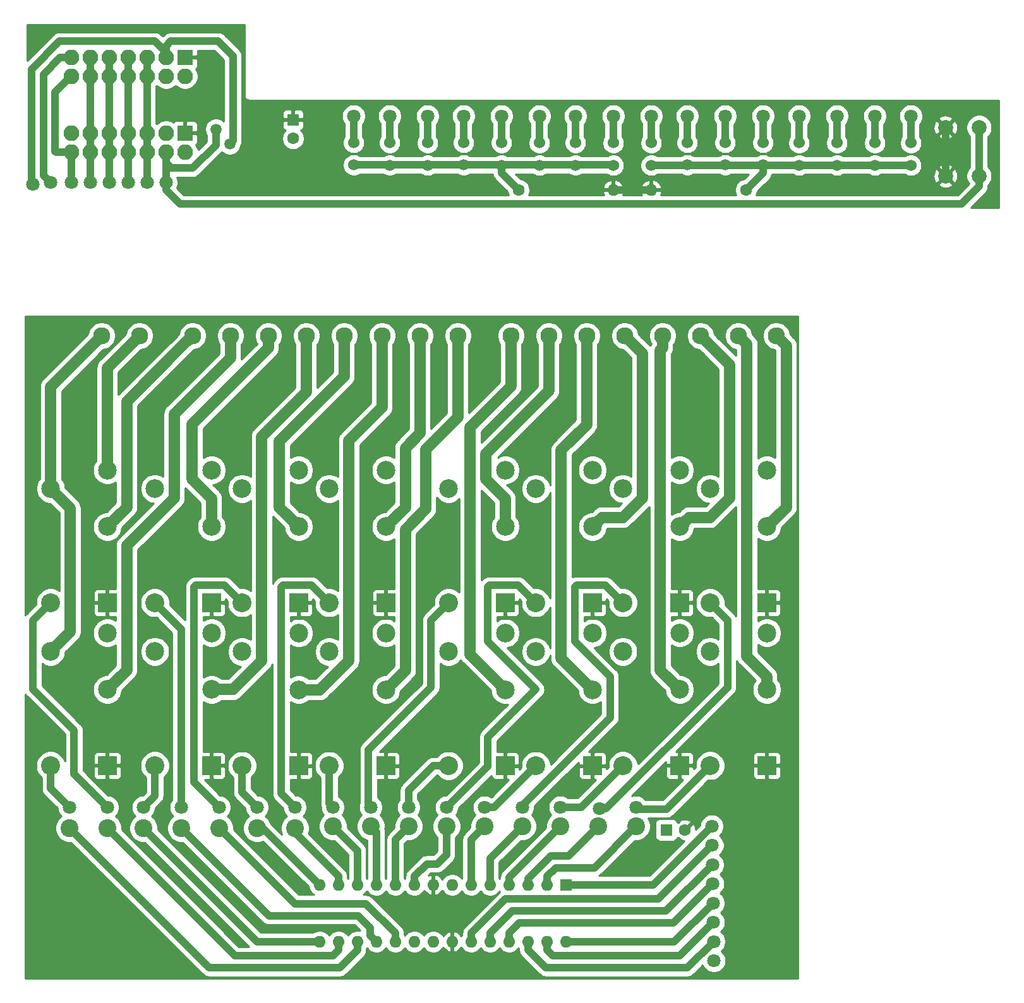
<source format=gbr>
G04 #@! TF.GenerationSoftware,KiCad,Pcbnew,(5.1.5)-3*
G04 #@! TF.CreationDate,2020-12-26T15:00:12+01:00*
G04 #@! TF.ProjectId,Projekt,50726f6a-656b-4742-9e6b-696361645f70,rev?*
G04 #@! TF.SameCoordinates,PX3a60d30PYb302a90*
G04 #@! TF.FileFunction,Copper,L2,Bot*
G04 #@! TF.FilePolarity,Positive*
%FSLAX46Y46*%
G04 Gerber Fmt 4.6, Leading zero omitted, Abs format (unit mm)*
G04 Created by KiCad (PCBNEW (5.1.5)-3) date 2020-12-26 15:00:12*
%MOMM*%
%LPD*%
G04 APERTURE LIST*
%ADD10C,2.540000*%
%ADD11R,2.500000X2.500000*%
%ADD12C,2.500000*%
%ADD13C,2.300000*%
%ADD14C,1.600000*%
%ADD15R,1.600000X1.600000*%
%ADD16O,1.600000X1.600000*%
%ADD17C,1.524000*%
%ADD18C,2.000000*%
%ADD19O,2.100000X2.100000*%
%ADD20R,2.100000X2.100000*%
%ADD21C,1.800000*%
%ADD22C,2.400000*%
%ADD23C,1.500000*%
%ADD24C,1.000000*%
%ADD25C,1.000000*%
%ADD26C,1.500000*%
%ADD27C,0.254000*%
G04 APERTURE END LIST*
D10*
X80792000Y29210000D03*
D11*
X88392000Y29210000D03*
D12*
X88392000Y39410000D03*
X80792000Y44510000D03*
X88392000Y47010000D03*
D10*
X4084000Y51054000D03*
D11*
X11684000Y51054000D03*
D12*
X11684000Y61254000D03*
X4084000Y66354000D03*
X11684000Y68854000D03*
D10*
X57424000Y29190000D03*
D11*
X65024000Y29190000D03*
D12*
X65024000Y39390000D03*
X57424000Y44490000D03*
X65024000Y46990000D03*
D10*
X41422000Y51054000D03*
D11*
X49022000Y51054000D03*
D12*
X49022000Y61254000D03*
X41422000Y66354000D03*
X49022000Y68854000D03*
D10*
X29738000Y29190000D03*
D11*
X37338000Y29190000D03*
D12*
X37338000Y39390000D03*
X29738000Y44490000D03*
X37338000Y46990000D03*
D10*
X18054000Y29210000D03*
D11*
X25654000Y29210000D03*
D12*
X25654000Y39410000D03*
X18054000Y44510000D03*
X25654000Y47010000D03*
D10*
X80792000Y51054000D03*
D11*
X88392000Y51054000D03*
D12*
X88392000Y61254000D03*
X80792000Y66354000D03*
X88392000Y68854000D03*
D10*
X18054000Y51054000D03*
D11*
X25654000Y51054000D03*
D12*
X25654000Y61254000D03*
X18054000Y66354000D03*
X25654000Y68854000D03*
D10*
X69108000Y51054000D03*
D11*
X76708000Y51054000D03*
D12*
X76708000Y61254000D03*
X69108000Y66354000D03*
X76708000Y68854000D03*
D10*
X92476000Y51054000D03*
D11*
X100076000Y51054000D03*
D12*
X100076000Y61254000D03*
X92476000Y66354000D03*
X100076000Y68854000D03*
D10*
X57424000Y51054000D03*
D11*
X65024000Y51054000D03*
D12*
X65024000Y61254000D03*
X57424000Y66354000D03*
X65024000Y68854000D03*
D10*
X41422000Y29190000D03*
D11*
X49022000Y29190000D03*
D12*
X49022000Y39390000D03*
X41422000Y44490000D03*
X49022000Y46990000D03*
D10*
X69108000Y29190000D03*
D11*
X76708000Y29190000D03*
D12*
X76708000Y39390000D03*
X69108000Y44490000D03*
X76708000Y46990000D03*
D13*
X16002000Y86868000D03*
X10922000Y86868000D03*
D14*
X89114000Y20574000D03*
D15*
X86614000Y20574000D03*
D10*
X4084000Y29210000D03*
D11*
X11684000Y29210000D03*
D12*
X11684000Y39410000D03*
X4084000Y44510000D03*
X11684000Y47010000D03*
D13*
X58674000Y86868000D03*
X53594000Y86868000D03*
X48514000Y86868000D03*
X43434000Y86868000D03*
X38354000Y86868000D03*
X33274000Y86868000D03*
X28194000Y86868000D03*
X23114000Y86868000D03*
D10*
X29738000Y51054000D03*
D11*
X37338000Y51054000D03*
D12*
X37338000Y61254000D03*
X29738000Y66354000D03*
X37338000Y68854000D03*
D13*
X101346000Y86868000D03*
X96266000Y86868000D03*
X91186000Y86868000D03*
X86106000Y86868000D03*
X81026000Y86868000D03*
X75946000Y86868000D03*
X70866000Y86868000D03*
X65786000Y86868000D03*
D15*
X73152000Y13208000D03*
D16*
X40132000Y5588000D03*
X70612000Y13208000D03*
X42672000Y5588000D03*
X68072000Y13208000D03*
X45212000Y5588000D03*
X65532000Y13208000D03*
X47752000Y5588000D03*
X62992000Y13208000D03*
X50292000Y5588000D03*
X60452000Y13208000D03*
X52832000Y5588000D03*
X57912000Y13208000D03*
X55372000Y5588000D03*
X55372000Y13208000D03*
X57912000Y5588000D03*
X52832000Y13208000D03*
X60452000Y5588000D03*
X50292000Y13208000D03*
X62992000Y5588000D03*
X47752000Y13208000D03*
X65532000Y5588000D03*
X45212000Y13208000D03*
X68072000Y5588000D03*
X42672000Y13208000D03*
X70612000Y5588000D03*
X40132000Y13208000D03*
X73152000Y5588000D03*
D10*
X92476000Y29210000D03*
D11*
X100076000Y29210000D03*
D12*
X100076000Y39410000D03*
X92476000Y44510000D03*
X100076000Y47010000D03*
D15*
X36576000Y115824000D03*
D14*
X36576000Y113324000D03*
D17*
X104394000Y109728000D03*
X104394000Y112728000D03*
D18*
X124024000Y114808000D03*
X128524000Y114808000D03*
X124024000Y108308000D03*
X128524000Y108308000D03*
D14*
X97282000Y106426000D03*
D16*
X84582000Y106426000D03*
D17*
X109474000Y109728000D03*
X109474000Y112728000D03*
D19*
X6858000Y121666000D03*
X6858000Y124206000D03*
X9398000Y121666000D03*
X9398000Y124206000D03*
X11938000Y121666000D03*
X11938000Y124206000D03*
X14478000Y121666000D03*
X14478000Y124206000D03*
X17018000Y121666000D03*
X17018000Y124206000D03*
X19558000Y121666000D03*
X19558000Y124206000D03*
X22098000Y121666000D03*
D20*
X22098000Y124206000D03*
D17*
X54610000Y109728000D03*
X54610000Y112728000D03*
D14*
X66802000Y106426000D03*
D16*
X79502000Y106426000D03*
D17*
X114554000Y109728000D03*
X114554000Y112728000D03*
X119380000Y109728000D03*
X119380000Y112728000D03*
D19*
X6858000Y111506000D03*
X6858000Y114046000D03*
X9398000Y111506000D03*
X9398000Y114046000D03*
X11938000Y111506000D03*
X11938000Y114046000D03*
X14478000Y111506000D03*
X14478000Y114046000D03*
X17018000Y111506000D03*
X17018000Y114046000D03*
X19558000Y111506000D03*
X19558000Y114046000D03*
X22098000Y111506000D03*
D20*
X22098000Y114046000D03*
D17*
X99568000Y109776000D03*
X99568000Y112776000D03*
X89408000Y109776000D03*
X89408000Y112776000D03*
X49530000Y109752000D03*
X49530000Y112752000D03*
X94488000Y109776000D03*
X94488000Y112776000D03*
X59436000Y109776000D03*
X59436000Y112776000D03*
X69596000Y109728000D03*
X69596000Y112728000D03*
X74422000Y109752000D03*
X74422000Y112752000D03*
X64516000Y109752000D03*
X64516000Y112752000D03*
X44704000Y109776000D03*
X44704000Y112776000D03*
X84582000Y109728000D03*
X84582000Y112728000D03*
X79502000Y109728000D03*
X79502000Y112728000D03*
D21*
X44704000Y116332000D03*
X11684000Y23622000D03*
D22*
X31750000Y20828000D03*
D21*
X49530000Y116332000D03*
X6604000Y23622000D03*
D22*
X16510000Y20828000D03*
D21*
X54610000Y116332000D03*
X21590000Y23622000D03*
D22*
X11684000Y20828000D03*
D21*
X59436000Y116332000D03*
D22*
X6604000Y20828000D03*
D21*
X16510000Y23622000D03*
X64516000Y116332000D03*
D22*
X21590000Y20828000D03*
D21*
X26670000Y23622000D03*
X69596000Y116332000D03*
D22*
X26670000Y20828000D03*
D21*
X31750000Y23622000D03*
X74422000Y116332000D03*
X36830000Y23622000D03*
D22*
X57150000Y21082000D03*
D21*
X79502000Y116332000D03*
X41910000Y23622000D03*
D22*
X52070000Y21082000D03*
D21*
X84582000Y116332000D03*
X52070000Y23622000D03*
D22*
X82550000Y21082000D03*
D21*
X94488000Y116332000D03*
X46990000Y23622000D03*
D22*
X77470000Y21082000D03*
D21*
X89408000Y116332000D03*
X62230000Y23622000D03*
D22*
X72390000Y21082000D03*
D21*
X99568000Y116332000D03*
D22*
X67310000Y21082000D03*
D21*
X57150000Y23622000D03*
D23*
X26239021Y114576935D03*
D21*
X19558000Y107442000D03*
X92710000Y21082000D03*
X17018000Y107442000D03*
X92824444Y13347556D03*
X14478000Y107442000D03*
X92938888Y5613112D03*
X9398000Y107442000D03*
X92786296Y15925704D03*
X4064000Y107442000D03*
X92900740Y8191260D03*
X6858000Y107442000D03*
X92862592Y10769408D03*
X104394000Y116332000D03*
D22*
X62230000Y21082000D03*
D21*
X72390000Y23622000D03*
X109474000Y116332000D03*
D22*
X46990000Y21082000D03*
D21*
X67310000Y23622000D03*
X114554000Y116332000D03*
X82550000Y23622000D03*
D22*
X41910000Y21082000D03*
D21*
X119380000Y116332000D03*
D22*
X36830000Y20828000D03*
D21*
X77645148Y23446852D03*
X11938000Y107442000D03*
X92748148Y18503852D03*
X1688419Y107211705D03*
D23*
X28089021Y112553281D03*
D18*
X36322000Y107696000D03*
D24*
X82042000Y108204000D03*
D23*
X25146000Y123698000D03*
D18*
X97028000Y23876000D03*
D21*
X92977036Y3034964D03*
D25*
X44704000Y112776000D02*
X44704000Y116332000D01*
X1733999Y39414001D02*
X1733999Y48703999D01*
X7233989Y28072011D02*
X7233989Y33914011D01*
X40132000Y13208000D02*
X32512000Y20828000D01*
X2814001Y49784001D02*
X4084000Y51054000D01*
X7233989Y33914011D02*
X1733999Y39414001D01*
X32512000Y20828000D02*
X31750000Y20828000D01*
X1733999Y48703999D02*
X2814001Y49784001D01*
X7233989Y28072011D02*
X11684000Y23622000D01*
X31750000Y20828000D02*
X31750000Y20828000D01*
X49530000Y112752000D02*
X49530000Y116332000D01*
X4084000Y29210000D02*
X4084000Y26142000D01*
X31750000Y5588000D02*
X16510000Y20828000D01*
X4084000Y26142000D02*
X6604000Y23622000D01*
X16510000Y20828000D02*
X16510000Y20828000D01*
X40132000Y5588000D02*
X31750000Y5588000D01*
X54610000Y112728000D02*
X54610000Y116332000D01*
X28824001Y3687999D02*
X11684000Y20828000D01*
X42672000Y4456630D02*
X41903369Y3687999D01*
X41903369Y3687999D02*
X28824001Y3687999D01*
X18054000Y51054000D02*
X21590000Y47518000D01*
X21590000Y47518000D02*
X21590000Y23622000D01*
X42672000Y5588000D02*
X42672000Y4456630D01*
X11684000Y20828000D02*
X11684000Y20828000D01*
X59436000Y112776000D02*
X59436000Y116332000D01*
X18054000Y25166000D02*
X16510000Y23622000D01*
X45212000Y4456630D02*
X42843359Y2087989D01*
X18054000Y29210000D02*
X18054000Y25166000D01*
X42843359Y2087989D02*
X25344011Y2087989D01*
X45212000Y5588000D02*
X45212000Y4456630D01*
X25344011Y2087989D02*
X6604000Y20828000D01*
X64516000Y112752000D02*
X64516000Y116332000D01*
X29738000Y51054000D02*
X27387999Y53404001D01*
X23303999Y53184001D02*
X23303999Y26988001D01*
X27387999Y53404001D02*
X23523999Y53404001D01*
X23523999Y53404001D02*
X23303999Y53184001D01*
X46952001Y7403999D02*
X45288010Y9067990D01*
X23303999Y26988001D02*
X26670000Y23622000D01*
X47752000Y5588000D02*
X46952001Y6387999D01*
X46952001Y6387999D02*
X46952001Y7403999D01*
X45288010Y9067990D02*
X33350010Y9067990D01*
X33350010Y9067990D02*
X21590000Y20828000D01*
X21590000Y20828000D02*
X21590000Y20828000D01*
X69596000Y112728000D02*
X69596000Y116332000D01*
X29738000Y29190000D02*
X29738000Y25634000D01*
X26670000Y20828000D02*
X26670000Y20828000D01*
X50292000Y6719370D02*
X46343370Y10668000D01*
X29738000Y25634000D02*
X31750000Y23622000D01*
X46343370Y10668000D02*
X36830000Y10668000D01*
X50292000Y5588000D02*
X50292000Y6719370D01*
X36830000Y10668000D02*
X26670000Y20828000D01*
X74422000Y112752000D02*
X74422000Y116332000D01*
X35207999Y53404001D02*
X34987999Y53184001D01*
X34987999Y25464001D02*
X36830000Y23622000D01*
X39071999Y53404001D02*
X35207999Y53404001D01*
X34987999Y53184001D02*
X34987999Y25464001D01*
X41422000Y51054000D02*
X39071999Y53404001D01*
X55880000Y16002000D02*
X57150000Y17272000D01*
X54494630Y16002000D02*
X55880000Y16002000D01*
X57150000Y21082000D02*
X57150000Y21082000D01*
X52832000Y13208000D02*
X52832000Y14339370D01*
X57150000Y17272000D02*
X57150000Y21082000D01*
X52832000Y14339370D02*
X54494630Y16002000D01*
X79502000Y112728000D02*
X79502000Y116332000D01*
X41422000Y24110000D02*
X41910000Y23622000D01*
X52070000Y21082000D02*
X52070000Y21082000D01*
X41422000Y29190000D02*
X41422000Y24110000D01*
X50292000Y13208000D02*
X50292000Y19304000D01*
X50292000Y19304000D02*
X52070000Y21082000D01*
X84582000Y112728000D02*
X84582000Y116332000D01*
X70612000Y13208000D02*
X70612000Y14339370D01*
X82423000Y20955000D02*
X82550000Y21082000D01*
X57424000Y29190000D02*
X55352000Y29190000D01*
X55352000Y29190000D02*
X52070000Y25908000D01*
X82423000Y20955000D02*
X82423000Y20955000D01*
X70612000Y14339370D02*
X71766630Y15494000D01*
X71766630Y15494000D02*
X76962000Y15494000D01*
X76962000Y15494000D02*
X82423000Y20955000D01*
X52070000Y25908000D02*
X52070000Y23622000D01*
X94488000Y112776000D02*
X94488000Y116332000D01*
X71103885Y17094010D02*
X73482010Y17094010D01*
X46671999Y31320001D02*
X46671999Y23940001D01*
X68072000Y14062125D02*
X71103885Y17094010D01*
X77470000Y21082000D02*
X77470000Y21082000D01*
X46671999Y23940001D02*
X46990000Y23622000D01*
X55053999Y39702001D02*
X46671999Y31320001D01*
X55053999Y48683999D02*
X55053999Y39702001D01*
X57424000Y51054000D02*
X55053999Y48683999D01*
X73482010Y17094010D02*
X77470000Y21082000D01*
X68072000Y13208000D02*
X68072000Y14062125D01*
X89408000Y112776000D02*
X89408000Y116332000D01*
X65532000Y13208000D02*
X65532000Y14224000D01*
X65532000Y14224000D02*
X72390000Y21082000D01*
X69108000Y29190000D02*
X63540000Y23622000D01*
X63540000Y23622000D02*
X62230000Y23622000D01*
X72390000Y21082000D02*
X72390000Y21082000D01*
X99568000Y112776000D02*
X99568000Y116332000D01*
X62673999Y29145999D02*
X57150000Y23622000D01*
X69108000Y39427998D02*
X62673999Y32993997D01*
X62992000Y16764000D02*
X67310000Y21082000D01*
X62673999Y53184001D02*
X62673999Y45861999D01*
X62673999Y32993997D02*
X62673999Y29145999D01*
X62893999Y53404001D02*
X62673999Y53184001D01*
X67310000Y21082000D02*
X67310000Y21082000D01*
X66757999Y53404001D02*
X62893999Y53404001D01*
X69108000Y51054000D02*
X66757999Y53404001D01*
X62673999Y45861999D02*
X69108000Y39427998D01*
X62992000Y13208000D02*
X62992000Y16764000D01*
X19558000Y106381340D02*
X21413341Y104525999D01*
X21413341Y104525999D02*
X122305999Y104525999D01*
X19558000Y111506000D02*
X19558000Y110021076D01*
X126168223Y104538010D02*
X122305999Y104538010D01*
X20223077Y109355999D02*
X23130001Y109355999D01*
X128524000Y108308000D02*
X128524000Y114808000D01*
X23130001Y109355999D02*
X26239021Y112465019D01*
X19558000Y107442000D02*
X19558000Y106381340D01*
X19558000Y110021076D02*
X20223077Y109355999D01*
X19558000Y111506000D02*
X19558000Y107442000D01*
X128524000Y108308000D02*
X128524000Y106893787D01*
X26239021Y112465019D02*
X26239021Y114576935D01*
X128524000Y106893787D02*
X126168223Y104538010D01*
X84836000Y13208000D02*
X92710000Y21082000D01*
X73152000Y13208000D02*
X84836000Y13208000D01*
X17018000Y121666000D02*
X17018000Y124206000D01*
X17018000Y111506000D02*
X17018000Y107442000D01*
X17018000Y114046000D02*
X17018000Y121666000D01*
X17018000Y111506000D02*
X17018000Y114046000D01*
X65532000Y6719370D02*
X66920609Y8107979D01*
X87584867Y8107979D02*
X92824444Y13347556D01*
X66920609Y8107979D02*
X87584867Y8107979D01*
X65532000Y5588000D02*
X65532000Y6719370D01*
X14478000Y124206000D02*
X14478000Y111506000D01*
X14478000Y111506000D02*
X14478000Y107442000D01*
X70440641Y2087989D02*
X89413765Y2087989D01*
X89413765Y2087989D02*
X92938888Y5613112D01*
X68072000Y5588000D02*
X68072000Y4456630D01*
X68072000Y4456630D02*
X70440641Y2087989D01*
X9398000Y124206000D02*
X9398000Y111506000D01*
X9398000Y111506000D02*
X9398000Y107442000D01*
X65980619Y9707989D02*
X86568581Y9707989D01*
X62992000Y5588000D02*
X62992000Y6719370D01*
X86568581Y9707989D02*
X92786296Y15925704D01*
X62992000Y6719370D02*
X65980619Y9707989D01*
X5373076Y124206000D02*
X3107989Y121940913D01*
X3107989Y108398011D02*
X4064000Y107442000D01*
X6858000Y124206000D02*
X5373076Y124206000D01*
X3107989Y121940913D02*
X3107989Y108398011D01*
X70612000Y4456630D02*
X71380631Y3687999D01*
X88397479Y3687999D02*
X92900740Y8191260D01*
X70612000Y5588000D02*
X70612000Y4456630D01*
X71380631Y3687999D02*
X88397479Y3687999D01*
X6858000Y111506000D02*
X4808000Y111506000D01*
X6858000Y111506000D02*
X6858000Y107442000D01*
X5808001Y120616001D02*
X6858000Y121666000D01*
X4707999Y119515999D02*
X5808001Y120616001D01*
X4707999Y111606001D02*
X4707999Y119515999D01*
X4808000Y111506000D02*
X4707999Y111606001D01*
X73152000Y5588000D02*
X87681184Y5588000D01*
X87681184Y5588000D02*
X92862592Y10769408D01*
X104394000Y112728000D02*
X104394000Y116332000D01*
X62230000Y21082000D02*
X62230000Y21082000D01*
X60452000Y13208000D02*
X60452000Y19304000D01*
X60452000Y19304000D02*
X62230000Y21082000D01*
X75204000Y23622000D02*
X72390000Y23622000D01*
X80792000Y29210000D02*
X75204000Y23622000D01*
X109474000Y112728000D02*
X109474000Y116332000D01*
X78441999Y53404001D02*
X74577999Y53404001D01*
X67310000Y23876000D02*
X67310000Y23622000D01*
X79058001Y35624001D02*
X67310000Y23876000D01*
X47752000Y13208000D02*
X47752000Y20320000D01*
X80792000Y51054000D02*
X78441999Y53404001D01*
X79058001Y41161997D02*
X79058001Y35624001D01*
X46990000Y21082000D02*
X46990000Y21082000D01*
X74577999Y53404001D02*
X74357999Y53184001D01*
X74357999Y53184001D02*
X74357999Y45861999D01*
X74357999Y45861999D02*
X79058001Y41161997D01*
X47752000Y20320000D02*
X46990000Y21082000D01*
X114554000Y112728000D02*
X114554000Y116332000D01*
X45212000Y13208000D02*
X45212000Y17780000D01*
X92476000Y29210000D02*
X86634000Y23368000D01*
X41910000Y21082000D02*
X41910000Y21082000D01*
X86634000Y23368000D02*
X82550000Y23368000D01*
X45212000Y17780000D02*
X41910000Y21082000D01*
X119380000Y112728000D02*
X119380000Y116332000D01*
X78536454Y23446852D02*
X77645148Y23446852D01*
X94826001Y39736399D02*
X78536454Y23446852D01*
X92476000Y51054000D02*
X94826001Y48703999D01*
X94826001Y48703999D02*
X94826001Y39736399D01*
X36830000Y20181370D02*
X36830000Y20828000D01*
X42672000Y14339370D02*
X36830000Y20181370D01*
X36830000Y20828000D02*
X36830000Y20828000D01*
X42672000Y13208000D02*
X42672000Y14339370D01*
X44704000Y109776000D02*
X79454000Y109776000D01*
X64516000Y108712000D02*
X66802000Y106426000D01*
X64516000Y109752000D02*
X64516000Y108712000D01*
X79454000Y109776000D02*
X79502000Y109728000D01*
X99568000Y108712000D02*
X97282000Y106426000D01*
X84582000Y109728000D02*
X119380000Y109728000D01*
X99568000Y109776000D02*
X99568000Y108712000D01*
X11938000Y111506000D02*
X11938000Y124206000D01*
X11938000Y111506000D02*
X11938000Y107442000D01*
X65040629Y11307999D02*
X85552295Y11307999D01*
X60452000Y6719370D02*
X65040629Y11307999D01*
X60452000Y5588000D02*
X60452000Y6719370D01*
X85552295Y11307999D02*
X92748148Y18503852D01*
D26*
X21964001Y85718001D02*
X23114000Y86868000D01*
X11684000Y61254000D02*
X14284001Y63854001D01*
X14284001Y78038001D02*
X21964001Y85718001D01*
X14284001Y63854001D02*
X14284001Y78038001D01*
X4084000Y80030000D02*
X10922000Y86868000D01*
X4084000Y44510000D02*
X6704001Y47130001D01*
X4084000Y66354000D02*
X4084000Y80030000D01*
X6704001Y47130001D02*
X6704001Y63733999D01*
X6704001Y63733999D02*
X5333999Y65104001D01*
X5333999Y65104001D02*
X4084000Y66354000D01*
X11684000Y82550000D02*
X16002000Y86868000D01*
X11684000Y68854000D02*
X11684000Y82550000D01*
X14284001Y42010001D02*
X14284001Y58735999D01*
X20654001Y65105999D02*
X20654001Y76373999D01*
X14284001Y58735999D02*
X20654001Y65105999D01*
X11684000Y39410000D02*
X14284001Y42010001D01*
X28194000Y83913998D02*
X28194000Y86868000D01*
X20654001Y76373999D02*
X28194000Y83913998D01*
X33274000Y85241655D02*
X33274000Y86868000D01*
X25654000Y65005998D02*
X23053999Y67605999D01*
X23053999Y67605999D02*
X23053999Y75021654D01*
X23053999Y75021654D02*
X33274000Y85241655D01*
X25654000Y61254000D02*
X25654000Y65005998D01*
X38354000Y79301998D02*
X38354000Y86868000D01*
X32358001Y43261999D02*
X32358001Y73305999D01*
X32358001Y73305999D02*
X38354000Y79301998D01*
X25654000Y39410000D02*
X28506002Y39410000D01*
X28506002Y39410000D02*
X32358001Y43261999D01*
X34737999Y72716135D02*
X43434000Y81412136D01*
X43434000Y85241655D02*
X43434000Y86868000D01*
X43434000Y81412136D02*
X43434000Y85241655D01*
X34737999Y63854001D02*
X34737999Y72716135D01*
X37338000Y61254000D02*
X34737999Y63854001D01*
X40170002Y39390000D02*
X44042001Y43261999D01*
X37338000Y39390000D02*
X40170002Y39390000D01*
X44042001Y43261999D02*
X44042001Y72797999D01*
X44042001Y72797999D02*
X48514000Y77269998D01*
X48514000Y77269998D02*
X48514000Y86868000D01*
X51622001Y71821999D02*
X53594000Y73793998D01*
X51622001Y63854001D02*
X51622001Y71821999D01*
X53594000Y73793998D02*
X53594000Y86868000D01*
X49022000Y61254000D02*
X51622001Y63854001D01*
X54356000Y63618138D02*
X54356000Y71586136D01*
X50271999Y40639999D02*
X49022000Y39390000D01*
X51622001Y41990001D02*
X51622001Y60884139D01*
X58674000Y85241655D02*
X58674000Y86868000D01*
X54356000Y71586136D02*
X58674000Y75904136D01*
X51622001Y60884139D02*
X54356000Y63618138D01*
X58674000Y75904136D02*
X58674000Y85241655D01*
X49022000Y39390000D02*
X51622001Y41990001D01*
X65786000Y80046274D02*
X65786000Y85241655D01*
X60323989Y44090011D02*
X60323989Y74584263D01*
X65786000Y85241655D02*
X65786000Y86868000D01*
X60323989Y74584263D02*
X65786000Y80046274D01*
X65024000Y39390000D02*
X60323989Y44090011D01*
X62423999Y67605999D02*
X62423999Y71059999D01*
X70866000Y79502000D02*
X70866000Y86868000D01*
X65024000Y65005998D02*
X62423999Y67605999D01*
X65024000Y61254000D02*
X65024000Y65005998D01*
X62423999Y71059999D02*
X70866000Y79502000D01*
X72507989Y71510011D02*
X75946000Y74948022D01*
X75946000Y74948022D02*
X75946000Y86868000D01*
X72507989Y43590011D02*
X72507989Y71510011D01*
X76708000Y39390000D02*
X72507989Y43590011D01*
X83392001Y65105999D02*
X83392001Y84501999D01*
X83392001Y84501999D02*
X82175999Y85718001D01*
X82175999Y85718001D02*
X81026000Y86868000D01*
X77957999Y62503999D02*
X80790001Y62503999D01*
X76708000Y61254000D02*
X77957999Y62503999D01*
X80790001Y62503999D02*
X83392001Y65105999D01*
X85791999Y42010001D02*
X85791999Y84927654D01*
X86106000Y85241655D02*
X86106000Y86868000D01*
X88392000Y39410000D02*
X85791999Y42010001D01*
X85791999Y84927654D02*
X86106000Y85241655D01*
X92335999Y85718001D02*
X91186000Y86868000D01*
X89641999Y62503999D02*
X92474001Y62503999D01*
X88392000Y61254000D02*
X89641999Y62503999D01*
X92474001Y62503999D02*
X95076001Y65105999D01*
X95076001Y82977999D02*
X92335999Y85718001D01*
X95076001Y65105999D02*
X95076001Y82977999D01*
X97415999Y85718001D02*
X96266000Y86868000D01*
X100076000Y41177766D02*
X97415999Y43837767D01*
X100076000Y39410000D02*
X100076000Y41177766D01*
X97415999Y43837767D02*
X97415999Y85718001D01*
X102495999Y85718001D02*
X101346000Y86868000D01*
X102676001Y85537999D02*
X102495999Y85718001D01*
X100076000Y61254000D02*
X102676001Y63854001D01*
X102676001Y63854001D02*
X102676001Y85537999D01*
D25*
X19558000Y124206000D02*
X19558000Y124848002D01*
X5260322Y126356001D02*
X1507979Y122603658D01*
X28524010Y124360745D02*
X26528754Y126356001D01*
X1507979Y122603658D02*
X1507979Y107392145D01*
X28524010Y112988270D02*
X28524010Y124360745D01*
X28089021Y112553281D02*
X28524010Y112988270D01*
X26528754Y126356001D02*
X20167999Y126356001D01*
X18050001Y126356001D02*
X5260322Y126356001D01*
X19558000Y124848002D02*
X18050001Y126356001D01*
X19558000Y125690924D02*
X19558000Y124206000D01*
X20167999Y126356001D02*
X19558000Y125746002D01*
X19558000Y125746002D02*
X19558000Y125690924D01*
X1507979Y107392145D02*
X1688419Y107211705D01*
X79502000Y106426000D02*
X84582000Y106426000D01*
X124024000Y114808000D02*
X124024000Y108308000D01*
D27*
G36*
X30039001Y119160145D02*
G01*
X30035638Y119126000D01*
X30049057Y118989756D01*
X30088798Y118858748D01*
X30153333Y118738011D01*
X30240183Y118632183D01*
X30346011Y118545333D01*
X30466748Y118480798D01*
X30597756Y118441057D01*
X30699865Y118431000D01*
X30699866Y118431000D01*
X30734000Y118427638D01*
X30768135Y118431000D01*
X131131000Y118431000D01*
X131131001Y104073000D01*
X127438452Y104073000D01*
X129349005Y105983552D01*
X129395817Y106021970D01*
X129549149Y106208804D01*
X129663084Y106421963D01*
X129702834Y106553000D01*
X129733246Y106653253D01*
X129756935Y106893787D01*
X129751000Y106954050D01*
X129751000Y107092654D01*
X129865448Y107207102D01*
X130054447Y107489959D01*
X130184632Y107804253D01*
X130251000Y108137905D01*
X130251000Y108478095D01*
X130184632Y108811747D01*
X130054447Y109126041D01*
X129865448Y109408898D01*
X129751000Y109523346D01*
X129751000Y113592654D01*
X129865448Y113707102D01*
X130054447Y113989959D01*
X130184632Y114304253D01*
X130251000Y114637905D01*
X130251000Y114978095D01*
X130184632Y115311747D01*
X130054447Y115626041D01*
X129865448Y115908898D01*
X129624898Y116149448D01*
X129342041Y116338447D01*
X129027747Y116468632D01*
X128694095Y116535000D01*
X128353905Y116535000D01*
X128020253Y116468632D01*
X127705959Y116338447D01*
X127423102Y116149448D01*
X127182552Y115908898D01*
X126993553Y115626041D01*
X126863368Y115311747D01*
X126797000Y114978095D01*
X126797000Y114637905D01*
X126863368Y114304253D01*
X126993553Y113989959D01*
X127182552Y113707102D01*
X127297001Y113592653D01*
X127297000Y109523346D01*
X127182552Y109408898D01*
X126993553Y109126041D01*
X126863368Y108811747D01*
X126797000Y108478095D01*
X126797000Y108137905D01*
X126863368Y107804253D01*
X126993553Y107489959D01*
X127150318Y107255344D01*
X125659984Y105765010D01*
X122245731Y105765010D01*
X122123784Y105752999D01*
X98656047Y105752999D01*
X98750319Y105980590D01*
X98794638Y106203398D01*
X99763827Y107172587D01*
X123068192Y107172587D01*
X123163956Y106908186D01*
X123453571Y106767296D01*
X123765108Y106685616D01*
X124086595Y106666282D01*
X124405675Y106710039D01*
X124710088Y106815205D01*
X124884044Y106908186D01*
X124979808Y107172587D01*
X124024000Y108128395D01*
X123068192Y107172587D01*
X99763827Y107172587D01*
X100393005Y107801765D01*
X100439817Y107840183D01*
X100593149Y108027017D01*
X100707084Y108240176D01*
X100777245Y108471466D01*
X100780154Y108501000D01*
X103550206Y108501000D01*
X103688694Y108408465D01*
X103959675Y108296221D01*
X104247346Y108239000D01*
X104540654Y108239000D01*
X104828325Y108296221D01*
X105099306Y108408465D01*
X105237794Y108501000D01*
X108630206Y108501000D01*
X108768694Y108408465D01*
X109039675Y108296221D01*
X109327346Y108239000D01*
X109620654Y108239000D01*
X109908325Y108296221D01*
X110179306Y108408465D01*
X110317794Y108501000D01*
X113710206Y108501000D01*
X113848694Y108408465D01*
X114119675Y108296221D01*
X114407346Y108239000D01*
X114700654Y108239000D01*
X114988325Y108296221D01*
X115259306Y108408465D01*
X115397794Y108501000D01*
X118536206Y108501000D01*
X118674694Y108408465D01*
X118945675Y108296221D01*
X119233346Y108239000D01*
X119526654Y108239000D01*
X119558854Y108245405D01*
X122382282Y108245405D01*
X122426039Y107926325D01*
X122531205Y107621912D01*
X122624186Y107447956D01*
X122888587Y107352192D01*
X123844395Y108308000D01*
X124203605Y108308000D01*
X125159413Y107352192D01*
X125423814Y107447956D01*
X125564704Y107737571D01*
X125646384Y108049108D01*
X125665718Y108370595D01*
X125621961Y108689675D01*
X125516795Y108994088D01*
X125423814Y109168044D01*
X125159413Y109263808D01*
X124203605Y108308000D01*
X123844395Y108308000D01*
X122888587Y109263808D01*
X122624186Y109168044D01*
X122483296Y108878429D01*
X122401616Y108566892D01*
X122382282Y108245405D01*
X119558854Y108245405D01*
X119814325Y108296221D01*
X120085306Y108408465D01*
X120329182Y108571418D01*
X120536582Y108778818D01*
X120699535Y109022694D01*
X120811779Y109293675D01*
X120841563Y109443413D01*
X123068192Y109443413D01*
X124024000Y108487605D01*
X124979808Y109443413D01*
X124884044Y109707814D01*
X124594429Y109848704D01*
X124282892Y109930384D01*
X123961405Y109949718D01*
X123642325Y109905961D01*
X123337912Y109800795D01*
X123163956Y109707814D01*
X123068192Y109443413D01*
X120841563Y109443413D01*
X120869000Y109581346D01*
X120869000Y109874654D01*
X120811779Y110162325D01*
X120699535Y110433306D01*
X120536582Y110677182D01*
X120329182Y110884582D01*
X120085306Y111047535D01*
X119814325Y111159779D01*
X119526654Y111217000D01*
X119233346Y111217000D01*
X118945675Y111159779D01*
X118674694Y111047535D01*
X118536206Y110955000D01*
X115397794Y110955000D01*
X115259306Y111047535D01*
X114988325Y111159779D01*
X114700654Y111217000D01*
X114407346Y111217000D01*
X114119675Y111159779D01*
X113848694Y111047535D01*
X113710206Y110955000D01*
X110317794Y110955000D01*
X110179306Y111047535D01*
X109908325Y111159779D01*
X109620654Y111217000D01*
X109327346Y111217000D01*
X109039675Y111159779D01*
X108768694Y111047535D01*
X108630206Y110955000D01*
X105237794Y110955000D01*
X105099306Y111047535D01*
X104828325Y111159779D01*
X104540654Y111217000D01*
X104247346Y111217000D01*
X103959675Y111159779D01*
X103688694Y111047535D01*
X103550206Y110955000D01*
X100483631Y110955000D01*
X100273306Y111095535D01*
X100002325Y111207779D01*
X99714654Y111265000D01*
X99421346Y111265000D01*
X99133675Y111207779D01*
X98862694Y111095535D01*
X98652369Y110955000D01*
X95403631Y110955000D01*
X95193306Y111095535D01*
X94922325Y111207779D01*
X94634654Y111265000D01*
X94341346Y111265000D01*
X94053675Y111207779D01*
X93782694Y111095535D01*
X93572369Y110955000D01*
X90323631Y110955000D01*
X90113306Y111095535D01*
X89842325Y111207779D01*
X89554654Y111265000D01*
X89261346Y111265000D01*
X88973675Y111207779D01*
X88702694Y111095535D01*
X88492369Y110955000D01*
X85425794Y110955000D01*
X85287306Y111047535D01*
X85016325Y111159779D01*
X84728654Y111217000D01*
X84435346Y111217000D01*
X84147675Y111159779D01*
X83876694Y111047535D01*
X83632818Y110884582D01*
X83425418Y110677182D01*
X83262465Y110433306D01*
X83150221Y110162325D01*
X83093000Y109874654D01*
X83093000Y109581346D01*
X83150221Y109293675D01*
X83262465Y109022694D01*
X83425418Y108778818D01*
X83632818Y108571418D01*
X83876694Y108408465D01*
X84147675Y108296221D01*
X84435346Y108239000D01*
X84728654Y108239000D01*
X85016325Y108296221D01*
X85287306Y108408465D01*
X85425794Y108501000D01*
X88636043Y108501000D01*
X88702694Y108456465D01*
X88973675Y108344221D01*
X89261346Y108287000D01*
X89554654Y108287000D01*
X89842325Y108344221D01*
X90113306Y108456465D01*
X90179957Y108501000D01*
X93716043Y108501000D01*
X93782694Y108456465D01*
X94053675Y108344221D01*
X94341346Y108287000D01*
X94634654Y108287000D01*
X94922325Y108344221D01*
X95193306Y108456465D01*
X95259957Y108501000D01*
X97621760Y108501000D01*
X97059398Y107938638D01*
X96836590Y107894319D01*
X96558694Y107779210D01*
X96308594Y107612099D01*
X96095901Y107399406D01*
X95928790Y107149306D01*
X95813681Y106871410D01*
X95755000Y106576396D01*
X95755000Y106275604D01*
X95813681Y105980590D01*
X95907953Y105752999D01*
X85843484Y105752999D01*
X85933246Y105942913D01*
X85973904Y106076961D01*
X85851915Y106299000D01*
X84709000Y106299000D01*
X84709000Y106279000D01*
X84455000Y106279000D01*
X84455000Y106299000D01*
X83312085Y106299000D01*
X83190096Y106076961D01*
X83230754Y105942913D01*
X83320516Y105752999D01*
X80763484Y105752999D01*
X80853246Y105942913D01*
X80893904Y106076961D01*
X80771915Y106299000D01*
X79629000Y106299000D01*
X79629000Y106279000D01*
X79375000Y106279000D01*
X79375000Y106299000D01*
X78232085Y106299000D01*
X78110096Y106076961D01*
X78150754Y105942913D01*
X78240516Y105752999D01*
X68176047Y105752999D01*
X68270319Y105980590D01*
X68329000Y106275604D01*
X68329000Y106576396D01*
X68289489Y106775039D01*
X78110096Y106775039D01*
X78232085Y106553000D01*
X79375000Y106553000D01*
X79375000Y107696624D01*
X79629000Y107696624D01*
X79629000Y106553000D01*
X80771915Y106553000D01*
X80893904Y106775039D01*
X83190096Y106775039D01*
X83312085Y106553000D01*
X84455000Y106553000D01*
X84455000Y107696624D01*
X84709000Y107696624D01*
X84709000Y106553000D01*
X85851915Y106553000D01*
X85973904Y106775039D01*
X85933246Y106909087D01*
X85813037Y107163420D01*
X85645519Y107389414D01*
X85437131Y107578385D01*
X85195881Y107723070D01*
X84931040Y107817909D01*
X84709000Y107696624D01*
X84455000Y107696624D01*
X84232960Y107817909D01*
X83968119Y107723070D01*
X83726869Y107578385D01*
X83518481Y107389414D01*
X83350963Y107163420D01*
X83230754Y106909087D01*
X83190096Y106775039D01*
X80893904Y106775039D01*
X80853246Y106909087D01*
X80733037Y107163420D01*
X80565519Y107389414D01*
X80357131Y107578385D01*
X80115881Y107723070D01*
X79851040Y107817909D01*
X79629000Y107696624D01*
X79375000Y107696624D01*
X79152960Y107817909D01*
X78888119Y107723070D01*
X78646869Y107578385D01*
X78438481Y107389414D01*
X78270963Y107163420D01*
X78150754Y106909087D01*
X78110096Y106775039D01*
X68289489Y106775039D01*
X68270319Y106871410D01*
X68155210Y107149306D01*
X67988099Y107399406D01*
X67775406Y107612099D01*
X67525306Y107779210D01*
X67247410Y107894319D01*
X67024602Y107938638D01*
X66414239Y108549000D01*
X68680369Y108549000D01*
X68890694Y108408465D01*
X69161675Y108296221D01*
X69449346Y108239000D01*
X69742654Y108239000D01*
X70030325Y108296221D01*
X70301306Y108408465D01*
X70511631Y108549000D01*
X73542287Y108549000D01*
X73716694Y108432465D01*
X73987675Y108320221D01*
X74275346Y108263000D01*
X74568654Y108263000D01*
X74856325Y108320221D01*
X75127306Y108432465D01*
X75301713Y108549000D01*
X78586369Y108549000D01*
X78796694Y108408465D01*
X79067675Y108296221D01*
X79355346Y108239000D01*
X79648654Y108239000D01*
X79936325Y108296221D01*
X80207306Y108408465D01*
X80451182Y108571418D01*
X80658582Y108778818D01*
X80821535Y109022694D01*
X80933779Y109293675D01*
X80991000Y109581346D01*
X80991000Y109874654D01*
X80933779Y110162325D01*
X80821535Y110433306D01*
X80658582Y110677182D01*
X80451182Y110884582D01*
X80207306Y111047535D01*
X79936325Y111159779D01*
X79648654Y111217000D01*
X79355346Y111217000D01*
X79067675Y111159779D01*
X78796694Y111047535D01*
X78730043Y111003000D01*
X75229876Y111003000D01*
X75127306Y111071535D01*
X74856325Y111183779D01*
X74568654Y111241000D01*
X74275346Y111241000D01*
X73987675Y111183779D01*
X73716694Y111071535D01*
X73614124Y111003000D01*
X70367957Y111003000D01*
X70301306Y111047535D01*
X70030325Y111159779D01*
X69742654Y111217000D01*
X69449346Y111217000D01*
X69161675Y111159779D01*
X68890694Y111047535D01*
X68824043Y111003000D01*
X65323876Y111003000D01*
X65221306Y111071535D01*
X64950325Y111183779D01*
X64662654Y111241000D01*
X64369346Y111241000D01*
X64081675Y111183779D01*
X63810694Y111071535D01*
X63708124Y111003000D01*
X60279794Y111003000D01*
X60141306Y111095535D01*
X59870325Y111207779D01*
X59582654Y111265000D01*
X59289346Y111265000D01*
X59001675Y111207779D01*
X58730694Y111095535D01*
X58592206Y111003000D01*
X55381957Y111003000D01*
X55315306Y111047535D01*
X55044325Y111159779D01*
X54756654Y111217000D01*
X54463346Y111217000D01*
X54175675Y111159779D01*
X53904694Y111047535D01*
X53838043Y111003000D01*
X50337876Y111003000D01*
X50235306Y111071535D01*
X49964325Y111183779D01*
X49676654Y111241000D01*
X49383346Y111241000D01*
X49095675Y111183779D01*
X48824694Y111071535D01*
X48722124Y111003000D01*
X45547794Y111003000D01*
X45409306Y111095535D01*
X45138325Y111207779D01*
X44850654Y111265000D01*
X44557346Y111265000D01*
X44269675Y111207779D01*
X43998694Y111095535D01*
X43754818Y110932582D01*
X43547418Y110725182D01*
X43384465Y110481306D01*
X43272221Y110210325D01*
X43215000Y109922654D01*
X43215000Y109629346D01*
X43272221Y109341675D01*
X43384465Y109070694D01*
X43547418Y108826818D01*
X43754818Y108619418D01*
X43998694Y108456465D01*
X44269675Y108344221D01*
X44557346Y108287000D01*
X44850654Y108287000D01*
X45138325Y108344221D01*
X45409306Y108456465D01*
X45547794Y108549000D01*
X48650287Y108549000D01*
X48824694Y108432465D01*
X49095675Y108320221D01*
X49383346Y108263000D01*
X49676654Y108263000D01*
X49964325Y108320221D01*
X50235306Y108432465D01*
X50409713Y108549000D01*
X53694369Y108549000D01*
X53904694Y108408465D01*
X54175675Y108296221D01*
X54463346Y108239000D01*
X54756654Y108239000D01*
X55044325Y108296221D01*
X55315306Y108408465D01*
X55525631Y108549000D01*
X58592206Y108549000D01*
X58730694Y108456465D01*
X59001675Y108344221D01*
X59289346Y108287000D01*
X59582654Y108287000D01*
X59870325Y108344221D01*
X60141306Y108456465D01*
X60279794Y108549000D01*
X63299118Y108549000D01*
X63306755Y108471466D01*
X63376916Y108240176D01*
X63490852Y108027017D01*
X63644184Y107840183D01*
X63690995Y107801765D01*
X65289362Y106203398D01*
X65333681Y105980590D01*
X65427953Y105752999D01*
X21921581Y105752999D01*
X21000831Y106673748D01*
X21122475Y106967422D01*
X21185000Y107281755D01*
X21185000Y107602245D01*
X21122475Y107916578D01*
X21034487Y108128999D01*
X23069741Y108128999D01*
X23130001Y108123064D01*
X23190261Y108128999D01*
X23190269Y108128999D01*
X23370535Y108146754D01*
X23601825Y108216915D01*
X23814984Y108330850D01*
X24001818Y108484182D01*
X24040240Y108530999D01*
X27031375Y111522133D01*
X27147488Y111406020D01*
X27389399Y111244380D01*
X27658196Y111133041D01*
X27943549Y111076281D01*
X28234493Y111076281D01*
X28519846Y111133041D01*
X28788643Y111244380D01*
X29030554Y111406020D01*
X29236282Y111611748D01*
X29397922Y111853659D01*
X29509261Y112122456D01*
X29543974Y112296969D01*
X29549159Y112303287D01*
X29663094Y112516446D01*
X29733255Y112747736D01*
X29751010Y112928002D01*
X29751010Y112928009D01*
X29756945Y112988269D01*
X29751010Y113048529D01*
X29751010Y113474396D01*
X35049000Y113474396D01*
X35049000Y113173604D01*
X35107681Y112878590D01*
X35222790Y112600694D01*
X35389901Y112350594D01*
X35602594Y112137901D01*
X35852694Y111970790D01*
X36130590Y111855681D01*
X36425604Y111797000D01*
X36726396Y111797000D01*
X37021410Y111855681D01*
X37299306Y111970790D01*
X37549406Y112137901D01*
X37762099Y112350594D01*
X37929210Y112600694D01*
X38044319Y112878590D01*
X38103000Y113173604D01*
X38103000Y113474396D01*
X38044319Y113769410D01*
X37929210Y114047306D01*
X37762099Y114297406D01*
X37623326Y114436179D01*
X37730494Y114493463D01*
X37827185Y114572815D01*
X37906537Y114669506D01*
X37965502Y114779820D01*
X38001812Y114899518D01*
X38014072Y115024000D01*
X38011000Y115538250D01*
X37852250Y115697000D01*
X36703000Y115697000D01*
X36703000Y115677000D01*
X36449000Y115677000D01*
X36449000Y115697000D01*
X35299750Y115697000D01*
X35141000Y115538250D01*
X35137928Y115024000D01*
X35150188Y114899518D01*
X35186498Y114779820D01*
X35245463Y114669506D01*
X35324815Y114572815D01*
X35421506Y114493463D01*
X35528674Y114436179D01*
X35389901Y114297406D01*
X35222790Y114047306D01*
X35107681Y113769410D01*
X35049000Y113474396D01*
X29751010Y113474396D01*
X29751010Y116624000D01*
X35137928Y116624000D01*
X35141000Y116109750D01*
X35299750Y115951000D01*
X36449000Y115951000D01*
X36449000Y117100250D01*
X36703000Y117100250D01*
X36703000Y115951000D01*
X37852250Y115951000D01*
X38011000Y116109750D01*
X38013284Y116492245D01*
X43077000Y116492245D01*
X43077000Y116171755D01*
X43139525Y115857422D01*
X43262172Y115561327D01*
X43440227Y115294848D01*
X43477001Y115258074D01*
X43477000Y113619795D01*
X43384465Y113481306D01*
X43272221Y113210325D01*
X43215000Y112922654D01*
X43215000Y112629346D01*
X43272221Y112341675D01*
X43384465Y112070694D01*
X43547418Y111826818D01*
X43754818Y111619418D01*
X43998694Y111456465D01*
X44269675Y111344221D01*
X44557346Y111287000D01*
X44850654Y111287000D01*
X45138325Y111344221D01*
X45409306Y111456465D01*
X45653182Y111619418D01*
X45860582Y111826818D01*
X46023535Y112070694D01*
X46135779Y112341675D01*
X46193000Y112629346D01*
X46193000Y112922654D01*
X46135779Y113210325D01*
X46023535Y113481306D01*
X45931000Y113619794D01*
X45931000Y115258075D01*
X45967773Y115294848D01*
X46145828Y115561327D01*
X46268475Y115857422D01*
X46331000Y116171755D01*
X46331000Y116492245D01*
X47903000Y116492245D01*
X47903000Y116171755D01*
X47965525Y115857422D01*
X48088172Y115561327D01*
X48266227Y115294848D01*
X48303001Y115258074D01*
X48303000Y113595795D01*
X48210465Y113457306D01*
X48098221Y113186325D01*
X48041000Y112898654D01*
X48041000Y112605346D01*
X48098221Y112317675D01*
X48210465Y112046694D01*
X48373418Y111802818D01*
X48580818Y111595418D01*
X48824694Y111432465D01*
X49095675Y111320221D01*
X49383346Y111263000D01*
X49676654Y111263000D01*
X49964325Y111320221D01*
X50235306Y111432465D01*
X50479182Y111595418D01*
X50686582Y111802818D01*
X50849535Y112046694D01*
X50961779Y112317675D01*
X51019000Y112605346D01*
X51019000Y112898654D01*
X50961779Y113186325D01*
X50849535Y113457306D01*
X50757000Y113595794D01*
X50757000Y115258075D01*
X50793773Y115294848D01*
X50971828Y115561327D01*
X51094475Y115857422D01*
X51157000Y116171755D01*
X51157000Y116492245D01*
X52983000Y116492245D01*
X52983000Y116171755D01*
X53045525Y115857422D01*
X53168172Y115561327D01*
X53346227Y115294848D01*
X53383001Y115258074D01*
X53383000Y113571795D01*
X53290465Y113433306D01*
X53178221Y113162325D01*
X53121000Y112874654D01*
X53121000Y112581346D01*
X53178221Y112293675D01*
X53290465Y112022694D01*
X53453418Y111778818D01*
X53660818Y111571418D01*
X53904694Y111408465D01*
X54175675Y111296221D01*
X54463346Y111239000D01*
X54756654Y111239000D01*
X55044325Y111296221D01*
X55315306Y111408465D01*
X55559182Y111571418D01*
X55766582Y111778818D01*
X55929535Y112022694D01*
X56041779Y112293675D01*
X56099000Y112581346D01*
X56099000Y112874654D01*
X56041779Y113162325D01*
X55929535Y113433306D01*
X55837000Y113571794D01*
X55837000Y115258075D01*
X55873773Y115294848D01*
X56051828Y115561327D01*
X56174475Y115857422D01*
X56237000Y116171755D01*
X56237000Y116492245D01*
X57809000Y116492245D01*
X57809000Y116171755D01*
X57871525Y115857422D01*
X57994172Y115561327D01*
X58172227Y115294848D01*
X58209001Y115258074D01*
X58209000Y113619795D01*
X58116465Y113481306D01*
X58004221Y113210325D01*
X57947000Y112922654D01*
X57947000Y112629346D01*
X58004221Y112341675D01*
X58116465Y112070694D01*
X58279418Y111826818D01*
X58486818Y111619418D01*
X58730694Y111456465D01*
X59001675Y111344221D01*
X59289346Y111287000D01*
X59582654Y111287000D01*
X59870325Y111344221D01*
X60141306Y111456465D01*
X60385182Y111619418D01*
X60592582Y111826818D01*
X60755535Y112070694D01*
X60867779Y112341675D01*
X60925000Y112629346D01*
X60925000Y112922654D01*
X60867779Y113210325D01*
X60755535Y113481306D01*
X60663000Y113619794D01*
X60663000Y115258075D01*
X60699773Y115294848D01*
X60877828Y115561327D01*
X61000475Y115857422D01*
X61063000Y116171755D01*
X61063000Y116492245D01*
X62889000Y116492245D01*
X62889000Y116171755D01*
X62951525Y115857422D01*
X63074172Y115561327D01*
X63252227Y115294848D01*
X63289001Y115258074D01*
X63289000Y113595795D01*
X63196465Y113457306D01*
X63084221Y113186325D01*
X63027000Y112898654D01*
X63027000Y112605346D01*
X63084221Y112317675D01*
X63196465Y112046694D01*
X63359418Y111802818D01*
X63566818Y111595418D01*
X63810694Y111432465D01*
X64081675Y111320221D01*
X64369346Y111263000D01*
X64662654Y111263000D01*
X64950325Y111320221D01*
X65221306Y111432465D01*
X65465182Y111595418D01*
X65672582Y111802818D01*
X65835535Y112046694D01*
X65947779Y112317675D01*
X66005000Y112605346D01*
X66005000Y112898654D01*
X65947779Y113186325D01*
X65835535Y113457306D01*
X65743000Y113595794D01*
X65743000Y115258075D01*
X65779773Y115294848D01*
X65957828Y115561327D01*
X66080475Y115857422D01*
X66143000Y116171755D01*
X66143000Y116492245D01*
X67969000Y116492245D01*
X67969000Y116171755D01*
X68031525Y115857422D01*
X68154172Y115561327D01*
X68332227Y115294848D01*
X68369001Y115258074D01*
X68369000Y113571795D01*
X68276465Y113433306D01*
X68164221Y113162325D01*
X68107000Y112874654D01*
X68107000Y112581346D01*
X68164221Y112293675D01*
X68276465Y112022694D01*
X68439418Y111778818D01*
X68646818Y111571418D01*
X68890694Y111408465D01*
X69161675Y111296221D01*
X69449346Y111239000D01*
X69742654Y111239000D01*
X70030325Y111296221D01*
X70301306Y111408465D01*
X70545182Y111571418D01*
X70752582Y111778818D01*
X70915535Y112022694D01*
X71027779Y112293675D01*
X71085000Y112581346D01*
X71085000Y112874654D01*
X71027779Y113162325D01*
X70915535Y113433306D01*
X70823000Y113571794D01*
X70823000Y115258075D01*
X70859773Y115294848D01*
X71037828Y115561327D01*
X71160475Y115857422D01*
X71223000Y116171755D01*
X71223000Y116492245D01*
X72795000Y116492245D01*
X72795000Y116171755D01*
X72857525Y115857422D01*
X72980172Y115561327D01*
X73158227Y115294848D01*
X73195001Y115258074D01*
X73195000Y113595795D01*
X73102465Y113457306D01*
X72990221Y113186325D01*
X72933000Y112898654D01*
X72933000Y112605346D01*
X72990221Y112317675D01*
X73102465Y112046694D01*
X73265418Y111802818D01*
X73472818Y111595418D01*
X73716694Y111432465D01*
X73987675Y111320221D01*
X74275346Y111263000D01*
X74568654Y111263000D01*
X74856325Y111320221D01*
X75127306Y111432465D01*
X75371182Y111595418D01*
X75578582Y111802818D01*
X75741535Y112046694D01*
X75853779Y112317675D01*
X75911000Y112605346D01*
X75911000Y112898654D01*
X75853779Y113186325D01*
X75741535Y113457306D01*
X75649000Y113595794D01*
X75649000Y115258075D01*
X75685773Y115294848D01*
X75863828Y115561327D01*
X75986475Y115857422D01*
X76049000Y116171755D01*
X76049000Y116492245D01*
X77875000Y116492245D01*
X77875000Y116171755D01*
X77937525Y115857422D01*
X78060172Y115561327D01*
X78238227Y115294848D01*
X78275001Y115258074D01*
X78275000Y113571795D01*
X78182465Y113433306D01*
X78070221Y113162325D01*
X78013000Y112874654D01*
X78013000Y112581346D01*
X78070221Y112293675D01*
X78182465Y112022694D01*
X78345418Y111778818D01*
X78552818Y111571418D01*
X78796694Y111408465D01*
X79067675Y111296221D01*
X79355346Y111239000D01*
X79648654Y111239000D01*
X79936325Y111296221D01*
X80207306Y111408465D01*
X80451182Y111571418D01*
X80658582Y111778818D01*
X80821535Y112022694D01*
X80933779Y112293675D01*
X80991000Y112581346D01*
X80991000Y112874654D01*
X80933779Y113162325D01*
X80821535Y113433306D01*
X80729000Y113571794D01*
X80729000Y115258075D01*
X80765773Y115294848D01*
X80943828Y115561327D01*
X81066475Y115857422D01*
X81129000Y116171755D01*
X81129000Y116492245D01*
X82955000Y116492245D01*
X82955000Y116171755D01*
X83017525Y115857422D01*
X83140172Y115561327D01*
X83318227Y115294848D01*
X83355001Y115258074D01*
X83355000Y113571795D01*
X83262465Y113433306D01*
X83150221Y113162325D01*
X83093000Y112874654D01*
X83093000Y112581346D01*
X83150221Y112293675D01*
X83262465Y112022694D01*
X83425418Y111778818D01*
X83632818Y111571418D01*
X83876694Y111408465D01*
X84147675Y111296221D01*
X84435346Y111239000D01*
X84728654Y111239000D01*
X85016325Y111296221D01*
X85287306Y111408465D01*
X85531182Y111571418D01*
X85738582Y111778818D01*
X85901535Y112022694D01*
X86013779Y112293675D01*
X86071000Y112581346D01*
X86071000Y112874654D01*
X86013779Y113162325D01*
X85901535Y113433306D01*
X85809000Y113571794D01*
X85809000Y115258075D01*
X85845773Y115294848D01*
X86023828Y115561327D01*
X86146475Y115857422D01*
X86209000Y116171755D01*
X86209000Y116492245D01*
X87781000Y116492245D01*
X87781000Y116171755D01*
X87843525Y115857422D01*
X87966172Y115561327D01*
X88144227Y115294848D01*
X88181001Y115258074D01*
X88181000Y113619795D01*
X88088465Y113481306D01*
X87976221Y113210325D01*
X87919000Y112922654D01*
X87919000Y112629346D01*
X87976221Y112341675D01*
X88088465Y112070694D01*
X88251418Y111826818D01*
X88458818Y111619418D01*
X88702694Y111456465D01*
X88973675Y111344221D01*
X89261346Y111287000D01*
X89554654Y111287000D01*
X89842325Y111344221D01*
X90113306Y111456465D01*
X90357182Y111619418D01*
X90564582Y111826818D01*
X90727535Y112070694D01*
X90839779Y112341675D01*
X90897000Y112629346D01*
X90897000Y112922654D01*
X90839779Y113210325D01*
X90727535Y113481306D01*
X90635000Y113619794D01*
X90635000Y115258075D01*
X90671773Y115294848D01*
X90849828Y115561327D01*
X90972475Y115857422D01*
X91035000Y116171755D01*
X91035000Y116492245D01*
X92861000Y116492245D01*
X92861000Y116171755D01*
X92923525Y115857422D01*
X93046172Y115561327D01*
X93224227Y115294848D01*
X93261001Y115258074D01*
X93261000Y113619795D01*
X93168465Y113481306D01*
X93056221Y113210325D01*
X92999000Y112922654D01*
X92999000Y112629346D01*
X93056221Y112341675D01*
X93168465Y112070694D01*
X93331418Y111826818D01*
X93538818Y111619418D01*
X93782694Y111456465D01*
X94053675Y111344221D01*
X94341346Y111287000D01*
X94634654Y111287000D01*
X94922325Y111344221D01*
X95193306Y111456465D01*
X95437182Y111619418D01*
X95644582Y111826818D01*
X95807535Y112070694D01*
X95919779Y112341675D01*
X95977000Y112629346D01*
X95977000Y112922654D01*
X95919779Y113210325D01*
X95807535Y113481306D01*
X95715000Y113619794D01*
X95715000Y115258075D01*
X95751773Y115294848D01*
X95929828Y115561327D01*
X96052475Y115857422D01*
X96115000Y116171755D01*
X96115000Y116492245D01*
X97941000Y116492245D01*
X97941000Y116171755D01*
X98003525Y115857422D01*
X98126172Y115561327D01*
X98304227Y115294848D01*
X98341001Y115258074D01*
X98341000Y113619795D01*
X98248465Y113481306D01*
X98136221Y113210325D01*
X98079000Y112922654D01*
X98079000Y112629346D01*
X98136221Y112341675D01*
X98248465Y112070694D01*
X98411418Y111826818D01*
X98618818Y111619418D01*
X98862694Y111456465D01*
X99133675Y111344221D01*
X99421346Y111287000D01*
X99714654Y111287000D01*
X100002325Y111344221D01*
X100273306Y111456465D01*
X100517182Y111619418D01*
X100724582Y111826818D01*
X100887535Y112070694D01*
X100999779Y112341675D01*
X101057000Y112629346D01*
X101057000Y112922654D01*
X100999779Y113210325D01*
X100887535Y113481306D01*
X100795000Y113619794D01*
X100795000Y115258075D01*
X100831773Y115294848D01*
X101009828Y115561327D01*
X101132475Y115857422D01*
X101195000Y116171755D01*
X101195000Y116492245D01*
X102767000Y116492245D01*
X102767000Y116171755D01*
X102829525Y115857422D01*
X102952172Y115561327D01*
X103130227Y115294848D01*
X103167001Y115258074D01*
X103167000Y113571795D01*
X103074465Y113433306D01*
X102962221Y113162325D01*
X102905000Y112874654D01*
X102905000Y112581346D01*
X102962221Y112293675D01*
X103074465Y112022694D01*
X103237418Y111778818D01*
X103444818Y111571418D01*
X103688694Y111408465D01*
X103959675Y111296221D01*
X104247346Y111239000D01*
X104540654Y111239000D01*
X104828325Y111296221D01*
X105099306Y111408465D01*
X105343182Y111571418D01*
X105550582Y111778818D01*
X105713535Y112022694D01*
X105825779Y112293675D01*
X105883000Y112581346D01*
X105883000Y112874654D01*
X105825779Y113162325D01*
X105713535Y113433306D01*
X105621000Y113571794D01*
X105621000Y115258075D01*
X105657773Y115294848D01*
X105835828Y115561327D01*
X105958475Y115857422D01*
X106021000Y116171755D01*
X106021000Y116492245D01*
X107847000Y116492245D01*
X107847000Y116171755D01*
X107909525Y115857422D01*
X108032172Y115561327D01*
X108210227Y115294848D01*
X108247001Y115258074D01*
X108247000Y113571795D01*
X108154465Y113433306D01*
X108042221Y113162325D01*
X107985000Y112874654D01*
X107985000Y112581346D01*
X108042221Y112293675D01*
X108154465Y112022694D01*
X108317418Y111778818D01*
X108524818Y111571418D01*
X108768694Y111408465D01*
X109039675Y111296221D01*
X109327346Y111239000D01*
X109620654Y111239000D01*
X109908325Y111296221D01*
X110179306Y111408465D01*
X110423182Y111571418D01*
X110630582Y111778818D01*
X110793535Y112022694D01*
X110905779Y112293675D01*
X110963000Y112581346D01*
X110963000Y112874654D01*
X110905779Y113162325D01*
X110793535Y113433306D01*
X110701000Y113571794D01*
X110701000Y115258075D01*
X110737773Y115294848D01*
X110915828Y115561327D01*
X111038475Y115857422D01*
X111101000Y116171755D01*
X111101000Y116492245D01*
X112927000Y116492245D01*
X112927000Y116171755D01*
X112989525Y115857422D01*
X113112172Y115561327D01*
X113290227Y115294848D01*
X113327001Y115258074D01*
X113327000Y113571795D01*
X113234465Y113433306D01*
X113122221Y113162325D01*
X113065000Y112874654D01*
X113065000Y112581346D01*
X113122221Y112293675D01*
X113234465Y112022694D01*
X113397418Y111778818D01*
X113604818Y111571418D01*
X113848694Y111408465D01*
X114119675Y111296221D01*
X114407346Y111239000D01*
X114700654Y111239000D01*
X114988325Y111296221D01*
X115259306Y111408465D01*
X115503182Y111571418D01*
X115710582Y111778818D01*
X115873535Y112022694D01*
X115985779Y112293675D01*
X116043000Y112581346D01*
X116043000Y112874654D01*
X115985779Y113162325D01*
X115873535Y113433306D01*
X115781000Y113571794D01*
X115781000Y115258075D01*
X115817773Y115294848D01*
X115995828Y115561327D01*
X116118475Y115857422D01*
X116181000Y116171755D01*
X116181000Y116492245D01*
X117753000Y116492245D01*
X117753000Y116171755D01*
X117815525Y115857422D01*
X117938172Y115561327D01*
X118116227Y115294848D01*
X118153001Y115258074D01*
X118153000Y113571795D01*
X118060465Y113433306D01*
X117948221Y113162325D01*
X117891000Y112874654D01*
X117891000Y112581346D01*
X117948221Y112293675D01*
X118060465Y112022694D01*
X118223418Y111778818D01*
X118430818Y111571418D01*
X118674694Y111408465D01*
X118945675Y111296221D01*
X119233346Y111239000D01*
X119526654Y111239000D01*
X119814325Y111296221D01*
X120085306Y111408465D01*
X120329182Y111571418D01*
X120536582Y111778818D01*
X120699535Y112022694D01*
X120811779Y112293675D01*
X120869000Y112581346D01*
X120869000Y112874654D01*
X120811779Y113162325D01*
X120699535Y113433306D01*
X120607000Y113571794D01*
X120607000Y113672587D01*
X123068192Y113672587D01*
X123163956Y113408186D01*
X123453571Y113267296D01*
X123765108Y113185616D01*
X124086595Y113166282D01*
X124405675Y113210039D01*
X124710088Y113315205D01*
X124884044Y113408186D01*
X124979808Y113672587D01*
X124024000Y114628395D01*
X123068192Y113672587D01*
X120607000Y113672587D01*
X120607000Y114745405D01*
X122382282Y114745405D01*
X122426039Y114426325D01*
X122531205Y114121912D01*
X122624186Y113947956D01*
X122888587Y113852192D01*
X123844395Y114808000D01*
X124203605Y114808000D01*
X125159413Y113852192D01*
X125423814Y113947956D01*
X125564704Y114237571D01*
X125646384Y114549108D01*
X125665718Y114870595D01*
X125621961Y115189675D01*
X125516795Y115494088D01*
X125423814Y115668044D01*
X125159413Y115763808D01*
X124203605Y114808000D01*
X123844395Y114808000D01*
X122888587Y115763808D01*
X122624186Y115668044D01*
X122483296Y115378429D01*
X122401616Y115066892D01*
X122382282Y114745405D01*
X120607000Y114745405D01*
X120607000Y115258075D01*
X120643773Y115294848D01*
X120821828Y115561327D01*
X120944475Y115857422D01*
X120961579Y115943413D01*
X123068192Y115943413D01*
X124024000Y114987605D01*
X124979808Y115943413D01*
X124884044Y116207814D01*
X124594429Y116348704D01*
X124282892Y116430384D01*
X123961405Y116449718D01*
X123642325Y116405961D01*
X123337912Y116300795D01*
X123163956Y116207814D01*
X123068192Y115943413D01*
X120961579Y115943413D01*
X121007000Y116171755D01*
X121007000Y116492245D01*
X120944475Y116806578D01*
X120821828Y117102673D01*
X120643773Y117369152D01*
X120417152Y117595773D01*
X120150673Y117773828D01*
X119854578Y117896475D01*
X119540245Y117959000D01*
X119219755Y117959000D01*
X118905422Y117896475D01*
X118609327Y117773828D01*
X118342848Y117595773D01*
X118116227Y117369152D01*
X117938172Y117102673D01*
X117815525Y116806578D01*
X117753000Y116492245D01*
X116181000Y116492245D01*
X116118475Y116806578D01*
X115995828Y117102673D01*
X115817773Y117369152D01*
X115591152Y117595773D01*
X115324673Y117773828D01*
X115028578Y117896475D01*
X114714245Y117959000D01*
X114393755Y117959000D01*
X114079422Y117896475D01*
X113783327Y117773828D01*
X113516848Y117595773D01*
X113290227Y117369152D01*
X113112172Y117102673D01*
X112989525Y116806578D01*
X112927000Y116492245D01*
X111101000Y116492245D01*
X111038475Y116806578D01*
X110915828Y117102673D01*
X110737773Y117369152D01*
X110511152Y117595773D01*
X110244673Y117773828D01*
X109948578Y117896475D01*
X109634245Y117959000D01*
X109313755Y117959000D01*
X108999422Y117896475D01*
X108703327Y117773828D01*
X108436848Y117595773D01*
X108210227Y117369152D01*
X108032172Y117102673D01*
X107909525Y116806578D01*
X107847000Y116492245D01*
X106021000Y116492245D01*
X105958475Y116806578D01*
X105835828Y117102673D01*
X105657773Y117369152D01*
X105431152Y117595773D01*
X105164673Y117773828D01*
X104868578Y117896475D01*
X104554245Y117959000D01*
X104233755Y117959000D01*
X103919422Y117896475D01*
X103623327Y117773828D01*
X103356848Y117595773D01*
X103130227Y117369152D01*
X102952172Y117102673D01*
X102829525Y116806578D01*
X102767000Y116492245D01*
X101195000Y116492245D01*
X101132475Y116806578D01*
X101009828Y117102673D01*
X100831773Y117369152D01*
X100605152Y117595773D01*
X100338673Y117773828D01*
X100042578Y117896475D01*
X99728245Y117959000D01*
X99407755Y117959000D01*
X99093422Y117896475D01*
X98797327Y117773828D01*
X98530848Y117595773D01*
X98304227Y117369152D01*
X98126172Y117102673D01*
X98003525Y116806578D01*
X97941000Y116492245D01*
X96115000Y116492245D01*
X96052475Y116806578D01*
X95929828Y117102673D01*
X95751773Y117369152D01*
X95525152Y117595773D01*
X95258673Y117773828D01*
X94962578Y117896475D01*
X94648245Y117959000D01*
X94327755Y117959000D01*
X94013422Y117896475D01*
X93717327Y117773828D01*
X93450848Y117595773D01*
X93224227Y117369152D01*
X93046172Y117102673D01*
X92923525Y116806578D01*
X92861000Y116492245D01*
X91035000Y116492245D01*
X90972475Y116806578D01*
X90849828Y117102673D01*
X90671773Y117369152D01*
X90445152Y117595773D01*
X90178673Y117773828D01*
X89882578Y117896475D01*
X89568245Y117959000D01*
X89247755Y117959000D01*
X88933422Y117896475D01*
X88637327Y117773828D01*
X88370848Y117595773D01*
X88144227Y117369152D01*
X87966172Y117102673D01*
X87843525Y116806578D01*
X87781000Y116492245D01*
X86209000Y116492245D01*
X86146475Y116806578D01*
X86023828Y117102673D01*
X85845773Y117369152D01*
X85619152Y117595773D01*
X85352673Y117773828D01*
X85056578Y117896475D01*
X84742245Y117959000D01*
X84421755Y117959000D01*
X84107422Y117896475D01*
X83811327Y117773828D01*
X83544848Y117595773D01*
X83318227Y117369152D01*
X83140172Y117102673D01*
X83017525Y116806578D01*
X82955000Y116492245D01*
X81129000Y116492245D01*
X81066475Y116806578D01*
X80943828Y117102673D01*
X80765773Y117369152D01*
X80539152Y117595773D01*
X80272673Y117773828D01*
X79976578Y117896475D01*
X79662245Y117959000D01*
X79341755Y117959000D01*
X79027422Y117896475D01*
X78731327Y117773828D01*
X78464848Y117595773D01*
X78238227Y117369152D01*
X78060172Y117102673D01*
X77937525Y116806578D01*
X77875000Y116492245D01*
X76049000Y116492245D01*
X75986475Y116806578D01*
X75863828Y117102673D01*
X75685773Y117369152D01*
X75459152Y117595773D01*
X75192673Y117773828D01*
X74896578Y117896475D01*
X74582245Y117959000D01*
X74261755Y117959000D01*
X73947422Y117896475D01*
X73651327Y117773828D01*
X73384848Y117595773D01*
X73158227Y117369152D01*
X72980172Y117102673D01*
X72857525Y116806578D01*
X72795000Y116492245D01*
X71223000Y116492245D01*
X71160475Y116806578D01*
X71037828Y117102673D01*
X70859773Y117369152D01*
X70633152Y117595773D01*
X70366673Y117773828D01*
X70070578Y117896475D01*
X69756245Y117959000D01*
X69435755Y117959000D01*
X69121422Y117896475D01*
X68825327Y117773828D01*
X68558848Y117595773D01*
X68332227Y117369152D01*
X68154172Y117102673D01*
X68031525Y116806578D01*
X67969000Y116492245D01*
X66143000Y116492245D01*
X66080475Y116806578D01*
X65957828Y117102673D01*
X65779773Y117369152D01*
X65553152Y117595773D01*
X65286673Y117773828D01*
X64990578Y117896475D01*
X64676245Y117959000D01*
X64355755Y117959000D01*
X64041422Y117896475D01*
X63745327Y117773828D01*
X63478848Y117595773D01*
X63252227Y117369152D01*
X63074172Y117102673D01*
X62951525Y116806578D01*
X62889000Y116492245D01*
X61063000Y116492245D01*
X61000475Y116806578D01*
X60877828Y117102673D01*
X60699773Y117369152D01*
X60473152Y117595773D01*
X60206673Y117773828D01*
X59910578Y117896475D01*
X59596245Y117959000D01*
X59275755Y117959000D01*
X58961422Y117896475D01*
X58665327Y117773828D01*
X58398848Y117595773D01*
X58172227Y117369152D01*
X57994172Y117102673D01*
X57871525Y116806578D01*
X57809000Y116492245D01*
X56237000Y116492245D01*
X56174475Y116806578D01*
X56051828Y117102673D01*
X55873773Y117369152D01*
X55647152Y117595773D01*
X55380673Y117773828D01*
X55084578Y117896475D01*
X54770245Y117959000D01*
X54449755Y117959000D01*
X54135422Y117896475D01*
X53839327Y117773828D01*
X53572848Y117595773D01*
X53346227Y117369152D01*
X53168172Y117102673D01*
X53045525Y116806578D01*
X52983000Y116492245D01*
X51157000Y116492245D01*
X51094475Y116806578D01*
X50971828Y117102673D01*
X50793773Y117369152D01*
X50567152Y117595773D01*
X50300673Y117773828D01*
X50004578Y117896475D01*
X49690245Y117959000D01*
X49369755Y117959000D01*
X49055422Y117896475D01*
X48759327Y117773828D01*
X48492848Y117595773D01*
X48266227Y117369152D01*
X48088172Y117102673D01*
X47965525Y116806578D01*
X47903000Y116492245D01*
X46331000Y116492245D01*
X46268475Y116806578D01*
X46145828Y117102673D01*
X45967773Y117369152D01*
X45741152Y117595773D01*
X45474673Y117773828D01*
X45178578Y117896475D01*
X44864245Y117959000D01*
X44543755Y117959000D01*
X44229422Y117896475D01*
X43933327Y117773828D01*
X43666848Y117595773D01*
X43440227Y117369152D01*
X43262172Y117102673D01*
X43139525Y116806578D01*
X43077000Y116492245D01*
X38013284Y116492245D01*
X38014072Y116624000D01*
X38001812Y116748482D01*
X37965502Y116868180D01*
X37906537Y116978494D01*
X37827185Y117075185D01*
X37730494Y117154537D01*
X37620180Y117213502D01*
X37500482Y117249812D01*
X37376000Y117262072D01*
X36861750Y117259000D01*
X36703000Y117100250D01*
X36449000Y117100250D01*
X36290250Y117259000D01*
X35776000Y117262072D01*
X35651518Y117249812D01*
X35531820Y117213502D01*
X35421506Y117154537D01*
X35324815Y117075185D01*
X35245463Y116978494D01*
X35186498Y116868180D01*
X35150188Y116748482D01*
X35137928Y116624000D01*
X29751010Y116624000D01*
X29751010Y124300486D01*
X29756945Y124360746D01*
X29751010Y124421006D01*
X29751010Y124421013D01*
X29733255Y124601279D01*
X29663094Y124832569D01*
X29549159Y125045728D01*
X29395827Y125232562D01*
X29349015Y125270980D01*
X27438993Y127181001D01*
X27400571Y127227818D01*
X27213737Y127381150D01*
X27000578Y127495085D01*
X26769288Y127565246D01*
X26589022Y127583001D01*
X26589014Y127583001D01*
X26528754Y127588936D01*
X26468494Y127583001D01*
X20228262Y127583001D01*
X20167999Y127588936D01*
X20107736Y127583001D01*
X20107731Y127583001D01*
X20047945Y127577112D01*
X19927465Y127565247D01*
X19696175Y127495085D01*
X19483016Y127381150D01*
X19296182Y127227818D01*
X19257764Y127181006D01*
X19109000Y127032241D01*
X18960240Y127181001D01*
X18921818Y127227818D01*
X18734984Y127381150D01*
X18521825Y127495085D01*
X18290535Y127565246D01*
X18110269Y127583001D01*
X18110261Y127583001D01*
X18050001Y127588936D01*
X17989741Y127583001D01*
X5320581Y127583001D01*
X5260321Y127588936D01*
X5200061Y127583001D01*
X5200054Y127583001D01*
X5019788Y127565246D01*
X4788498Y127495085D01*
X4575339Y127381150D01*
X4388505Y127227818D01*
X4350087Y127181006D01*
X949000Y123779918D01*
X949000Y128591000D01*
X30039000Y128591000D01*
X30039001Y119160145D01*
G37*
X30039001Y119160145D02*
X30035638Y119126000D01*
X30049057Y118989756D01*
X30088798Y118858748D01*
X30153333Y118738011D01*
X30240183Y118632183D01*
X30346011Y118545333D01*
X30466748Y118480798D01*
X30597756Y118441057D01*
X30699865Y118431000D01*
X30699866Y118431000D01*
X30734000Y118427638D01*
X30768135Y118431000D01*
X131131000Y118431000D01*
X131131001Y104073000D01*
X127438452Y104073000D01*
X129349005Y105983552D01*
X129395817Y106021970D01*
X129549149Y106208804D01*
X129663084Y106421963D01*
X129702834Y106553000D01*
X129733246Y106653253D01*
X129756935Y106893787D01*
X129751000Y106954050D01*
X129751000Y107092654D01*
X129865448Y107207102D01*
X130054447Y107489959D01*
X130184632Y107804253D01*
X130251000Y108137905D01*
X130251000Y108478095D01*
X130184632Y108811747D01*
X130054447Y109126041D01*
X129865448Y109408898D01*
X129751000Y109523346D01*
X129751000Y113592654D01*
X129865448Y113707102D01*
X130054447Y113989959D01*
X130184632Y114304253D01*
X130251000Y114637905D01*
X130251000Y114978095D01*
X130184632Y115311747D01*
X130054447Y115626041D01*
X129865448Y115908898D01*
X129624898Y116149448D01*
X129342041Y116338447D01*
X129027747Y116468632D01*
X128694095Y116535000D01*
X128353905Y116535000D01*
X128020253Y116468632D01*
X127705959Y116338447D01*
X127423102Y116149448D01*
X127182552Y115908898D01*
X126993553Y115626041D01*
X126863368Y115311747D01*
X126797000Y114978095D01*
X126797000Y114637905D01*
X126863368Y114304253D01*
X126993553Y113989959D01*
X127182552Y113707102D01*
X127297001Y113592653D01*
X127297000Y109523346D01*
X127182552Y109408898D01*
X126993553Y109126041D01*
X126863368Y108811747D01*
X126797000Y108478095D01*
X126797000Y108137905D01*
X126863368Y107804253D01*
X126993553Y107489959D01*
X127150318Y107255344D01*
X125659984Y105765010D01*
X122245731Y105765010D01*
X122123784Y105752999D01*
X98656047Y105752999D01*
X98750319Y105980590D01*
X98794638Y106203398D01*
X99763827Y107172587D01*
X123068192Y107172587D01*
X123163956Y106908186D01*
X123453571Y106767296D01*
X123765108Y106685616D01*
X124086595Y106666282D01*
X124405675Y106710039D01*
X124710088Y106815205D01*
X124884044Y106908186D01*
X124979808Y107172587D01*
X124024000Y108128395D01*
X123068192Y107172587D01*
X99763827Y107172587D01*
X100393005Y107801765D01*
X100439817Y107840183D01*
X100593149Y108027017D01*
X100707084Y108240176D01*
X100777245Y108471466D01*
X100780154Y108501000D01*
X103550206Y108501000D01*
X103688694Y108408465D01*
X103959675Y108296221D01*
X104247346Y108239000D01*
X104540654Y108239000D01*
X104828325Y108296221D01*
X105099306Y108408465D01*
X105237794Y108501000D01*
X108630206Y108501000D01*
X108768694Y108408465D01*
X109039675Y108296221D01*
X109327346Y108239000D01*
X109620654Y108239000D01*
X109908325Y108296221D01*
X110179306Y108408465D01*
X110317794Y108501000D01*
X113710206Y108501000D01*
X113848694Y108408465D01*
X114119675Y108296221D01*
X114407346Y108239000D01*
X114700654Y108239000D01*
X114988325Y108296221D01*
X115259306Y108408465D01*
X115397794Y108501000D01*
X118536206Y108501000D01*
X118674694Y108408465D01*
X118945675Y108296221D01*
X119233346Y108239000D01*
X119526654Y108239000D01*
X119558854Y108245405D01*
X122382282Y108245405D01*
X122426039Y107926325D01*
X122531205Y107621912D01*
X122624186Y107447956D01*
X122888587Y107352192D01*
X123844395Y108308000D01*
X124203605Y108308000D01*
X125159413Y107352192D01*
X125423814Y107447956D01*
X125564704Y107737571D01*
X125646384Y108049108D01*
X125665718Y108370595D01*
X125621961Y108689675D01*
X125516795Y108994088D01*
X125423814Y109168044D01*
X125159413Y109263808D01*
X124203605Y108308000D01*
X123844395Y108308000D01*
X122888587Y109263808D01*
X122624186Y109168044D01*
X122483296Y108878429D01*
X122401616Y108566892D01*
X122382282Y108245405D01*
X119558854Y108245405D01*
X119814325Y108296221D01*
X120085306Y108408465D01*
X120329182Y108571418D01*
X120536582Y108778818D01*
X120699535Y109022694D01*
X120811779Y109293675D01*
X120841563Y109443413D01*
X123068192Y109443413D01*
X124024000Y108487605D01*
X124979808Y109443413D01*
X124884044Y109707814D01*
X124594429Y109848704D01*
X124282892Y109930384D01*
X123961405Y109949718D01*
X123642325Y109905961D01*
X123337912Y109800795D01*
X123163956Y109707814D01*
X123068192Y109443413D01*
X120841563Y109443413D01*
X120869000Y109581346D01*
X120869000Y109874654D01*
X120811779Y110162325D01*
X120699535Y110433306D01*
X120536582Y110677182D01*
X120329182Y110884582D01*
X120085306Y111047535D01*
X119814325Y111159779D01*
X119526654Y111217000D01*
X119233346Y111217000D01*
X118945675Y111159779D01*
X118674694Y111047535D01*
X118536206Y110955000D01*
X115397794Y110955000D01*
X115259306Y111047535D01*
X114988325Y111159779D01*
X114700654Y111217000D01*
X114407346Y111217000D01*
X114119675Y111159779D01*
X113848694Y111047535D01*
X113710206Y110955000D01*
X110317794Y110955000D01*
X110179306Y111047535D01*
X109908325Y111159779D01*
X109620654Y111217000D01*
X109327346Y111217000D01*
X109039675Y111159779D01*
X108768694Y111047535D01*
X108630206Y110955000D01*
X105237794Y110955000D01*
X105099306Y111047535D01*
X104828325Y111159779D01*
X104540654Y111217000D01*
X104247346Y111217000D01*
X103959675Y111159779D01*
X103688694Y111047535D01*
X103550206Y110955000D01*
X100483631Y110955000D01*
X100273306Y111095535D01*
X100002325Y111207779D01*
X99714654Y111265000D01*
X99421346Y111265000D01*
X99133675Y111207779D01*
X98862694Y111095535D01*
X98652369Y110955000D01*
X95403631Y110955000D01*
X95193306Y111095535D01*
X94922325Y111207779D01*
X94634654Y111265000D01*
X94341346Y111265000D01*
X94053675Y111207779D01*
X93782694Y111095535D01*
X93572369Y110955000D01*
X90323631Y110955000D01*
X90113306Y111095535D01*
X89842325Y111207779D01*
X89554654Y111265000D01*
X89261346Y111265000D01*
X88973675Y111207779D01*
X88702694Y111095535D01*
X88492369Y110955000D01*
X85425794Y110955000D01*
X85287306Y111047535D01*
X85016325Y111159779D01*
X84728654Y111217000D01*
X84435346Y111217000D01*
X84147675Y111159779D01*
X83876694Y111047535D01*
X83632818Y110884582D01*
X83425418Y110677182D01*
X83262465Y110433306D01*
X83150221Y110162325D01*
X83093000Y109874654D01*
X83093000Y109581346D01*
X83150221Y109293675D01*
X83262465Y109022694D01*
X83425418Y108778818D01*
X83632818Y108571418D01*
X83876694Y108408465D01*
X84147675Y108296221D01*
X84435346Y108239000D01*
X84728654Y108239000D01*
X85016325Y108296221D01*
X85287306Y108408465D01*
X85425794Y108501000D01*
X88636043Y108501000D01*
X88702694Y108456465D01*
X88973675Y108344221D01*
X89261346Y108287000D01*
X89554654Y108287000D01*
X89842325Y108344221D01*
X90113306Y108456465D01*
X90179957Y108501000D01*
X93716043Y108501000D01*
X93782694Y108456465D01*
X94053675Y108344221D01*
X94341346Y108287000D01*
X94634654Y108287000D01*
X94922325Y108344221D01*
X95193306Y108456465D01*
X95259957Y108501000D01*
X97621760Y108501000D01*
X97059398Y107938638D01*
X96836590Y107894319D01*
X96558694Y107779210D01*
X96308594Y107612099D01*
X96095901Y107399406D01*
X95928790Y107149306D01*
X95813681Y106871410D01*
X95755000Y106576396D01*
X95755000Y106275604D01*
X95813681Y105980590D01*
X95907953Y105752999D01*
X85843484Y105752999D01*
X85933246Y105942913D01*
X85973904Y106076961D01*
X85851915Y106299000D01*
X84709000Y106299000D01*
X84709000Y106279000D01*
X84455000Y106279000D01*
X84455000Y106299000D01*
X83312085Y106299000D01*
X83190096Y106076961D01*
X83230754Y105942913D01*
X83320516Y105752999D01*
X80763484Y105752999D01*
X80853246Y105942913D01*
X80893904Y106076961D01*
X80771915Y106299000D01*
X79629000Y106299000D01*
X79629000Y106279000D01*
X79375000Y106279000D01*
X79375000Y106299000D01*
X78232085Y106299000D01*
X78110096Y106076961D01*
X78150754Y105942913D01*
X78240516Y105752999D01*
X68176047Y105752999D01*
X68270319Y105980590D01*
X68329000Y106275604D01*
X68329000Y106576396D01*
X68289489Y106775039D01*
X78110096Y106775039D01*
X78232085Y106553000D01*
X79375000Y106553000D01*
X79375000Y107696624D01*
X79629000Y107696624D01*
X79629000Y106553000D01*
X80771915Y106553000D01*
X80893904Y106775039D01*
X83190096Y106775039D01*
X83312085Y106553000D01*
X84455000Y106553000D01*
X84455000Y107696624D01*
X84709000Y107696624D01*
X84709000Y106553000D01*
X85851915Y106553000D01*
X85973904Y106775039D01*
X85933246Y106909087D01*
X85813037Y107163420D01*
X85645519Y107389414D01*
X85437131Y107578385D01*
X85195881Y107723070D01*
X84931040Y107817909D01*
X84709000Y107696624D01*
X84455000Y107696624D01*
X84232960Y107817909D01*
X83968119Y107723070D01*
X83726869Y107578385D01*
X83518481Y107389414D01*
X83350963Y107163420D01*
X83230754Y106909087D01*
X83190096Y106775039D01*
X80893904Y106775039D01*
X80853246Y106909087D01*
X80733037Y107163420D01*
X80565519Y107389414D01*
X80357131Y107578385D01*
X80115881Y107723070D01*
X79851040Y107817909D01*
X79629000Y107696624D01*
X79375000Y107696624D01*
X79152960Y107817909D01*
X78888119Y107723070D01*
X78646869Y107578385D01*
X78438481Y107389414D01*
X78270963Y107163420D01*
X78150754Y106909087D01*
X78110096Y106775039D01*
X68289489Y106775039D01*
X68270319Y106871410D01*
X68155210Y107149306D01*
X67988099Y107399406D01*
X67775406Y107612099D01*
X67525306Y107779210D01*
X67247410Y107894319D01*
X67024602Y107938638D01*
X66414239Y108549000D01*
X68680369Y108549000D01*
X68890694Y108408465D01*
X69161675Y108296221D01*
X69449346Y108239000D01*
X69742654Y108239000D01*
X70030325Y108296221D01*
X70301306Y108408465D01*
X70511631Y108549000D01*
X73542287Y108549000D01*
X73716694Y108432465D01*
X73987675Y108320221D01*
X74275346Y108263000D01*
X74568654Y108263000D01*
X74856325Y108320221D01*
X75127306Y108432465D01*
X75301713Y108549000D01*
X78586369Y108549000D01*
X78796694Y108408465D01*
X79067675Y108296221D01*
X79355346Y108239000D01*
X79648654Y108239000D01*
X79936325Y108296221D01*
X80207306Y108408465D01*
X80451182Y108571418D01*
X80658582Y108778818D01*
X80821535Y109022694D01*
X80933779Y109293675D01*
X80991000Y109581346D01*
X80991000Y109874654D01*
X80933779Y110162325D01*
X80821535Y110433306D01*
X80658582Y110677182D01*
X80451182Y110884582D01*
X80207306Y111047535D01*
X79936325Y111159779D01*
X79648654Y111217000D01*
X79355346Y111217000D01*
X79067675Y111159779D01*
X78796694Y111047535D01*
X78730043Y111003000D01*
X75229876Y111003000D01*
X75127306Y111071535D01*
X74856325Y111183779D01*
X74568654Y111241000D01*
X74275346Y111241000D01*
X73987675Y111183779D01*
X73716694Y111071535D01*
X73614124Y111003000D01*
X70367957Y111003000D01*
X70301306Y111047535D01*
X70030325Y111159779D01*
X69742654Y111217000D01*
X69449346Y111217000D01*
X69161675Y111159779D01*
X68890694Y111047535D01*
X68824043Y111003000D01*
X65323876Y111003000D01*
X65221306Y111071535D01*
X64950325Y111183779D01*
X64662654Y111241000D01*
X64369346Y111241000D01*
X64081675Y111183779D01*
X63810694Y111071535D01*
X63708124Y111003000D01*
X60279794Y111003000D01*
X60141306Y111095535D01*
X59870325Y111207779D01*
X59582654Y111265000D01*
X59289346Y111265000D01*
X59001675Y111207779D01*
X58730694Y111095535D01*
X58592206Y111003000D01*
X55381957Y111003000D01*
X55315306Y111047535D01*
X55044325Y111159779D01*
X54756654Y111217000D01*
X54463346Y111217000D01*
X54175675Y111159779D01*
X53904694Y111047535D01*
X53838043Y111003000D01*
X50337876Y111003000D01*
X50235306Y111071535D01*
X49964325Y111183779D01*
X49676654Y111241000D01*
X49383346Y111241000D01*
X49095675Y111183779D01*
X48824694Y111071535D01*
X48722124Y111003000D01*
X45547794Y111003000D01*
X45409306Y111095535D01*
X45138325Y111207779D01*
X44850654Y111265000D01*
X44557346Y111265000D01*
X44269675Y111207779D01*
X43998694Y111095535D01*
X43754818Y110932582D01*
X43547418Y110725182D01*
X43384465Y110481306D01*
X43272221Y110210325D01*
X43215000Y109922654D01*
X43215000Y109629346D01*
X43272221Y109341675D01*
X43384465Y109070694D01*
X43547418Y108826818D01*
X43754818Y108619418D01*
X43998694Y108456465D01*
X44269675Y108344221D01*
X44557346Y108287000D01*
X44850654Y108287000D01*
X45138325Y108344221D01*
X45409306Y108456465D01*
X45547794Y108549000D01*
X48650287Y108549000D01*
X48824694Y108432465D01*
X49095675Y108320221D01*
X49383346Y108263000D01*
X49676654Y108263000D01*
X49964325Y108320221D01*
X50235306Y108432465D01*
X50409713Y108549000D01*
X53694369Y108549000D01*
X53904694Y108408465D01*
X54175675Y108296221D01*
X54463346Y108239000D01*
X54756654Y108239000D01*
X55044325Y108296221D01*
X55315306Y108408465D01*
X55525631Y108549000D01*
X58592206Y108549000D01*
X58730694Y108456465D01*
X59001675Y108344221D01*
X59289346Y108287000D01*
X59582654Y108287000D01*
X59870325Y108344221D01*
X60141306Y108456465D01*
X60279794Y108549000D01*
X63299118Y108549000D01*
X63306755Y108471466D01*
X63376916Y108240176D01*
X63490852Y108027017D01*
X63644184Y107840183D01*
X63690995Y107801765D01*
X65289362Y106203398D01*
X65333681Y105980590D01*
X65427953Y105752999D01*
X21921581Y105752999D01*
X21000831Y106673748D01*
X21122475Y106967422D01*
X21185000Y107281755D01*
X21185000Y107602245D01*
X21122475Y107916578D01*
X21034487Y108128999D01*
X23069741Y108128999D01*
X23130001Y108123064D01*
X23190261Y108128999D01*
X23190269Y108128999D01*
X23370535Y108146754D01*
X23601825Y108216915D01*
X23814984Y108330850D01*
X24001818Y108484182D01*
X24040240Y108530999D01*
X27031375Y111522133D01*
X27147488Y111406020D01*
X27389399Y111244380D01*
X27658196Y111133041D01*
X27943549Y111076281D01*
X28234493Y111076281D01*
X28519846Y111133041D01*
X28788643Y111244380D01*
X29030554Y111406020D01*
X29236282Y111611748D01*
X29397922Y111853659D01*
X29509261Y112122456D01*
X29543974Y112296969D01*
X29549159Y112303287D01*
X29663094Y112516446D01*
X29733255Y112747736D01*
X29751010Y112928002D01*
X29751010Y112928009D01*
X29756945Y112988269D01*
X29751010Y113048529D01*
X29751010Y113474396D01*
X35049000Y113474396D01*
X35049000Y113173604D01*
X35107681Y112878590D01*
X35222790Y112600694D01*
X35389901Y112350594D01*
X35602594Y112137901D01*
X35852694Y111970790D01*
X36130590Y111855681D01*
X36425604Y111797000D01*
X36726396Y111797000D01*
X37021410Y111855681D01*
X37299306Y111970790D01*
X37549406Y112137901D01*
X37762099Y112350594D01*
X37929210Y112600694D01*
X38044319Y112878590D01*
X38103000Y113173604D01*
X38103000Y113474396D01*
X38044319Y113769410D01*
X37929210Y114047306D01*
X37762099Y114297406D01*
X37623326Y114436179D01*
X37730494Y114493463D01*
X37827185Y114572815D01*
X37906537Y114669506D01*
X37965502Y114779820D01*
X38001812Y114899518D01*
X38014072Y115024000D01*
X38011000Y115538250D01*
X37852250Y115697000D01*
X36703000Y115697000D01*
X36703000Y115677000D01*
X36449000Y115677000D01*
X36449000Y115697000D01*
X35299750Y115697000D01*
X35141000Y115538250D01*
X35137928Y115024000D01*
X35150188Y114899518D01*
X35186498Y114779820D01*
X35245463Y114669506D01*
X35324815Y114572815D01*
X35421506Y114493463D01*
X35528674Y114436179D01*
X35389901Y114297406D01*
X35222790Y114047306D01*
X35107681Y113769410D01*
X35049000Y113474396D01*
X29751010Y113474396D01*
X29751010Y116624000D01*
X35137928Y116624000D01*
X35141000Y116109750D01*
X35299750Y115951000D01*
X36449000Y115951000D01*
X36449000Y117100250D01*
X36703000Y117100250D01*
X36703000Y115951000D01*
X37852250Y115951000D01*
X38011000Y116109750D01*
X38013284Y116492245D01*
X43077000Y116492245D01*
X43077000Y116171755D01*
X43139525Y115857422D01*
X43262172Y115561327D01*
X43440227Y115294848D01*
X43477001Y115258074D01*
X43477000Y113619795D01*
X43384465Y113481306D01*
X43272221Y113210325D01*
X43215000Y112922654D01*
X43215000Y112629346D01*
X43272221Y112341675D01*
X43384465Y112070694D01*
X43547418Y111826818D01*
X43754818Y111619418D01*
X43998694Y111456465D01*
X44269675Y111344221D01*
X44557346Y111287000D01*
X44850654Y111287000D01*
X45138325Y111344221D01*
X45409306Y111456465D01*
X45653182Y111619418D01*
X45860582Y111826818D01*
X46023535Y112070694D01*
X46135779Y112341675D01*
X46193000Y112629346D01*
X46193000Y112922654D01*
X46135779Y113210325D01*
X46023535Y113481306D01*
X45931000Y113619794D01*
X45931000Y115258075D01*
X45967773Y115294848D01*
X46145828Y115561327D01*
X46268475Y115857422D01*
X46331000Y116171755D01*
X46331000Y116492245D01*
X47903000Y116492245D01*
X47903000Y116171755D01*
X47965525Y115857422D01*
X48088172Y115561327D01*
X48266227Y115294848D01*
X48303001Y115258074D01*
X48303000Y113595795D01*
X48210465Y113457306D01*
X48098221Y113186325D01*
X48041000Y112898654D01*
X48041000Y112605346D01*
X48098221Y112317675D01*
X48210465Y112046694D01*
X48373418Y111802818D01*
X48580818Y111595418D01*
X48824694Y111432465D01*
X49095675Y111320221D01*
X49383346Y111263000D01*
X49676654Y111263000D01*
X49964325Y111320221D01*
X50235306Y111432465D01*
X50479182Y111595418D01*
X50686582Y111802818D01*
X50849535Y112046694D01*
X50961779Y112317675D01*
X51019000Y112605346D01*
X51019000Y112898654D01*
X50961779Y113186325D01*
X50849535Y113457306D01*
X50757000Y113595794D01*
X50757000Y115258075D01*
X50793773Y115294848D01*
X50971828Y115561327D01*
X51094475Y115857422D01*
X51157000Y116171755D01*
X51157000Y116492245D01*
X52983000Y116492245D01*
X52983000Y116171755D01*
X53045525Y115857422D01*
X53168172Y115561327D01*
X53346227Y115294848D01*
X53383001Y115258074D01*
X53383000Y113571795D01*
X53290465Y113433306D01*
X53178221Y113162325D01*
X53121000Y112874654D01*
X53121000Y112581346D01*
X53178221Y112293675D01*
X53290465Y112022694D01*
X53453418Y111778818D01*
X53660818Y111571418D01*
X53904694Y111408465D01*
X54175675Y111296221D01*
X54463346Y111239000D01*
X54756654Y111239000D01*
X55044325Y111296221D01*
X55315306Y111408465D01*
X55559182Y111571418D01*
X55766582Y111778818D01*
X55929535Y112022694D01*
X56041779Y112293675D01*
X56099000Y112581346D01*
X56099000Y112874654D01*
X56041779Y113162325D01*
X55929535Y113433306D01*
X55837000Y113571794D01*
X55837000Y115258075D01*
X55873773Y115294848D01*
X56051828Y115561327D01*
X56174475Y115857422D01*
X56237000Y116171755D01*
X56237000Y116492245D01*
X57809000Y116492245D01*
X57809000Y116171755D01*
X57871525Y115857422D01*
X57994172Y115561327D01*
X58172227Y115294848D01*
X58209001Y115258074D01*
X58209000Y113619795D01*
X58116465Y113481306D01*
X58004221Y113210325D01*
X57947000Y112922654D01*
X57947000Y112629346D01*
X58004221Y112341675D01*
X58116465Y112070694D01*
X58279418Y111826818D01*
X58486818Y111619418D01*
X58730694Y111456465D01*
X59001675Y111344221D01*
X59289346Y111287000D01*
X59582654Y111287000D01*
X59870325Y111344221D01*
X60141306Y111456465D01*
X60385182Y111619418D01*
X60592582Y111826818D01*
X60755535Y112070694D01*
X60867779Y112341675D01*
X60925000Y112629346D01*
X60925000Y112922654D01*
X60867779Y113210325D01*
X60755535Y113481306D01*
X60663000Y113619794D01*
X60663000Y115258075D01*
X60699773Y115294848D01*
X60877828Y115561327D01*
X61000475Y115857422D01*
X61063000Y116171755D01*
X61063000Y116492245D01*
X62889000Y116492245D01*
X62889000Y116171755D01*
X62951525Y115857422D01*
X63074172Y115561327D01*
X63252227Y115294848D01*
X63289001Y115258074D01*
X63289000Y113595795D01*
X63196465Y113457306D01*
X63084221Y113186325D01*
X63027000Y112898654D01*
X63027000Y112605346D01*
X63084221Y112317675D01*
X63196465Y112046694D01*
X63359418Y111802818D01*
X63566818Y111595418D01*
X63810694Y111432465D01*
X64081675Y111320221D01*
X64369346Y111263000D01*
X64662654Y111263000D01*
X64950325Y111320221D01*
X65221306Y111432465D01*
X65465182Y111595418D01*
X65672582Y111802818D01*
X65835535Y112046694D01*
X65947779Y112317675D01*
X66005000Y112605346D01*
X66005000Y112898654D01*
X65947779Y113186325D01*
X65835535Y113457306D01*
X65743000Y113595794D01*
X65743000Y115258075D01*
X65779773Y115294848D01*
X65957828Y115561327D01*
X66080475Y115857422D01*
X66143000Y116171755D01*
X66143000Y116492245D01*
X67969000Y116492245D01*
X67969000Y116171755D01*
X68031525Y115857422D01*
X68154172Y115561327D01*
X68332227Y115294848D01*
X68369001Y115258074D01*
X68369000Y113571795D01*
X68276465Y113433306D01*
X68164221Y113162325D01*
X68107000Y112874654D01*
X68107000Y112581346D01*
X68164221Y112293675D01*
X68276465Y112022694D01*
X68439418Y111778818D01*
X68646818Y111571418D01*
X68890694Y111408465D01*
X69161675Y111296221D01*
X69449346Y111239000D01*
X69742654Y111239000D01*
X70030325Y111296221D01*
X70301306Y111408465D01*
X70545182Y111571418D01*
X70752582Y111778818D01*
X70915535Y112022694D01*
X71027779Y112293675D01*
X71085000Y112581346D01*
X71085000Y112874654D01*
X71027779Y113162325D01*
X70915535Y113433306D01*
X70823000Y113571794D01*
X70823000Y115258075D01*
X70859773Y115294848D01*
X71037828Y115561327D01*
X71160475Y115857422D01*
X71223000Y116171755D01*
X71223000Y116492245D01*
X72795000Y116492245D01*
X72795000Y116171755D01*
X72857525Y115857422D01*
X72980172Y115561327D01*
X73158227Y115294848D01*
X73195001Y115258074D01*
X73195000Y113595795D01*
X73102465Y113457306D01*
X72990221Y113186325D01*
X72933000Y112898654D01*
X72933000Y112605346D01*
X72990221Y112317675D01*
X73102465Y112046694D01*
X73265418Y111802818D01*
X73472818Y111595418D01*
X73716694Y111432465D01*
X73987675Y111320221D01*
X74275346Y111263000D01*
X74568654Y111263000D01*
X74856325Y111320221D01*
X75127306Y111432465D01*
X75371182Y111595418D01*
X75578582Y111802818D01*
X75741535Y112046694D01*
X75853779Y112317675D01*
X75911000Y112605346D01*
X75911000Y112898654D01*
X75853779Y113186325D01*
X75741535Y113457306D01*
X75649000Y113595794D01*
X75649000Y115258075D01*
X75685773Y115294848D01*
X75863828Y115561327D01*
X75986475Y115857422D01*
X76049000Y116171755D01*
X76049000Y116492245D01*
X77875000Y116492245D01*
X77875000Y116171755D01*
X77937525Y115857422D01*
X78060172Y115561327D01*
X78238227Y115294848D01*
X78275001Y115258074D01*
X78275000Y113571795D01*
X78182465Y113433306D01*
X78070221Y113162325D01*
X78013000Y112874654D01*
X78013000Y112581346D01*
X78070221Y112293675D01*
X78182465Y112022694D01*
X78345418Y111778818D01*
X78552818Y111571418D01*
X78796694Y111408465D01*
X79067675Y111296221D01*
X79355346Y111239000D01*
X79648654Y111239000D01*
X79936325Y111296221D01*
X80207306Y111408465D01*
X80451182Y111571418D01*
X80658582Y111778818D01*
X80821535Y112022694D01*
X80933779Y112293675D01*
X80991000Y112581346D01*
X80991000Y112874654D01*
X80933779Y113162325D01*
X80821535Y113433306D01*
X80729000Y113571794D01*
X80729000Y115258075D01*
X80765773Y115294848D01*
X80943828Y115561327D01*
X81066475Y115857422D01*
X81129000Y116171755D01*
X81129000Y116492245D01*
X82955000Y116492245D01*
X82955000Y116171755D01*
X83017525Y115857422D01*
X83140172Y115561327D01*
X83318227Y115294848D01*
X83355001Y115258074D01*
X83355000Y113571795D01*
X83262465Y113433306D01*
X83150221Y113162325D01*
X83093000Y112874654D01*
X83093000Y112581346D01*
X83150221Y112293675D01*
X83262465Y112022694D01*
X83425418Y111778818D01*
X83632818Y111571418D01*
X83876694Y111408465D01*
X84147675Y111296221D01*
X84435346Y111239000D01*
X84728654Y111239000D01*
X85016325Y111296221D01*
X85287306Y111408465D01*
X85531182Y111571418D01*
X85738582Y111778818D01*
X85901535Y112022694D01*
X86013779Y112293675D01*
X86071000Y112581346D01*
X86071000Y112874654D01*
X86013779Y113162325D01*
X85901535Y113433306D01*
X85809000Y113571794D01*
X85809000Y115258075D01*
X85845773Y115294848D01*
X86023828Y115561327D01*
X86146475Y115857422D01*
X86209000Y116171755D01*
X86209000Y116492245D01*
X87781000Y116492245D01*
X87781000Y116171755D01*
X87843525Y115857422D01*
X87966172Y115561327D01*
X88144227Y115294848D01*
X88181001Y115258074D01*
X88181000Y113619795D01*
X88088465Y113481306D01*
X87976221Y113210325D01*
X87919000Y112922654D01*
X87919000Y112629346D01*
X87976221Y112341675D01*
X88088465Y112070694D01*
X88251418Y111826818D01*
X88458818Y111619418D01*
X88702694Y111456465D01*
X88973675Y111344221D01*
X89261346Y111287000D01*
X89554654Y111287000D01*
X89842325Y111344221D01*
X90113306Y111456465D01*
X90357182Y111619418D01*
X90564582Y111826818D01*
X90727535Y112070694D01*
X90839779Y112341675D01*
X90897000Y112629346D01*
X90897000Y112922654D01*
X90839779Y113210325D01*
X90727535Y113481306D01*
X90635000Y113619794D01*
X90635000Y115258075D01*
X90671773Y115294848D01*
X90849828Y115561327D01*
X90972475Y115857422D01*
X91035000Y116171755D01*
X91035000Y116492245D01*
X92861000Y116492245D01*
X92861000Y116171755D01*
X92923525Y115857422D01*
X93046172Y115561327D01*
X93224227Y115294848D01*
X93261001Y115258074D01*
X93261000Y113619795D01*
X93168465Y113481306D01*
X93056221Y113210325D01*
X92999000Y112922654D01*
X92999000Y112629346D01*
X93056221Y112341675D01*
X93168465Y112070694D01*
X93331418Y111826818D01*
X93538818Y111619418D01*
X93782694Y111456465D01*
X94053675Y111344221D01*
X94341346Y111287000D01*
X94634654Y111287000D01*
X94922325Y111344221D01*
X95193306Y111456465D01*
X95437182Y111619418D01*
X95644582Y111826818D01*
X95807535Y112070694D01*
X95919779Y112341675D01*
X95977000Y112629346D01*
X95977000Y112922654D01*
X95919779Y113210325D01*
X95807535Y113481306D01*
X95715000Y113619794D01*
X95715000Y115258075D01*
X95751773Y115294848D01*
X95929828Y115561327D01*
X96052475Y115857422D01*
X96115000Y116171755D01*
X96115000Y116492245D01*
X97941000Y116492245D01*
X97941000Y116171755D01*
X98003525Y115857422D01*
X98126172Y115561327D01*
X98304227Y115294848D01*
X98341001Y115258074D01*
X98341000Y113619795D01*
X98248465Y113481306D01*
X98136221Y113210325D01*
X98079000Y112922654D01*
X98079000Y112629346D01*
X98136221Y112341675D01*
X98248465Y112070694D01*
X98411418Y111826818D01*
X98618818Y111619418D01*
X98862694Y111456465D01*
X99133675Y111344221D01*
X99421346Y111287000D01*
X99714654Y111287000D01*
X100002325Y111344221D01*
X100273306Y111456465D01*
X100517182Y111619418D01*
X100724582Y111826818D01*
X100887535Y112070694D01*
X100999779Y112341675D01*
X101057000Y112629346D01*
X101057000Y112922654D01*
X100999779Y113210325D01*
X100887535Y113481306D01*
X100795000Y113619794D01*
X100795000Y115258075D01*
X100831773Y115294848D01*
X101009828Y115561327D01*
X101132475Y115857422D01*
X101195000Y116171755D01*
X101195000Y116492245D01*
X102767000Y116492245D01*
X102767000Y116171755D01*
X102829525Y115857422D01*
X102952172Y115561327D01*
X103130227Y115294848D01*
X103167001Y115258074D01*
X103167000Y113571795D01*
X103074465Y113433306D01*
X102962221Y113162325D01*
X102905000Y112874654D01*
X102905000Y112581346D01*
X102962221Y112293675D01*
X103074465Y112022694D01*
X103237418Y111778818D01*
X103444818Y111571418D01*
X103688694Y111408465D01*
X103959675Y111296221D01*
X104247346Y111239000D01*
X104540654Y111239000D01*
X104828325Y111296221D01*
X105099306Y111408465D01*
X105343182Y111571418D01*
X105550582Y111778818D01*
X105713535Y112022694D01*
X105825779Y112293675D01*
X105883000Y112581346D01*
X105883000Y112874654D01*
X105825779Y113162325D01*
X105713535Y113433306D01*
X105621000Y113571794D01*
X105621000Y115258075D01*
X105657773Y115294848D01*
X105835828Y115561327D01*
X105958475Y115857422D01*
X106021000Y116171755D01*
X106021000Y116492245D01*
X107847000Y116492245D01*
X107847000Y116171755D01*
X107909525Y115857422D01*
X108032172Y115561327D01*
X108210227Y115294848D01*
X108247001Y115258074D01*
X108247000Y113571795D01*
X108154465Y113433306D01*
X108042221Y113162325D01*
X107985000Y112874654D01*
X107985000Y112581346D01*
X108042221Y112293675D01*
X108154465Y112022694D01*
X108317418Y111778818D01*
X108524818Y111571418D01*
X108768694Y111408465D01*
X109039675Y111296221D01*
X109327346Y111239000D01*
X109620654Y111239000D01*
X109908325Y111296221D01*
X110179306Y111408465D01*
X110423182Y111571418D01*
X110630582Y111778818D01*
X110793535Y112022694D01*
X110905779Y112293675D01*
X110963000Y112581346D01*
X110963000Y112874654D01*
X110905779Y113162325D01*
X110793535Y113433306D01*
X110701000Y113571794D01*
X110701000Y115258075D01*
X110737773Y115294848D01*
X110915828Y115561327D01*
X111038475Y115857422D01*
X111101000Y116171755D01*
X111101000Y116492245D01*
X112927000Y116492245D01*
X112927000Y116171755D01*
X112989525Y115857422D01*
X113112172Y115561327D01*
X113290227Y115294848D01*
X113327001Y115258074D01*
X113327000Y113571795D01*
X113234465Y113433306D01*
X113122221Y113162325D01*
X113065000Y112874654D01*
X113065000Y112581346D01*
X113122221Y112293675D01*
X113234465Y112022694D01*
X113397418Y111778818D01*
X113604818Y111571418D01*
X113848694Y111408465D01*
X114119675Y111296221D01*
X114407346Y111239000D01*
X114700654Y111239000D01*
X114988325Y111296221D01*
X115259306Y111408465D01*
X115503182Y111571418D01*
X115710582Y111778818D01*
X115873535Y112022694D01*
X115985779Y112293675D01*
X116043000Y112581346D01*
X116043000Y112874654D01*
X115985779Y113162325D01*
X115873535Y113433306D01*
X115781000Y113571794D01*
X115781000Y115258075D01*
X115817773Y115294848D01*
X115995828Y115561327D01*
X116118475Y115857422D01*
X116181000Y116171755D01*
X116181000Y116492245D01*
X117753000Y116492245D01*
X117753000Y116171755D01*
X117815525Y115857422D01*
X117938172Y115561327D01*
X118116227Y115294848D01*
X118153001Y115258074D01*
X118153000Y113571795D01*
X118060465Y113433306D01*
X117948221Y113162325D01*
X117891000Y112874654D01*
X117891000Y112581346D01*
X117948221Y112293675D01*
X118060465Y112022694D01*
X118223418Y111778818D01*
X118430818Y111571418D01*
X118674694Y111408465D01*
X118945675Y111296221D01*
X119233346Y111239000D01*
X119526654Y111239000D01*
X119814325Y111296221D01*
X120085306Y111408465D01*
X120329182Y111571418D01*
X120536582Y111778818D01*
X120699535Y112022694D01*
X120811779Y112293675D01*
X120869000Y112581346D01*
X120869000Y112874654D01*
X120811779Y113162325D01*
X120699535Y113433306D01*
X120607000Y113571794D01*
X120607000Y113672587D01*
X123068192Y113672587D01*
X123163956Y113408186D01*
X123453571Y113267296D01*
X123765108Y113185616D01*
X124086595Y113166282D01*
X124405675Y113210039D01*
X124710088Y113315205D01*
X124884044Y113408186D01*
X124979808Y113672587D01*
X124024000Y114628395D01*
X123068192Y113672587D01*
X120607000Y113672587D01*
X120607000Y114745405D01*
X122382282Y114745405D01*
X122426039Y114426325D01*
X122531205Y114121912D01*
X122624186Y113947956D01*
X122888587Y113852192D01*
X123844395Y114808000D01*
X124203605Y114808000D01*
X125159413Y113852192D01*
X125423814Y113947956D01*
X125564704Y114237571D01*
X125646384Y114549108D01*
X125665718Y114870595D01*
X125621961Y115189675D01*
X125516795Y115494088D01*
X125423814Y115668044D01*
X125159413Y115763808D01*
X124203605Y114808000D01*
X123844395Y114808000D01*
X122888587Y115763808D01*
X122624186Y115668044D01*
X122483296Y115378429D01*
X122401616Y115066892D01*
X122382282Y114745405D01*
X120607000Y114745405D01*
X120607000Y115258075D01*
X120643773Y115294848D01*
X120821828Y115561327D01*
X120944475Y115857422D01*
X120961579Y115943413D01*
X123068192Y115943413D01*
X124024000Y114987605D01*
X124979808Y115943413D01*
X124884044Y116207814D01*
X124594429Y116348704D01*
X124282892Y116430384D01*
X123961405Y116449718D01*
X123642325Y116405961D01*
X123337912Y116300795D01*
X123163956Y116207814D01*
X123068192Y115943413D01*
X120961579Y115943413D01*
X121007000Y116171755D01*
X121007000Y116492245D01*
X120944475Y116806578D01*
X120821828Y117102673D01*
X120643773Y117369152D01*
X120417152Y117595773D01*
X120150673Y117773828D01*
X119854578Y117896475D01*
X119540245Y117959000D01*
X119219755Y117959000D01*
X118905422Y117896475D01*
X118609327Y117773828D01*
X118342848Y117595773D01*
X118116227Y117369152D01*
X117938172Y117102673D01*
X117815525Y116806578D01*
X117753000Y116492245D01*
X116181000Y116492245D01*
X116118475Y116806578D01*
X115995828Y117102673D01*
X115817773Y117369152D01*
X115591152Y117595773D01*
X115324673Y117773828D01*
X115028578Y117896475D01*
X114714245Y117959000D01*
X114393755Y117959000D01*
X114079422Y117896475D01*
X113783327Y117773828D01*
X113516848Y117595773D01*
X113290227Y117369152D01*
X113112172Y117102673D01*
X112989525Y116806578D01*
X112927000Y116492245D01*
X111101000Y116492245D01*
X111038475Y116806578D01*
X110915828Y117102673D01*
X110737773Y117369152D01*
X110511152Y117595773D01*
X110244673Y117773828D01*
X109948578Y117896475D01*
X109634245Y117959000D01*
X109313755Y117959000D01*
X108999422Y117896475D01*
X108703327Y117773828D01*
X108436848Y117595773D01*
X108210227Y117369152D01*
X108032172Y117102673D01*
X107909525Y116806578D01*
X107847000Y116492245D01*
X106021000Y116492245D01*
X105958475Y116806578D01*
X105835828Y117102673D01*
X105657773Y117369152D01*
X105431152Y117595773D01*
X105164673Y117773828D01*
X104868578Y117896475D01*
X104554245Y117959000D01*
X104233755Y117959000D01*
X103919422Y117896475D01*
X103623327Y117773828D01*
X103356848Y117595773D01*
X103130227Y117369152D01*
X102952172Y117102673D01*
X102829525Y116806578D01*
X102767000Y116492245D01*
X101195000Y116492245D01*
X101132475Y116806578D01*
X101009828Y117102673D01*
X100831773Y117369152D01*
X100605152Y117595773D01*
X100338673Y117773828D01*
X100042578Y117896475D01*
X99728245Y117959000D01*
X99407755Y117959000D01*
X99093422Y117896475D01*
X98797327Y117773828D01*
X98530848Y117595773D01*
X98304227Y117369152D01*
X98126172Y117102673D01*
X98003525Y116806578D01*
X97941000Y116492245D01*
X96115000Y116492245D01*
X96052475Y116806578D01*
X95929828Y117102673D01*
X95751773Y117369152D01*
X95525152Y117595773D01*
X95258673Y117773828D01*
X94962578Y117896475D01*
X94648245Y117959000D01*
X94327755Y117959000D01*
X94013422Y117896475D01*
X93717327Y117773828D01*
X93450848Y117595773D01*
X93224227Y117369152D01*
X93046172Y117102673D01*
X92923525Y116806578D01*
X92861000Y116492245D01*
X91035000Y116492245D01*
X90972475Y116806578D01*
X90849828Y117102673D01*
X90671773Y117369152D01*
X90445152Y117595773D01*
X90178673Y117773828D01*
X89882578Y117896475D01*
X89568245Y117959000D01*
X89247755Y117959000D01*
X88933422Y117896475D01*
X88637327Y117773828D01*
X88370848Y117595773D01*
X88144227Y117369152D01*
X87966172Y117102673D01*
X87843525Y116806578D01*
X87781000Y116492245D01*
X86209000Y116492245D01*
X86146475Y116806578D01*
X86023828Y117102673D01*
X85845773Y117369152D01*
X85619152Y117595773D01*
X85352673Y117773828D01*
X85056578Y117896475D01*
X84742245Y117959000D01*
X84421755Y117959000D01*
X84107422Y117896475D01*
X83811327Y117773828D01*
X83544848Y117595773D01*
X83318227Y117369152D01*
X83140172Y117102673D01*
X83017525Y116806578D01*
X82955000Y116492245D01*
X81129000Y116492245D01*
X81066475Y116806578D01*
X80943828Y117102673D01*
X80765773Y117369152D01*
X80539152Y117595773D01*
X80272673Y117773828D01*
X79976578Y117896475D01*
X79662245Y117959000D01*
X79341755Y117959000D01*
X79027422Y117896475D01*
X78731327Y117773828D01*
X78464848Y117595773D01*
X78238227Y117369152D01*
X78060172Y117102673D01*
X77937525Y116806578D01*
X77875000Y116492245D01*
X76049000Y116492245D01*
X75986475Y116806578D01*
X75863828Y117102673D01*
X75685773Y117369152D01*
X75459152Y117595773D01*
X75192673Y117773828D01*
X74896578Y117896475D01*
X74582245Y117959000D01*
X74261755Y117959000D01*
X73947422Y117896475D01*
X73651327Y117773828D01*
X73384848Y117595773D01*
X73158227Y117369152D01*
X72980172Y117102673D01*
X72857525Y116806578D01*
X72795000Y116492245D01*
X71223000Y116492245D01*
X71160475Y116806578D01*
X71037828Y117102673D01*
X70859773Y117369152D01*
X70633152Y117595773D01*
X70366673Y117773828D01*
X70070578Y117896475D01*
X69756245Y117959000D01*
X69435755Y117959000D01*
X69121422Y117896475D01*
X68825327Y117773828D01*
X68558848Y117595773D01*
X68332227Y117369152D01*
X68154172Y117102673D01*
X68031525Y116806578D01*
X67969000Y116492245D01*
X66143000Y116492245D01*
X66080475Y116806578D01*
X65957828Y117102673D01*
X65779773Y117369152D01*
X65553152Y117595773D01*
X65286673Y117773828D01*
X64990578Y117896475D01*
X64676245Y117959000D01*
X64355755Y117959000D01*
X64041422Y117896475D01*
X63745327Y117773828D01*
X63478848Y117595773D01*
X63252227Y117369152D01*
X63074172Y117102673D01*
X62951525Y116806578D01*
X62889000Y116492245D01*
X61063000Y116492245D01*
X61000475Y116806578D01*
X60877828Y117102673D01*
X60699773Y117369152D01*
X60473152Y117595773D01*
X60206673Y117773828D01*
X59910578Y117896475D01*
X59596245Y117959000D01*
X59275755Y117959000D01*
X58961422Y117896475D01*
X58665327Y117773828D01*
X58398848Y117595773D01*
X58172227Y117369152D01*
X57994172Y117102673D01*
X57871525Y116806578D01*
X57809000Y116492245D01*
X56237000Y116492245D01*
X56174475Y116806578D01*
X56051828Y117102673D01*
X55873773Y117369152D01*
X55647152Y117595773D01*
X55380673Y117773828D01*
X55084578Y117896475D01*
X54770245Y117959000D01*
X54449755Y117959000D01*
X54135422Y117896475D01*
X53839327Y117773828D01*
X53572848Y117595773D01*
X53346227Y117369152D01*
X53168172Y117102673D01*
X53045525Y116806578D01*
X52983000Y116492245D01*
X51157000Y116492245D01*
X51094475Y116806578D01*
X50971828Y117102673D01*
X50793773Y117369152D01*
X50567152Y117595773D01*
X50300673Y117773828D01*
X50004578Y117896475D01*
X49690245Y117959000D01*
X49369755Y117959000D01*
X49055422Y117896475D01*
X48759327Y117773828D01*
X48492848Y117595773D01*
X48266227Y117369152D01*
X48088172Y117102673D01*
X47965525Y116806578D01*
X47903000Y116492245D01*
X46331000Y116492245D01*
X46268475Y116806578D01*
X46145828Y117102673D01*
X45967773Y117369152D01*
X45741152Y117595773D01*
X45474673Y117773828D01*
X45178578Y117896475D01*
X44864245Y117959000D01*
X44543755Y117959000D01*
X44229422Y117896475D01*
X43933327Y117773828D01*
X43666848Y117595773D01*
X43440227Y117369152D01*
X43262172Y117102673D01*
X43139525Y116806578D01*
X43077000Y116492245D01*
X38013284Y116492245D01*
X38014072Y116624000D01*
X38001812Y116748482D01*
X37965502Y116868180D01*
X37906537Y116978494D01*
X37827185Y117075185D01*
X37730494Y117154537D01*
X37620180Y117213502D01*
X37500482Y117249812D01*
X37376000Y117262072D01*
X36861750Y117259000D01*
X36703000Y117100250D01*
X36449000Y117100250D01*
X36290250Y117259000D01*
X35776000Y117262072D01*
X35651518Y117249812D01*
X35531820Y117213502D01*
X35421506Y117154537D01*
X35324815Y117075185D01*
X35245463Y116978494D01*
X35186498Y116868180D01*
X35150188Y116748482D01*
X35137928Y116624000D01*
X29751010Y116624000D01*
X29751010Y124300486D01*
X29756945Y124360746D01*
X29751010Y124421006D01*
X29751010Y124421013D01*
X29733255Y124601279D01*
X29663094Y124832569D01*
X29549159Y125045728D01*
X29395827Y125232562D01*
X29349015Y125270980D01*
X27438993Y127181001D01*
X27400571Y127227818D01*
X27213737Y127381150D01*
X27000578Y127495085D01*
X26769288Y127565246D01*
X26589022Y127583001D01*
X26589014Y127583001D01*
X26528754Y127588936D01*
X26468494Y127583001D01*
X20228262Y127583001D01*
X20167999Y127588936D01*
X20107736Y127583001D01*
X20107731Y127583001D01*
X20047945Y127577112D01*
X19927465Y127565247D01*
X19696175Y127495085D01*
X19483016Y127381150D01*
X19296182Y127227818D01*
X19257764Y127181006D01*
X19109000Y127032241D01*
X18960240Y127181001D01*
X18921818Y127227818D01*
X18734984Y127381150D01*
X18521825Y127495085D01*
X18290535Y127565246D01*
X18110269Y127583001D01*
X18110261Y127583001D01*
X18050001Y127588936D01*
X17989741Y127583001D01*
X5320581Y127583001D01*
X5260321Y127588936D01*
X5200061Y127583001D01*
X5200054Y127583001D01*
X5019788Y127565246D01*
X4788498Y127495085D01*
X4575339Y127381150D01*
X4388505Y127227818D01*
X4350087Y127181006D01*
X949000Y123779918D01*
X949000Y128591000D01*
X30039000Y128591000D01*
X30039001Y119160145D01*
G36*
X27297011Y123852504D02*
G01*
X27297010Y115607740D01*
X27180554Y115724196D01*
X26938643Y115885836D01*
X26669846Y115997175D01*
X26384493Y116053935D01*
X26093549Y116053935D01*
X25808196Y115997175D01*
X25539399Y115885836D01*
X25297488Y115724196D01*
X25091760Y115518468D01*
X24930120Y115276557D01*
X24818781Y115007760D01*
X24762021Y114722407D01*
X24762021Y114431463D01*
X24818781Y114146110D01*
X24930120Y113877313D01*
X25012022Y113754739D01*
X25012021Y112973259D01*
X23849248Y111810485D01*
X23806711Y112024332D01*
X23672757Y112347725D01*
X23561649Y112514010D01*
X23599185Y112544815D01*
X23678537Y112641506D01*
X23737502Y112751820D01*
X23773812Y112871518D01*
X23786072Y112996000D01*
X23783000Y113760250D01*
X23624250Y113919000D01*
X22225000Y113919000D01*
X22225000Y113899000D01*
X21971000Y113899000D01*
X21971000Y113919000D01*
X21951000Y113919000D01*
X21951000Y114173000D01*
X21971000Y114173000D01*
X21971000Y115572250D01*
X22225000Y115572250D01*
X22225000Y114173000D01*
X23624250Y114173000D01*
X23783000Y114331750D01*
X23786072Y115096000D01*
X23773812Y115220482D01*
X23737502Y115340180D01*
X23678537Y115450494D01*
X23599185Y115547185D01*
X23502494Y115626537D01*
X23392180Y115685502D01*
X23272482Y115721812D01*
X23148000Y115734072D01*
X22383750Y115731000D01*
X22225000Y115572250D01*
X21971000Y115572250D01*
X21812250Y115731000D01*
X21048000Y115734072D01*
X20923518Y115721812D01*
X20803820Y115685502D01*
X20693506Y115626537D01*
X20596815Y115547185D01*
X20566010Y115509649D01*
X20399725Y115620757D01*
X20076332Y115754711D01*
X19733019Y115823000D01*
X19382981Y115823000D01*
X19039668Y115754711D01*
X18716275Y115620757D01*
X18425229Y115426286D01*
X18288000Y115289057D01*
X18245000Y115332057D01*
X18245000Y120379943D01*
X18288000Y120422943D01*
X18425229Y120285714D01*
X18716275Y120091243D01*
X19039668Y119957289D01*
X19382981Y119889000D01*
X19733019Y119889000D01*
X20076332Y119957289D01*
X20399725Y120091243D01*
X20690771Y120285714D01*
X20828000Y120422943D01*
X20965229Y120285714D01*
X21256275Y120091243D01*
X21579668Y119957289D01*
X21922981Y119889000D01*
X22273019Y119889000D01*
X22616332Y119957289D01*
X22939725Y120091243D01*
X23230771Y120285714D01*
X23478286Y120533229D01*
X23672757Y120824275D01*
X23806711Y121147668D01*
X23875000Y121490981D01*
X23875000Y121841019D01*
X23806711Y122184332D01*
X23672757Y122507725D01*
X23561649Y122674010D01*
X23599185Y122704815D01*
X23678537Y122801506D01*
X23737502Y122911820D01*
X23773812Y123031518D01*
X23786072Y123156000D01*
X23783000Y123920250D01*
X23624250Y124079000D01*
X22225000Y124079000D01*
X22225000Y124059000D01*
X21971000Y124059000D01*
X21971000Y124079000D01*
X21951000Y124079000D01*
X21951000Y124333000D01*
X21971000Y124333000D01*
X21971000Y124353000D01*
X22225000Y124353000D01*
X22225000Y124333000D01*
X23624250Y124333000D01*
X23783000Y124491750D01*
X23785562Y125129001D01*
X26020515Y125129001D01*
X27297011Y123852504D01*
G37*
X27297011Y123852504D02*
X27297010Y115607740D01*
X27180554Y115724196D01*
X26938643Y115885836D01*
X26669846Y115997175D01*
X26384493Y116053935D01*
X26093549Y116053935D01*
X25808196Y115997175D01*
X25539399Y115885836D01*
X25297488Y115724196D01*
X25091760Y115518468D01*
X24930120Y115276557D01*
X24818781Y115007760D01*
X24762021Y114722407D01*
X24762021Y114431463D01*
X24818781Y114146110D01*
X24930120Y113877313D01*
X25012022Y113754739D01*
X25012021Y112973259D01*
X23849248Y111810485D01*
X23806711Y112024332D01*
X23672757Y112347725D01*
X23561649Y112514010D01*
X23599185Y112544815D01*
X23678537Y112641506D01*
X23737502Y112751820D01*
X23773812Y112871518D01*
X23786072Y112996000D01*
X23783000Y113760250D01*
X23624250Y113919000D01*
X22225000Y113919000D01*
X22225000Y113899000D01*
X21971000Y113899000D01*
X21971000Y113919000D01*
X21951000Y113919000D01*
X21951000Y114173000D01*
X21971000Y114173000D01*
X21971000Y115572250D01*
X22225000Y115572250D01*
X22225000Y114173000D01*
X23624250Y114173000D01*
X23783000Y114331750D01*
X23786072Y115096000D01*
X23773812Y115220482D01*
X23737502Y115340180D01*
X23678537Y115450494D01*
X23599185Y115547185D01*
X23502494Y115626537D01*
X23392180Y115685502D01*
X23272482Y115721812D01*
X23148000Y115734072D01*
X22383750Y115731000D01*
X22225000Y115572250D01*
X21971000Y115572250D01*
X21812250Y115731000D01*
X21048000Y115734072D01*
X20923518Y115721812D01*
X20803820Y115685502D01*
X20693506Y115626537D01*
X20596815Y115547185D01*
X20566010Y115509649D01*
X20399725Y115620757D01*
X20076332Y115754711D01*
X19733019Y115823000D01*
X19382981Y115823000D01*
X19039668Y115754711D01*
X18716275Y115620757D01*
X18425229Y115426286D01*
X18288000Y115289057D01*
X18245000Y115332057D01*
X18245000Y120379943D01*
X18288000Y120422943D01*
X18425229Y120285714D01*
X18716275Y120091243D01*
X19039668Y119957289D01*
X19382981Y119889000D01*
X19733019Y119889000D01*
X20076332Y119957289D01*
X20399725Y120091243D01*
X20690771Y120285714D01*
X20828000Y120422943D01*
X20965229Y120285714D01*
X21256275Y120091243D01*
X21579668Y119957289D01*
X21922981Y119889000D01*
X22273019Y119889000D01*
X22616332Y119957289D01*
X22939725Y120091243D01*
X23230771Y120285714D01*
X23478286Y120533229D01*
X23672757Y120824275D01*
X23806711Y121147668D01*
X23875000Y121490981D01*
X23875000Y121841019D01*
X23806711Y122184332D01*
X23672757Y122507725D01*
X23561649Y122674010D01*
X23599185Y122704815D01*
X23678537Y122801506D01*
X23737502Y122911820D01*
X23773812Y123031518D01*
X23786072Y123156000D01*
X23783000Y123920250D01*
X23624250Y124079000D01*
X22225000Y124079000D01*
X22225000Y124059000D01*
X21971000Y124059000D01*
X21971000Y124079000D01*
X21951000Y124079000D01*
X21951000Y124333000D01*
X21971000Y124333000D01*
X21971000Y124353000D01*
X22225000Y124353000D01*
X22225000Y124333000D01*
X23624250Y124333000D01*
X23783000Y124491750D01*
X23785562Y125129001D01*
X26020515Y125129001D01*
X27297011Y123852504D01*
G36*
X104207001Y695000D02*
G01*
X695000Y695000D01*
X695000Y38754931D01*
X708850Y38729019D01*
X862182Y38542184D01*
X908999Y38503762D01*
X6006990Y33405770D01*
X6006989Y29778768D01*
X6004257Y29792504D01*
X5853719Y30155934D01*
X5635171Y30483014D01*
X5357014Y30761171D01*
X5029934Y30979719D01*
X4666504Y31130257D01*
X4280687Y31207000D01*
X3887313Y31207000D01*
X3501496Y31130257D01*
X3138066Y30979719D01*
X2810986Y30761171D01*
X2532829Y30483014D01*
X2314281Y30155934D01*
X2163743Y29792504D01*
X2087000Y29406687D01*
X2087000Y29013313D01*
X2163743Y28627496D01*
X2314281Y28264066D01*
X2532829Y27936986D01*
X2810986Y27658829D01*
X2857001Y27628083D01*
X2857001Y26202270D01*
X2851065Y26142000D01*
X2874755Y25901467D01*
X2919166Y25755065D01*
X2944917Y25670176D01*
X3058852Y25457017D01*
X3147903Y25348509D01*
X3171920Y25319245D01*
X3212184Y25270183D01*
X3258995Y25231765D01*
X4977000Y23513760D01*
X4977000Y23461755D01*
X5039525Y23147422D01*
X5162172Y22851327D01*
X5340227Y22584848D01*
X5510287Y22414788D01*
X5375609Y22324799D01*
X5107201Y22056391D01*
X4896315Y21740777D01*
X4751053Y21390085D01*
X4677000Y21017793D01*
X4677000Y20638207D01*
X4751053Y20265915D01*
X4896315Y19915223D01*
X5107201Y19599609D01*
X5375609Y19331201D01*
X5691223Y19120315D01*
X6041915Y18975053D01*
X6414207Y18901000D01*
X6793793Y18901000D01*
X6795434Y18901327D01*
X24433776Y1262984D01*
X24472194Y1216172D01*
X24659028Y1062840D01*
X24872185Y948906D01*
X24872187Y948905D01*
X25103477Y878743D01*
X25223957Y866878D01*
X25283743Y860989D01*
X25283748Y860989D01*
X25344011Y855054D01*
X25404274Y860989D01*
X42783099Y860989D01*
X42843359Y855054D01*
X42903619Y860989D01*
X42903627Y860989D01*
X43083893Y878744D01*
X43315183Y948905D01*
X43528342Y1062840D01*
X43715176Y1216172D01*
X43753598Y1262989D01*
X46037005Y3546395D01*
X46083817Y3584813D01*
X46237149Y3771647D01*
X46351084Y3984806D01*
X46421245Y4216096D01*
X46439000Y4396362D01*
X46439000Y4396369D01*
X46444935Y4456629D01*
X46439000Y4516889D01*
X46439000Y4675807D01*
X46482000Y4740161D01*
X46565901Y4614594D01*
X46778594Y4401901D01*
X47028694Y4234790D01*
X47306590Y4119681D01*
X47601604Y4061000D01*
X47902396Y4061000D01*
X48197410Y4119681D01*
X48475306Y4234790D01*
X48725406Y4401901D01*
X48938099Y4614594D01*
X49022000Y4740161D01*
X49105901Y4614594D01*
X49318594Y4401901D01*
X49568694Y4234790D01*
X49846590Y4119681D01*
X50141604Y4061000D01*
X50442396Y4061000D01*
X50737410Y4119681D01*
X51015306Y4234790D01*
X51265406Y4401901D01*
X51478099Y4614594D01*
X51562000Y4740161D01*
X51645901Y4614594D01*
X51858594Y4401901D01*
X52108694Y4234790D01*
X52386590Y4119681D01*
X52681604Y4061000D01*
X52982396Y4061000D01*
X53277410Y4119681D01*
X53555306Y4234790D01*
X53805406Y4401901D01*
X54018099Y4614594D01*
X54102000Y4740161D01*
X54185901Y4614594D01*
X54398594Y4401901D01*
X54648694Y4234790D01*
X54926590Y4119681D01*
X55221604Y4061000D01*
X55522396Y4061000D01*
X55817410Y4119681D01*
X56095306Y4234790D01*
X56345406Y4401901D01*
X56558099Y4614594D01*
X56701677Y4829475D01*
X56759615Y4732869D01*
X56948586Y4524481D01*
X57174580Y4356963D01*
X57428913Y4236754D01*
X57562961Y4196096D01*
X57785000Y4318085D01*
X57785000Y5461000D01*
X57765000Y5461000D01*
X57765000Y5715000D01*
X57785000Y5715000D01*
X57785000Y6857915D01*
X57562961Y6979904D01*
X57428913Y6939246D01*
X57174580Y6819037D01*
X56948586Y6651519D01*
X56759615Y6443131D01*
X56701677Y6346525D01*
X56558099Y6561406D01*
X56345406Y6774099D01*
X56095306Y6941210D01*
X55817410Y7056319D01*
X55522396Y7115000D01*
X55221604Y7115000D01*
X54926590Y7056319D01*
X54648694Y6941210D01*
X54398594Y6774099D01*
X54185901Y6561406D01*
X54102000Y6435839D01*
X54018099Y6561406D01*
X53805406Y6774099D01*
X53555306Y6941210D01*
X53277410Y7056319D01*
X52982396Y7115000D01*
X52681604Y7115000D01*
X52386590Y7056319D01*
X52108694Y6941210D01*
X51858594Y6774099D01*
X51645901Y6561406D01*
X51562000Y6435839D01*
X51519000Y6500193D01*
X51519000Y6659111D01*
X51524935Y6719371D01*
X51519000Y6779631D01*
X51519000Y6779638D01*
X51501245Y6959904D01*
X51431084Y7191194D01*
X51317149Y7404353D01*
X51163817Y7591187D01*
X51117005Y7629605D01*
X47253609Y11493000D01*
X47215187Y11539817D01*
X47028353Y11693149D01*
X46815194Y11807084D01*
X46583904Y11877245D01*
X46403638Y11895000D01*
X46403630Y11895000D01*
X46343370Y11900935D01*
X46283110Y11895000D01*
X45995485Y11895000D01*
X46185406Y12021901D01*
X46398099Y12234594D01*
X46482000Y12360161D01*
X46565901Y12234594D01*
X46778594Y12021901D01*
X47028694Y11854790D01*
X47306590Y11739681D01*
X47601604Y11681000D01*
X47902396Y11681000D01*
X48197410Y11739681D01*
X48475306Y11854790D01*
X48725406Y12021901D01*
X48938099Y12234594D01*
X49022000Y12360161D01*
X49105901Y12234594D01*
X49318594Y12021901D01*
X49568694Y11854790D01*
X49846590Y11739681D01*
X50141604Y11681000D01*
X50442396Y11681000D01*
X50737410Y11739681D01*
X51015306Y11854790D01*
X51265406Y12021901D01*
X51478099Y12234594D01*
X51562000Y12360161D01*
X51645901Y12234594D01*
X51858594Y12021901D01*
X52108694Y11854790D01*
X52386590Y11739681D01*
X52681604Y11681000D01*
X52982396Y11681000D01*
X53277410Y11739681D01*
X53555306Y11854790D01*
X53805406Y12021901D01*
X54018099Y12234594D01*
X54161677Y12449475D01*
X54219615Y12352869D01*
X54408586Y12144481D01*
X54634580Y11976963D01*
X54888913Y11856754D01*
X55022961Y11816096D01*
X55245000Y11938085D01*
X55245000Y13081000D01*
X55225000Y13081000D01*
X55225000Y13335000D01*
X55245000Y13335000D01*
X55245000Y14477915D01*
X55022961Y14599904D01*
X54888913Y14559246D01*
X54695881Y14468010D01*
X55002871Y14775000D01*
X55819740Y14775000D01*
X55880000Y14769065D01*
X55940260Y14775000D01*
X55940268Y14775000D01*
X56120534Y14792755D01*
X56351824Y14862916D01*
X56564983Y14976851D01*
X56751817Y15130183D01*
X56790239Y15177000D01*
X57975006Y16361766D01*
X58021817Y16400183D01*
X58175149Y16587017D01*
X58289084Y16800176D01*
X58359245Y17031466D01*
X58377000Y17211732D01*
X58377000Y17211739D01*
X58382935Y17271999D01*
X58377000Y17332259D01*
X58377000Y19584272D01*
X58378391Y19585201D01*
X58646799Y19853609D01*
X58857685Y20169223D01*
X59002947Y20519915D01*
X59077000Y20892207D01*
X59077000Y21271793D01*
X59002947Y21644085D01*
X58857685Y21994777D01*
X58646799Y22310391D01*
X58393058Y22564132D01*
X58413773Y22584848D01*
X58591828Y22851327D01*
X58714475Y23147422D01*
X58777000Y23461755D01*
X58777000Y23513761D01*
X63141963Y27878723D01*
X63148188Y27815518D01*
X63184498Y27695820D01*
X63243463Y27585506D01*
X63322815Y27488815D01*
X63419506Y27409463D01*
X63529820Y27350498D01*
X63649518Y27314188D01*
X63774000Y27301928D01*
X64738250Y27305000D01*
X64897000Y27463750D01*
X64897000Y29063000D01*
X64877000Y29063000D01*
X64877000Y29317000D01*
X64897000Y29317000D01*
X64897000Y30916250D01*
X65151000Y30916250D01*
X65151000Y29317000D01*
X66750250Y29317000D01*
X66909000Y29475750D01*
X66912072Y30440000D01*
X66899812Y30564482D01*
X66863502Y30684180D01*
X66804537Y30794494D01*
X66725185Y30891185D01*
X66628494Y30970537D01*
X66518180Y31029502D01*
X66398482Y31065812D01*
X66274000Y31078072D01*
X65309750Y31075000D01*
X65151000Y30916250D01*
X64897000Y30916250D01*
X64738250Y31075000D01*
X63900999Y31077667D01*
X63900999Y32485758D01*
X69933009Y38517767D01*
X69979817Y38556181D01*
X70018231Y38602989D01*
X70018235Y38602993D01*
X70133148Y38743015D01*
X70247083Y38956173D01*
X70317245Y39187463D01*
X70340935Y39427997D01*
X70323530Y39604718D01*
X70317245Y39668533D01*
X70247083Y39899823D01*
X70133148Y40112981D01*
X70018235Y40253003D01*
X70018231Y40253007D01*
X69979817Y40299815D01*
X69933009Y40338229D01*
X65251681Y45019557D01*
X65600670Y45088975D01*
X65960461Y45238005D01*
X66284264Y45454364D01*
X66559636Y45729736D01*
X66775995Y46053539D01*
X66925025Y46413330D01*
X67001000Y46795282D01*
X67001000Y47184718D01*
X66925025Y47566670D01*
X66775995Y47926461D01*
X66559636Y48250264D01*
X66284264Y48525636D01*
X65960461Y48741995D01*
X65600670Y48891025D01*
X65218718Y48967000D01*
X64829282Y48967000D01*
X64447330Y48891025D01*
X64087539Y48741995D01*
X63900999Y48617353D01*
X63900999Y49166333D01*
X64738250Y49169000D01*
X64897000Y49327750D01*
X64897000Y50927000D01*
X65151000Y50927000D01*
X65151000Y49327750D01*
X65309750Y49169000D01*
X66274000Y49165928D01*
X66398482Y49178188D01*
X66518180Y49214498D01*
X66628494Y49273463D01*
X66725185Y49352815D01*
X66804537Y49449506D01*
X66863502Y49559820D01*
X66899812Y49679518D01*
X66912072Y49804000D01*
X66909000Y50768250D01*
X66750250Y50927000D01*
X65151000Y50927000D01*
X64897000Y50927000D01*
X64877000Y50927000D01*
X64877000Y51181000D01*
X64897000Y51181000D01*
X64897000Y51201000D01*
X65151000Y51201000D01*
X65151000Y51181000D01*
X66750250Y51181000D01*
X66909000Y51339750D01*
X66909565Y51517195D01*
X67121796Y51304964D01*
X67111000Y51250687D01*
X67111000Y50857313D01*
X67187743Y50471496D01*
X67338281Y50108066D01*
X67556829Y49780986D01*
X67834986Y49502829D01*
X68162066Y49284281D01*
X68525496Y49133743D01*
X68911313Y49057000D01*
X69304687Y49057000D01*
X69690504Y49133743D01*
X70053934Y49284281D01*
X70381014Y49502829D01*
X70659171Y49780986D01*
X70877719Y50108066D01*
X71028257Y50471496D01*
X71030989Y50485232D01*
X71030989Y44956249D01*
X71009025Y45066670D01*
X70859995Y45426461D01*
X70643636Y45750264D01*
X70368264Y46025636D01*
X70044461Y46241995D01*
X69684670Y46391025D01*
X69302718Y46467000D01*
X68913282Y46467000D01*
X68531330Y46391025D01*
X68171539Y46241995D01*
X67847736Y46025636D01*
X67572364Y45750264D01*
X67356005Y45426461D01*
X67206975Y45066670D01*
X67131000Y44684718D01*
X67131000Y44295282D01*
X67206975Y43913330D01*
X67356005Y43553539D01*
X67572364Y43229736D01*
X67847736Y42954364D01*
X68171539Y42738005D01*
X68531330Y42588975D01*
X68913282Y42513000D01*
X69302718Y42513000D01*
X69684670Y42588975D01*
X70044461Y42738005D01*
X70368264Y42954364D01*
X70643636Y43229736D01*
X70859995Y43553539D01*
X71009025Y43913330D01*
X71030989Y44023751D01*
X71030989Y43662564D01*
X71023843Y43590011D01*
X71030989Y43517458D01*
X71030989Y43517456D01*
X71052360Y43300469D01*
X71136817Y43022054D01*
X71141539Y43013220D01*
X71273967Y42765464D01*
X71331595Y42695244D01*
X71458539Y42540561D01*
X71514905Y42494303D01*
X74731000Y39278207D01*
X74731000Y39195282D01*
X74806975Y38813330D01*
X74956005Y38453539D01*
X75172364Y38129736D01*
X75447736Y37854364D01*
X75771539Y37638005D01*
X76131330Y37488975D01*
X76513282Y37413000D01*
X76902718Y37413000D01*
X77284670Y37488975D01*
X77644461Y37638005D01*
X77831002Y37762648D01*
X77831002Y36132242D01*
X71101756Y29402995D01*
X71028257Y29772504D01*
X70877719Y30135934D01*
X70659171Y30463014D01*
X70381014Y30741171D01*
X70053934Y30959719D01*
X69690504Y31110257D01*
X69304687Y31187000D01*
X68911313Y31187000D01*
X68525496Y31110257D01*
X68162066Y30959719D01*
X67834986Y30741171D01*
X67556829Y30463014D01*
X67338281Y30135934D01*
X67187743Y29772504D01*
X67111000Y29386687D01*
X67111000Y28993313D01*
X67121796Y28939036D01*
X66909565Y28726805D01*
X66909000Y28904250D01*
X66750250Y29063000D01*
X65151000Y29063000D01*
X65151000Y27463750D01*
X65309750Y27305000D01*
X65487195Y27304435D01*
X63148089Y24965328D01*
X63000673Y25063828D01*
X62704578Y25186475D01*
X62390245Y25249000D01*
X62069755Y25249000D01*
X61755422Y25186475D01*
X61459327Y25063828D01*
X61192848Y24885773D01*
X60966227Y24659152D01*
X60788172Y24392673D01*
X60665525Y24096578D01*
X60603000Y23782245D01*
X60603000Y23461755D01*
X60665525Y23147422D01*
X60788172Y22851327D01*
X60966227Y22584848D01*
X60986943Y22564132D01*
X60733201Y22310391D01*
X60522315Y21994777D01*
X60377053Y21644085D01*
X60303000Y21271793D01*
X60303000Y20892207D01*
X60303326Y20890566D01*
X59626995Y20214234D01*
X59580184Y20175817D01*
X59426852Y19988983D01*
X59327363Y19802851D01*
X59312917Y19775824D01*
X59242755Y19544533D01*
X59219065Y19304000D01*
X59225001Y19243730D01*
X59225000Y14120193D01*
X59182000Y14055839D01*
X59098099Y14181406D01*
X58885406Y14394099D01*
X58635306Y14561210D01*
X58357410Y14676319D01*
X58062396Y14735000D01*
X57761604Y14735000D01*
X57466590Y14676319D01*
X57188694Y14561210D01*
X56938594Y14394099D01*
X56725901Y14181406D01*
X56582323Y13966525D01*
X56524385Y14063131D01*
X56335414Y14271519D01*
X56109420Y14439037D01*
X55855087Y14559246D01*
X55721039Y14599904D01*
X55499000Y14477915D01*
X55499000Y13335000D01*
X55519000Y13335000D01*
X55519000Y13081000D01*
X55499000Y13081000D01*
X55499000Y11938085D01*
X55721039Y11816096D01*
X55855087Y11856754D01*
X56109420Y11976963D01*
X56335414Y12144481D01*
X56524385Y12352869D01*
X56582323Y12449475D01*
X56725901Y12234594D01*
X56938594Y12021901D01*
X57188694Y11854790D01*
X57466590Y11739681D01*
X57761604Y11681000D01*
X58062396Y11681000D01*
X58357410Y11739681D01*
X58635306Y11854790D01*
X58885406Y12021901D01*
X59098099Y12234594D01*
X59182000Y12360161D01*
X59265901Y12234594D01*
X59478594Y12021901D01*
X59728694Y11854790D01*
X60006590Y11739681D01*
X60301604Y11681000D01*
X60602396Y11681000D01*
X60897410Y11739681D01*
X61175306Y11854790D01*
X61425406Y12021901D01*
X61638099Y12234594D01*
X61722000Y12360161D01*
X61805901Y12234594D01*
X62018594Y12021901D01*
X62268694Y11854790D01*
X62546590Y11739681D01*
X62841604Y11681000D01*
X63142396Y11681000D01*
X63437410Y11739681D01*
X63715306Y11854790D01*
X63965406Y12021901D01*
X64178099Y12234594D01*
X64262000Y12360161D01*
X64306823Y12293079D01*
X64168812Y12179816D01*
X64130394Y12133004D01*
X59626996Y7629605D01*
X59580184Y7591187D01*
X59426852Y7404353D01*
X59312916Y7191194D01*
X59242755Y6959904D01*
X59225000Y6779638D01*
X59225000Y6779630D01*
X59219065Y6719370D01*
X59225000Y6659110D01*
X59225000Y6500193D01*
X59122323Y6346525D01*
X59064385Y6443131D01*
X58875414Y6651519D01*
X58649420Y6819037D01*
X58395087Y6939246D01*
X58261039Y6979904D01*
X58039000Y6857915D01*
X58039000Y5715000D01*
X58059000Y5715000D01*
X58059000Y5461000D01*
X58039000Y5461000D01*
X58039000Y4318085D01*
X58261039Y4196096D01*
X58395087Y4236754D01*
X58649420Y4356963D01*
X58875414Y4524481D01*
X59064385Y4732869D01*
X59122323Y4829475D01*
X59265901Y4614594D01*
X59478594Y4401901D01*
X59728694Y4234790D01*
X60006590Y4119681D01*
X60301604Y4061000D01*
X60602396Y4061000D01*
X60897410Y4119681D01*
X61175306Y4234790D01*
X61425406Y4401901D01*
X61638099Y4614594D01*
X61722000Y4740161D01*
X61805901Y4614594D01*
X62018594Y4401901D01*
X62268694Y4234790D01*
X62546590Y4119681D01*
X62841604Y4061000D01*
X63142396Y4061000D01*
X63437410Y4119681D01*
X63715306Y4234790D01*
X63965406Y4401901D01*
X64178099Y4614594D01*
X64262000Y4740161D01*
X64345901Y4614594D01*
X64558594Y4401901D01*
X64808694Y4234790D01*
X65086590Y4119681D01*
X65381604Y4061000D01*
X65682396Y4061000D01*
X65977410Y4119681D01*
X66255306Y4234790D01*
X66505406Y4401901D01*
X66718099Y4614594D01*
X66802000Y4740161D01*
X66845000Y4675807D01*
X66845000Y4516890D01*
X66839065Y4456630D01*
X66845000Y4396370D01*
X66845000Y4396362D01*
X66862755Y4216096D01*
X66932916Y3984806D01*
X67046852Y3771647D01*
X67200184Y3584813D01*
X67246995Y3546395D01*
X69530406Y1262984D01*
X69568824Y1216172D01*
X69755658Y1062840D01*
X69968817Y948905D01*
X70200107Y878744D01*
X70380373Y860989D01*
X70380380Y860989D01*
X70440640Y855054D01*
X70500900Y860989D01*
X89353505Y860989D01*
X89413765Y855054D01*
X89474025Y860989D01*
X89474033Y860989D01*
X89654299Y878744D01*
X89885589Y948905D01*
X90098748Y1062840D01*
X90285582Y1216172D01*
X90324004Y1262989D01*
X91473729Y2412714D01*
X91535208Y2264291D01*
X91713263Y1997812D01*
X91939884Y1771191D01*
X92206363Y1593136D01*
X92502458Y1470489D01*
X92816791Y1407964D01*
X93137281Y1407964D01*
X93451614Y1470489D01*
X93747709Y1593136D01*
X94014188Y1771191D01*
X94240809Y1997812D01*
X94418864Y2264291D01*
X94541511Y2560386D01*
X94604036Y2874719D01*
X94604036Y3195209D01*
X94541511Y3509542D01*
X94418864Y3805637D01*
X94240809Y4072116D01*
X94014188Y4298737D01*
X93957248Y4336783D01*
X93976040Y4349339D01*
X94202661Y4575960D01*
X94380716Y4842439D01*
X94503363Y5138534D01*
X94565888Y5452867D01*
X94565888Y5773357D01*
X94503363Y6087690D01*
X94380716Y6383785D01*
X94202661Y6650264D01*
X93976040Y6876885D01*
X93919100Y6914931D01*
X93937892Y6927487D01*
X94164513Y7154108D01*
X94342568Y7420587D01*
X94465215Y7716682D01*
X94527740Y8031015D01*
X94527740Y8351505D01*
X94465215Y8665838D01*
X94342568Y8961933D01*
X94164513Y9228412D01*
X93937892Y9455033D01*
X93880952Y9493079D01*
X93899744Y9505635D01*
X94126365Y9732256D01*
X94304420Y9998735D01*
X94427067Y10294830D01*
X94489592Y10609163D01*
X94489592Y10929653D01*
X94427067Y11243986D01*
X94304420Y11540081D01*
X94126365Y11806560D01*
X93899744Y12033181D01*
X93842804Y12071227D01*
X93861596Y12083783D01*
X94088217Y12310404D01*
X94266272Y12576883D01*
X94388919Y12872978D01*
X94451444Y13187311D01*
X94451444Y13507801D01*
X94388919Y13822134D01*
X94266272Y14118229D01*
X94088217Y14384708D01*
X93861596Y14611329D01*
X93804656Y14649375D01*
X93823448Y14661931D01*
X94050069Y14888552D01*
X94228124Y15155031D01*
X94350771Y15451126D01*
X94413296Y15765459D01*
X94413296Y16085949D01*
X94350771Y16400282D01*
X94228124Y16696377D01*
X94050069Y16962856D01*
X93823448Y17189477D01*
X93766508Y17227523D01*
X93785300Y17240079D01*
X94011921Y17466700D01*
X94189976Y17733179D01*
X94312623Y18029274D01*
X94375148Y18343607D01*
X94375148Y18664097D01*
X94312623Y18978430D01*
X94189976Y19274525D01*
X94011921Y19541004D01*
X93785300Y19767625D01*
X93728360Y19805671D01*
X93747152Y19818227D01*
X93973773Y20044848D01*
X94151828Y20311327D01*
X94274475Y20607422D01*
X94337000Y20921755D01*
X94337000Y21242245D01*
X94274475Y21556578D01*
X94151828Y21852673D01*
X93973773Y22119152D01*
X93747152Y22345773D01*
X93480673Y22523828D01*
X93184578Y22646475D01*
X92870245Y22709000D01*
X92549755Y22709000D01*
X92235422Y22646475D01*
X91939327Y22523828D01*
X91672848Y22345773D01*
X91446227Y22119152D01*
X91268172Y21852673D01*
X91145525Y21556578D01*
X91083000Y21242245D01*
X91083000Y21190240D01*
X90552030Y20659270D01*
X90512787Y20924130D01*
X90417603Y21190292D01*
X90350671Y21315514D01*
X90106702Y21387097D01*
X89293605Y20574000D01*
X89307748Y20559857D01*
X89128143Y20380252D01*
X89114000Y20394395D01*
X89099858Y20380252D01*
X88920253Y20559857D01*
X88934395Y20574000D01*
X88920253Y20588142D01*
X89099858Y20767747D01*
X89114000Y20753605D01*
X89927097Y21566702D01*
X89855514Y21810671D01*
X89600004Y21931571D01*
X89325816Y22000300D01*
X89043488Y22014217D01*
X88763870Y21972787D01*
X88497708Y21877603D01*
X88372486Y21810671D01*
X88300903Y21566704D01*
X88184630Y21682977D01*
X88104341Y21602688D01*
X88088910Y21653557D01*
X88021403Y21779853D01*
X87930554Y21890554D01*
X87819853Y21981403D01*
X87693557Y22048910D01*
X87556517Y22090480D01*
X87414000Y22104517D01*
X85814000Y22104517D01*
X85671483Y22090480D01*
X85534443Y22048910D01*
X85408147Y21981403D01*
X85297446Y21890554D01*
X85206597Y21779853D01*
X85139090Y21653557D01*
X85097520Y21516517D01*
X85083483Y21374000D01*
X85083483Y19774000D01*
X85097520Y19631483D01*
X85139090Y19494443D01*
X85206597Y19368147D01*
X85297446Y19257446D01*
X85408147Y19166597D01*
X85534443Y19099090D01*
X85671483Y19057520D01*
X85814000Y19043483D01*
X87414000Y19043483D01*
X87556517Y19057520D01*
X87693557Y19099090D01*
X87819853Y19166597D01*
X87930554Y19257446D01*
X88021403Y19368147D01*
X88088910Y19494443D01*
X88104341Y19545312D01*
X88184630Y19465023D01*
X88300903Y19581296D01*
X88372486Y19337329D01*
X88627996Y19216429D01*
X88902184Y19147700D01*
X89033964Y19141204D01*
X84327761Y14435000D01*
X77583652Y14435000D01*
X77646983Y14468851D01*
X77833817Y14622183D01*
X77872239Y14669000D01*
X82358566Y19155326D01*
X82360207Y19155000D01*
X82739793Y19155000D01*
X83112085Y19229053D01*
X83462777Y19374315D01*
X83778391Y19585201D01*
X84046799Y19853609D01*
X84257685Y20169223D01*
X84402947Y20519915D01*
X84477000Y20892207D01*
X84477000Y21271793D01*
X84402947Y21644085D01*
X84257685Y21994777D01*
X84159982Y22141000D01*
X86573740Y22141000D01*
X86634000Y22135065D01*
X86694260Y22141000D01*
X86694268Y22141000D01*
X86874534Y22158755D01*
X87105824Y22228916D01*
X87318983Y22342851D01*
X87505817Y22496183D01*
X87544239Y22543000D01*
X92225036Y27223796D01*
X92279313Y27213000D01*
X92672687Y27213000D01*
X93058504Y27289743D01*
X93421934Y27440281D01*
X93749014Y27658829D01*
X94027171Y27936986D01*
X94042548Y27960000D01*
X98187928Y27960000D01*
X98200188Y27835518D01*
X98236498Y27715820D01*
X98295463Y27605506D01*
X98374815Y27508815D01*
X98471506Y27429463D01*
X98581820Y27370498D01*
X98701518Y27334188D01*
X98826000Y27321928D01*
X99790250Y27325000D01*
X99949000Y27483750D01*
X99949000Y29083000D01*
X100203000Y29083000D01*
X100203000Y27483750D01*
X100361750Y27325000D01*
X101326000Y27321928D01*
X101450482Y27334188D01*
X101570180Y27370498D01*
X101680494Y27429463D01*
X101777185Y27508815D01*
X101856537Y27605506D01*
X101915502Y27715820D01*
X101951812Y27835518D01*
X101964072Y27960000D01*
X101961000Y28924250D01*
X101802250Y29083000D01*
X100203000Y29083000D01*
X99949000Y29083000D01*
X98349750Y29083000D01*
X98191000Y28924250D01*
X98187928Y27960000D01*
X94042548Y27960000D01*
X94245719Y28264066D01*
X94396257Y28627496D01*
X94473000Y29013313D01*
X94473000Y29406687D01*
X94396257Y29792504D01*
X94245719Y30155934D01*
X94042549Y30460000D01*
X98187928Y30460000D01*
X98191000Y29495750D01*
X98349750Y29337000D01*
X99949000Y29337000D01*
X99949000Y30936250D01*
X100203000Y30936250D01*
X100203000Y29337000D01*
X101802250Y29337000D01*
X101961000Y29495750D01*
X101964072Y30460000D01*
X101951812Y30584482D01*
X101915502Y30704180D01*
X101856537Y30814494D01*
X101777185Y30911185D01*
X101680494Y30990537D01*
X101570180Y31049502D01*
X101450482Y31085812D01*
X101326000Y31098072D01*
X100361750Y31095000D01*
X100203000Y30936250D01*
X99949000Y30936250D01*
X99790250Y31095000D01*
X98826000Y31098072D01*
X98701518Y31085812D01*
X98581820Y31049502D01*
X98471506Y30990537D01*
X98374815Y30911185D01*
X98295463Y30814494D01*
X98236498Y30704180D01*
X98200188Y30584482D01*
X98187928Y30460000D01*
X94042549Y30460000D01*
X94027171Y30483014D01*
X93749014Y30761171D01*
X93421934Y30979719D01*
X93058504Y31130257D01*
X92672687Y31207000D01*
X92279313Y31207000D01*
X91893496Y31130257D01*
X91530066Y30979719D01*
X91202986Y30761171D01*
X90924829Y30483014D01*
X90706281Y30155934D01*
X90555743Y29792504D01*
X90479000Y29406687D01*
X90479000Y29013313D01*
X90489796Y28959036D01*
X90277565Y28746805D01*
X90277000Y28924250D01*
X90118250Y29083000D01*
X88519000Y29083000D01*
X88519000Y27483750D01*
X88677750Y27325000D01*
X88855195Y27324435D01*
X86125761Y24595000D01*
X83856638Y24595000D01*
X83813773Y24659152D01*
X83587152Y24885773D01*
X83320673Y25063828D01*
X83024578Y25186475D01*
X82710245Y25249000D01*
X82389755Y25249000D01*
X82075422Y25186475D01*
X81965986Y25141145D01*
X84784841Y27960000D01*
X86503928Y27960000D01*
X86516188Y27835518D01*
X86552498Y27715820D01*
X86611463Y27605506D01*
X86690815Y27508815D01*
X86787506Y27429463D01*
X86897820Y27370498D01*
X87017518Y27334188D01*
X87142000Y27321928D01*
X88106250Y27325000D01*
X88265000Y27483750D01*
X88265000Y29083000D01*
X86665750Y29083000D01*
X86507000Y28924250D01*
X86503928Y27960000D01*
X84784841Y27960000D01*
X86506408Y29681567D01*
X86507000Y29495750D01*
X86665750Y29337000D01*
X88265000Y29337000D01*
X88265000Y30936250D01*
X88519000Y30936250D01*
X88519000Y29337000D01*
X90118250Y29337000D01*
X90277000Y29495750D01*
X90280072Y30460000D01*
X90267812Y30584482D01*
X90231502Y30704180D01*
X90172537Y30814494D01*
X90093185Y30911185D01*
X89996494Y30990537D01*
X89886180Y31049502D01*
X89766482Y31085812D01*
X89642000Y31098072D01*
X88677750Y31095000D01*
X88519000Y30936250D01*
X88265000Y30936250D01*
X88106250Y31095000D01*
X87920434Y31095592D01*
X95651006Y38826164D01*
X95697818Y38864582D01*
X95851150Y39051416D01*
X95965085Y39264575D01*
X96035246Y39495865D01*
X96053001Y39676131D01*
X96053001Y39676138D01*
X96058936Y39736398D01*
X96053001Y39796658D01*
X96053001Y43254518D01*
X96066247Y43229736D01*
X96181977Y43013220D01*
X96230279Y42954364D01*
X96366549Y42788317D01*
X96422915Y42742059D01*
X98522077Y40642896D01*
X98324005Y40346461D01*
X98174975Y39986670D01*
X98099000Y39604718D01*
X98099000Y39215282D01*
X98174975Y38833330D01*
X98324005Y38473539D01*
X98540364Y38149736D01*
X98815736Y37874364D01*
X99139539Y37658005D01*
X99499330Y37508975D01*
X99881282Y37433000D01*
X100270718Y37433000D01*
X100652670Y37508975D01*
X101012461Y37658005D01*
X101336264Y37874364D01*
X101611636Y38149736D01*
X101827995Y38473539D01*
X101977025Y38833330D01*
X102053000Y39215282D01*
X102053000Y39604718D01*
X101977025Y39986670D01*
X101827995Y40346461D01*
X101611636Y40670264D01*
X101553000Y40728900D01*
X101553000Y41105216D01*
X101560146Y41177767D01*
X101553000Y41250322D01*
X101531629Y41467309D01*
X101447172Y41745724D01*
X101355385Y41917445D01*
X101310022Y42002314D01*
X101171701Y42170859D01*
X101171699Y42170861D01*
X101125450Y42227216D01*
X101069094Y42273466D01*
X98892999Y44449559D01*
X98892999Y45422738D01*
X99139539Y45258005D01*
X99499330Y45108975D01*
X99881282Y45033000D01*
X100270718Y45033000D01*
X100652670Y45108975D01*
X101012461Y45258005D01*
X101336264Y45474364D01*
X101611636Y45749736D01*
X101827995Y46073539D01*
X101977025Y46433330D01*
X102053000Y46815282D01*
X102053000Y47204718D01*
X101977025Y47586670D01*
X101827995Y47946461D01*
X101611636Y48270264D01*
X101336264Y48545636D01*
X101012461Y48761995D01*
X100652670Y48911025D01*
X100270718Y48987000D01*
X99881282Y48987000D01*
X99499330Y48911025D01*
X99139539Y48761995D01*
X98892999Y48597262D01*
X98892999Y49166141D01*
X99790250Y49169000D01*
X99949000Y49327750D01*
X99949000Y50927000D01*
X100203000Y50927000D01*
X100203000Y49327750D01*
X100361750Y49169000D01*
X101326000Y49165928D01*
X101450482Y49178188D01*
X101570180Y49214498D01*
X101680494Y49273463D01*
X101777185Y49352815D01*
X101856537Y49449506D01*
X101915502Y49559820D01*
X101951812Y49679518D01*
X101964072Y49804000D01*
X101961000Y50768250D01*
X101802250Y50927000D01*
X100203000Y50927000D01*
X99949000Y50927000D01*
X99929000Y50927000D01*
X99929000Y51181000D01*
X99949000Y51181000D01*
X99949000Y52780250D01*
X100203000Y52780250D01*
X100203000Y51181000D01*
X101802250Y51181000D01*
X101961000Y51339750D01*
X101964072Y52304000D01*
X101951812Y52428482D01*
X101915502Y52548180D01*
X101856537Y52658494D01*
X101777185Y52755185D01*
X101680494Y52834537D01*
X101570180Y52893502D01*
X101450482Y52929812D01*
X101326000Y52942072D01*
X100361750Y52939000D01*
X100203000Y52780250D01*
X99949000Y52780250D01*
X99790250Y52939000D01*
X98892999Y52941859D01*
X98892999Y59666738D01*
X99139539Y59502005D01*
X99499330Y59352975D01*
X99881282Y59277000D01*
X100270718Y59277000D01*
X100652670Y59352975D01*
X101012461Y59502005D01*
X101336264Y59718364D01*
X101611636Y59993736D01*
X101827995Y60317539D01*
X101977025Y60677330D01*
X102053000Y61059282D01*
X102053000Y61142208D01*
X103669091Y62758298D01*
X103725451Y62804551D01*
X103811541Y62909452D01*
X103910024Y63029453D01*
X104047173Y63286043D01*
X104060081Y63328596D01*
X104131630Y63564458D01*
X104153001Y63781445D01*
X104153001Y63781448D01*
X104160147Y63854001D01*
X104153001Y63926554D01*
X104153001Y85465449D01*
X104160147Y85538000D01*
X104153001Y85610555D01*
X104131630Y85827542D01*
X104047173Y86105957D01*
X103910023Y86362546D01*
X103725451Y86587449D01*
X103669088Y86633705D01*
X103591707Y86711085D01*
X103591700Y86711094D01*
X103216314Y87086479D01*
X103150868Y87415501D01*
X103009376Y87757093D01*
X102803961Y88064518D01*
X102542518Y88325961D01*
X102235093Y88531376D01*
X101893501Y88672868D01*
X101530868Y88745000D01*
X101161132Y88745000D01*
X100798499Y88672868D01*
X100456907Y88531376D01*
X100149482Y88325961D01*
X99888039Y88064518D01*
X99682624Y87757093D01*
X99541132Y87415501D01*
X99469000Y87052868D01*
X99469000Y86683132D01*
X99541132Y86320499D01*
X99682624Y85978907D01*
X99888039Y85671482D01*
X100149482Y85410039D01*
X100456907Y85204624D01*
X100798499Y85063132D01*
X101127521Y84997686D01*
X101199002Y84926205D01*
X101199001Y70481352D01*
X101012461Y70605995D01*
X100652670Y70755025D01*
X100270718Y70831000D01*
X99881282Y70831000D01*
X99499330Y70755025D01*
X99139539Y70605995D01*
X98892999Y70441262D01*
X98892999Y85645451D01*
X98900145Y85718002D01*
X98889356Y85827542D01*
X98871628Y86007544D01*
X98787171Y86285959D01*
X98719907Y86411800D01*
X98650021Y86542549D01*
X98511700Y86711094D01*
X98511698Y86711096D01*
X98465449Y86767451D01*
X98409092Y86813702D01*
X98136314Y87086479D01*
X98070868Y87415501D01*
X97929376Y87757093D01*
X97723961Y88064518D01*
X97462518Y88325961D01*
X97155093Y88531376D01*
X96813501Y88672868D01*
X96450868Y88745000D01*
X96081132Y88745000D01*
X95718499Y88672868D01*
X95376907Y88531376D01*
X95069482Y88325961D01*
X94808039Y88064518D01*
X94602624Y87757093D01*
X94461132Y87415501D01*
X94389000Y87052868D01*
X94389000Y86683132D01*
X94461132Y86320499D01*
X94602624Y85978907D01*
X94808039Y85671482D01*
X95069482Y85410039D01*
X95376907Y85204624D01*
X95718499Y85063132D01*
X95939000Y85019272D01*
X95939000Y84203793D01*
X93431709Y86711083D01*
X93431700Y86711094D01*
X93056314Y87086479D01*
X92990868Y87415501D01*
X92849376Y87757093D01*
X92643961Y88064518D01*
X92382518Y88325961D01*
X92075093Y88531376D01*
X91733501Y88672868D01*
X91370868Y88745000D01*
X91001132Y88745000D01*
X90638499Y88672868D01*
X90296907Y88531376D01*
X89989482Y88325961D01*
X89728039Y88064518D01*
X89522624Y87757093D01*
X89381132Y87415501D01*
X89309000Y87052868D01*
X89309000Y86683132D01*
X89381132Y86320499D01*
X89522624Y85978907D01*
X89728039Y85671482D01*
X89989482Y85410039D01*
X90296907Y85204624D01*
X90638499Y85063132D01*
X90967521Y84997686D01*
X91342906Y84622300D01*
X91342917Y84622291D01*
X93599002Y82366205D01*
X93599001Y67981352D01*
X93412461Y68105995D01*
X93052670Y68255025D01*
X92670718Y68331000D01*
X92281282Y68331000D01*
X91899330Y68255025D01*
X91539539Y68105995D01*
X91215736Y67889636D01*
X90940364Y67614264D01*
X90724005Y67290461D01*
X90574975Y66930670D01*
X90499000Y66548718D01*
X90499000Y66159282D01*
X90574975Y65777330D01*
X90724005Y65417539D01*
X90940364Y65093736D01*
X91215736Y64818364D01*
X91539539Y64602005D01*
X91899330Y64452975D01*
X92262038Y64380828D01*
X91862209Y63980999D01*
X89714552Y63980999D01*
X89641999Y63988145D01*
X89569446Y63980999D01*
X89569443Y63980999D01*
X89352456Y63959628D01*
X89074041Y63875171D01*
X88817452Y63738022D01*
X88710648Y63650370D01*
X88592549Y63553449D01*
X88546297Y63497090D01*
X88280207Y63231000D01*
X88197282Y63231000D01*
X87815330Y63155025D01*
X87455539Y63005995D01*
X87268999Y62881353D01*
X87268999Y67226647D01*
X87455539Y67102005D01*
X87815330Y66952975D01*
X88197282Y66877000D01*
X88586718Y66877000D01*
X88968670Y66952975D01*
X89328461Y67102005D01*
X89652264Y67318364D01*
X89927636Y67593736D01*
X90143995Y67917539D01*
X90293025Y68277330D01*
X90369000Y68659282D01*
X90369000Y69048718D01*
X90293025Y69430670D01*
X90143995Y69790461D01*
X89927636Y70114264D01*
X89652264Y70389636D01*
X89328461Y70605995D01*
X88968670Y70755025D01*
X88586718Y70831000D01*
X88197282Y70831000D01*
X87815330Y70755025D01*
X87455539Y70605995D01*
X87268999Y70481353D01*
X87268999Y84330566D01*
X87340022Y84417108D01*
X87477172Y84673697D01*
X87561629Y84952112D01*
X87583000Y85169099D01*
X87583000Y85169104D01*
X87590146Y85241654D01*
X87583000Y85314205D01*
X87583000Y85699976D01*
X87769376Y85978907D01*
X87910868Y86320499D01*
X87983000Y86683132D01*
X87983000Y87052868D01*
X87910868Y87415501D01*
X87769376Y87757093D01*
X87563961Y88064518D01*
X87302518Y88325961D01*
X86995093Y88531376D01*
X86653501Y88672868D01*
X86290868Y88745000D01*
X85921132Y88745000D01*
X85558499Y88672868D01*
X85216907Y88531376D01*
X84909482Y88325961D01*
X84648039Y88064518D01*
X84442624Y87757093D01*
X84301132Y87415501D01*
X84229000Y87052868D01*
X84229000Y86683132D01*
X84301132Y86320499D01*
X84442624Y85978907D01*
X84577891Y85776466D01*
X84557977Y85752201D01*
X84447036Y85544644D01*
X84441451Y85551449D01*
X84385090Y85597703D01*
X83271709Y86711083D01*
X83271700Y86711094D01*
X82896314Y87086479D01*
X82830868Y87415501D01*
X82689376Y87757093D01*
X82483961Y88064518D01*
X82222518Y88325961D01*
X81915093Y88531376D01*
X81573501Y88672868D01*
X81210868Y88745000D01*
X80841132Y88745000D01*
X80478499Y88672868D01*
X80136907Y88531376D01*
X79829482Y88325961D01*
X79568039Y88064518D01*
X79362624Y87757093D01*
X79221132Y87415501D01*
X79149000Y87052868D01*
X79149000Y86683132D01*
X79221132Y86320499D01*
X79362624Y85978907D01*
X79568039Y85671482D01*
X79829482Y85410039D01*
X80136907Y85204624D01*
X80478499Y85063132D01*
X80807521Y84997686D01*
X81182906Y84622300D01*
X81182917Y84622291D01*
X81915002Y83890205D01*
X81915001Y67981352D01*
X81728461Y68105995D01*
X81368670Y68255025D01*
X80986718Y68331000D01*
X80597282Y68331000D01*
X80215330Y68255025D01*
X79855539Y68105995D01*
X79531736Y67889636D01*
X79256364Y67614264D01*
X79040005Y67290461D01*
X78890975Y66930670D01*
X78815000Y66548718D01*
X78815000Y66159282D01*
X78890975Y65777330D01*
X79040005Y65417539D01*
X79256364Y65093736D01*
X79531736Y64818364D01*
X79855539Y64602005D01*
X80215330Y64452975D01*
X80578038Y64380828D01*
X80178209Y63980999D01*
X78030552Y63980999D01*
X77957999Y63988145D01*
X77885446Y63980999D01*
X77885443Y63980999D01*
X77668456Y63959628D01*
X77390041Y63875171D01*
X77133452Y63738022D01*
X77026648Y63650370D01*
X76908549Y63553449D01*
X76862297Y63497090D01*
X76596207Y63231000D01*
X76513282Y63231000D01*
X76131330Y63155025D01*
X75771539Y63005995D01*
X75447736Y62789636D01*
X75172364Y62514264D01*
X74956005Y62190461D01*
X74806975Y61830670D01*
X74731000Y61448718D01*
X74731000Y61059282D01*
X74806975Y60677330D01*
X74956005Y60317539D01*
X75172364Y59993736D01*
X75447736Y59718364D01*
X75771539Y59502005D01*
X76131330Y59352975D01*
X76513282Y59277000D01*
X76902718Y59277000D01*
X77284670Y59352975D01*
X77644461Y59502005D01*
X77968264Y59718364D01*
X78243636Y59993736D01*
X78459995Y60317539D01*
X78609025Y60677330D01*
X78678579Y61026999D01*
X80717448Y61026999D01*
X80790001Y61019853D01*
X80862554Y61026999D01*
X80862557Y61026999D01*
X81079544Y61048370D01*
X81357959Y61132827D01*
X81614548Y61269977D01*
X81839451Y61454549D01*
X81885709Y61510915D01*
X84315000Y63940205D01*
X84314999Y42082554D01*
X84307853Y42010001D01*
X84314999Y41937448D01*
X84314999Y41937446D01*
X84336370Y41720459D01*
X84420827Y41442044D01*
X84431518Y41422043D01*
X84557977Y41185454D01*
X84593643Y41141995D01*
X84742549Y40960551D01*
X84798915Y40914293D01*
X86415000Y39298207D01*
X86415000Y39215282D01*
X86490975Y38833330D01*
X86640005Y38473539D01*
X86856364Y38149736D01*
X87131736Y37874364D01*
X87455539Y37658005D01*
X87815330Y37508975D01*
X88197282Y37433000D01*
X88586718Y37433000D01*
X88968670Y37508975D01*
X89328461Y37658005D01*
X89652264Y37874364D01*
X89927636Y38149736D01*
X90143995Y38473539D01*
X90293025Y38833330D01*
X90369000Y39215282D01*
X90369000Y39604718D01*
X90293025Y39986670D01*
X90143995Y40346461D01*
X89927636Y40670264D01*
X89652264Y40945636D01*
X89328461Y41161995D01*
X88968670Y41311025D01*
X88586718Y41387000D01*
X88503793Y41387000D01*
X87268999Y42621793D01*
X87268999Y45382647D01*
X87455539Y45258005D01*
X87815330Y45108975D01*
X88197282Y45033000D01*
X88586718Y45033000D01*
X88968670Y45108975D01*
X89328461Y45258005D01*
X89652264Y45474364D01*
X89927636Y45749736D01*
X90143995Y46073539D01*
X90293025Y46433330D01*
X90369000Y46815282D01*
X90369000Y47204718D01*
X90293025Y47586670D01*
X90143995Y47946461D01*
X89927636Y48270264D01*
X89652264Y48545636D01*
X89328461Y48761995D01*
X88968670Y48911025D01*
X88586718Y48987000D01*
X88197282Y48987000D01*
X87815330Y48911025D01*
X87455539Y48761995D01*
X87268999Y48637353D01*
X87268999Y49166333D01*
X88106250Y49169000D01*
X88265000Y49327750D01*
X88265000Y50927000D01*
X88519000Y50927000D01*
X88519000Y49327750D01*
X88677750Y49169000D01*
X89642000Y49165928D01*
X89766482Y49178188D01*
X89886180Y49214498D01*
X89996494Y49273463D01*
X90093185Y49352815D01*
X90172537Y49449506D01*
X90231502Y49559820D01*
X90267812Y49679518D01*
X90280072Y49804000D01*
X90277000Y50768250D01*
X90118250Y50927000D01*
X88519000Y50927000D01*
X88265000Y50927000D01*
X88245000Y50927000D01*
X88245000Y51181000D01*
X88265000Y51181000D01*
X88265000Y52780250D01*
X88519000Y52780250D01*
X88519000Y51181000D01*
X90118250Y51181000D01*
X90277000Y51339750D01*
X90280072Y52304000D01*
X90267812Y52428482D01*
X90231502Y52548180D01*
X90172537Y52658494D01*
X90093185Y52755185D01*
X89996494Y52834537D01*
X89886180Y52893502D01*
X89766482Y52929812D01*
X89642000Y52942072D01*
X88677750Y52939000D01*
X88519000Y52780250D01*
X88265000Y52780250D01*
X88106250Y52939000D01*
X87268999Y52941667D01*
X87268999Y59626647D01*
X87455539Y59502005D01*
X87815330Y59352975D01*
X88197282Y59277000D01*
X88586718Y59277000D01*
X88968670Y59352975D01*
X89328461Y59502005D01*
X89652264Y59718364D01*
X89927636Y59993736D01*
X90143995Y60317539D01*
X90293025Y60677330D01*
X90362579Y61026999D01*
X92401448Y61026999D01*
X92474001Y61019853D01*
X92546554Y61026999D01*
X92546557Y61026999D01*
X92763544Y61048370D01*
X93041959Y61132827D01*
X93298548Y61269977D01*
X93523451Y61454549D01*
X93569709Y61510915D01*
X95938999Y63880205D01*
X95938999Y49224627D01*
X95851150Y49388982D01*
X95697818Y49575816D01*
X95651007Y49614233D01*
X94462204Y50803036D01*
X94473000Y50857313D01*
X94473000Y51250687D01*
X94396257Y51636504D01*
X94245719Y51999934D01*
X94027171Y52327014D01*
X93749014Y52605171D01*
X93421934Y52823719D01*
X93058504Y52974257D01*
X92672687Y53051000D01*
X92279313Y53051000D01*
X91893496Y52974257D01*
X91530066Y52823719D01*
X91202986Y52605171D01*
X90924829Y52327014D01*
X90706281Y51999934D01*
X90555743Y51636504D01*
X90479000Y51250687D01*
X90479000Y50857313D01*
X90555743Y50471496D01*
X90706281Y50108066D01*
X90924829Y49780986D01*
X91202986Y49502829D01*
X91530066Y49284281D01*
X91893496Y49133743D01*
X92279313Y49057000D01*
X92672687Y49057000D01*
X92726964Y49067796D01*
X93599001Y48195759D01*
X93599001Y46137352D01*
X93412461Y46261995D01*
X93052670Y46411025D01*
X92670718Y46487000D01*
X92281282Y46487000D01*
X91899330Y46411025D01*
X91539539Y46261995D01*
X91215736Y46045636D01*
X90940364Y45770264D01*
X90724005Y45446461D01*
X90574975Y45086670D01*
X90499000Y44704718D01*
X90499000Y44315282D01*
X90574975Y43933330D01*
X90724005Y43573539D01*
X90940364Y43249736D01*
X91215736Y42974364D01*
X91539539Y42758005D01*
X91899330Y42608975D01*
X92281282Y42533000D01*
X92670718Y42533000D01*
X93052670Y42608975D01*
X93412461Y42758005D01*
X93599002Y42882648D01*
X93599002Y40244640D01*
X82784363Y29430000D01*
X82712257Y29792504D01*
X82561719Y30155934D01*
X82343171Y30483014D01*
X82065014Y30761171D01*
X81737934Y30979719D01*
X81374504Y31130257D01*
X80988687Y31207000D01*
X80595313Y31207000D01*
X80209496Y31130257D01*
X79846066Y30979719D01*
X79518986Y30761171D01*
X79240829Y30483014D01*
X79022281Y30155934D01*
X78871743Y29792504D01*
X78795000Y29406687D01*
X78795000Y29013313D01*
X78805796Y28959036D01*
X78593502Y28746742D01*
X78593000Y28904250D01*
X78434250Y29063000D01*
X76835000Y29063000D01*
X76835000Y27463750D01*
X76993750Y27305000D01*
X77151259Y27304498D01*
X74695761Y24849000D01*
X73463925Y24849000D01*
X73427152Y24885773D01*
X73160673Y25063828D01*
X72864578Y25186475D01*
X72550245Y25249000D01*
X72229755Y25249000D01*
X71915422Y25186475D01*
X71619327Y25063828D01*
X71352848Y24885773D01*
X71126227Y24659152D01*
X70948172Y24392673D01*
X70825525Y24096578D01*
X70763000Y23782245D01*
X70763000Y23461755D01*
X70825525Y23147422D01*
X70948172Y22851327D01*
X71126227Y22584848D01*
X71146943Y22564132D01*
X70893201Y22310391D01*
X70682315Y21994777D01*
X70537053Y21644085D01*
X70463000Y21271793D01*
X70463000Y20892207D01*
X70463326Y20890566D01*
X64706996Y15134235D01*
X64660184Y15095817D01*
X64621766Y15049005D01*
X64621765Y15049004D01*
X64601534Y15024352D01*
X64506852Y14908983D01*
X64392916Y14695824D01*
X64322755Y14464534D01*
X64305000Y14284268D01*
X64305000Y14284260D01*
X64299065Y14224000D01*
X64305000Y14163740D01*
X64305000Y14120193D01*
X64262000Y14055839D01*
X64219000Y14120193D01*
X64219000Y16255761D01*
X67118566Y19155326D01*
X67120207Y19155000D01*
X67499793Y19155000D01*
X67872085Y19229053D01*
X68222777Y19374315D01*
X68538391Y19585201D01*
X68806799Y19853609D01*
X69017685Y20169223D01*
X69162947Y20519915D01*
X69237000Y20892207D01*
X69237000Y21271793D01*
X69162947Y21644085D01*
X69017685Y21994777D01*
X68806799Y22310391D01*
X68553058Y22564132D01*
X68573773Y22584848D01*
X68751828Y22851327D01*
X68874475Y23147422D01*
X68937000Y23461755D01*
X68937000Y23767761D01*
X73109239Y27940000D01*
X74819928Y27940000D01*
X74832188Y27815518D01*
X74868498Y27695820D01*
X74927463Y27585506D01*
X75006815Y27488815D01*
X75103506Y27409463D01*
X75213820Y27350498D01*
X75333518Y27314188D01*
X75458000Y27301928D01*
X76422250Y27305000D01*
X76581000Y27463750D01*
X76581000Y29063000D01*
X74981750Y29063000D01*
X74823000Y28904250D01*
X74819928Y27940000D01*
X73109239Y27940000D01*
X74822435Y29653195D01*
X74823000Y29475750D01*
X74981750Y29317000D01*
X76581000Y29317000D01*
X76581000Y30916250D01*
X76835000Y30916250D01*
X76835000Y29317000D01*
X78434250Y29317000D01*
X78593000Y29475750D01*
X78596072Y30440000D01*
X78583812Y30564482D01*
X78547502Y30684180D01*
X78488537Y30794494D01*
X78409185Y30891185D01*
X78312494Y30970537D01*
X78202180Y31029502D01*
X78082482Y31065812D01*
X77958000Y31078072D01*
X76993750Y31075000D01*
X76835000Y30916250D01*
X76581000Y30916250D01*
X76422250Y31075000D01*
X76244805Y31075565D01*
X79883006Y34713766D01*
X79929818Y34752184D01*
X80083150Y34939018D01*
X80197085Y35152177D01*
X80267246Y35383467D01*
X80285001Y35563733D01*
X80285001Y35563740D01*
X80290936Y35624000D01*
X80285001Y35684260D01*
X80285001Y41101734D01*
X80290936Y41161997D01*
X80282238Y41250322D01*
X80270746Y41367000D01*
X80267247Y41402531D01*
X80197085Y41633821D01*
X80161467Y41700458D01*
X80083150Y41846980D01*
X79929818Y42033814D01*
X79883007Y42072231D01*
X77250520Y44704718D01*
X78815000Y44704718D01*
X78815000Y44315282D01*
X78890975Y43933330D01*
X79040005Y43573539D01*
X79256364Y43249736D01*
X79531736Y42974364D01*
X79855539Y42758005D01*
X80215330Y42608975D01*
X80597282Y42533000D01*
X80986718Y42533000D01*
X81368670Y42608975D01*
X81728461Y42758005D01*
X82052264Y42974364D01*
X82327636Y43249736D01*
X82543995Y43573539D01*
X82693025Y43933330D01*
X82769000Y44315282D01*
X82769000Y44704718D01*
X82693025Y45086670D01*
X82543995Y45446461D01*
X82327636Y45770264D01*
X82052264Y46045636D01*
X81728461Y46261995D01*
X81368670Y46411025D01*
X80986718Y46487000D01*
X80597282Y46487000D01*
X80215330Y46411025D01*
X79855539Y46261995D01*
X79531736Y46045636D01*
X79256364Y45770264D01*
X79040005Y45446461D01*
X78890975Y45086670D01*
X78815000Y44704718D01*
X77250520Y44704718D01*
X76935681Y45019557D01*
X77284670Y45088975D01*
X77644461Y45238005D01*
X77968264Y45454364D01*
X78243636Y45729736D01*
X78459995Y46053539D01*
X78609025Y46413330D01*
X78685000Y46795282D01*
X78685000Y47184718D01*
X78609025Y47566670D01*
X78459995Y47926461D01*
X78243636Y48250264D01*
X77968264Y48525636D01*
X77644461Y48741995D01*
X77284670Y48891025D01*
X76902718Y48967000D01*
X76513282Y48967000D01*
X76131330Y48891025D01*
X75771539Y48741995D01*
X75584999Y48617353D01*
X75584999Y49166333D01*
X76422250Y49169000D01*
X76581000Y49327750D01*
X76581000Y50927000D01*
X76835000Y50927000D01*
X76835000Y49327750D01*
X76993750Y49169000D01*
X77958000Y49165928D01*
X78082482Y49178188D01*
X78202180Y49214498D01*
X78312494Y49273463D01*
X78409185Y49352815D01*
X78488537Y49449506D01*
X78547502Y49559820D01*
X78583812Y49679518D01*
X78596072Y49804000D01*
X78593000Y50768250D01*
X78434250Y50927000D01*
X76835000Y50927000D01*
X76581000Y50927000D01*
X76561000Y50927000D01*
X76561000Y51181000D01*
X76581000Y51181000D01*
X76581000Y51201000D01*
X76835000Y51201000D01*
X76835000Y51181000D01*
X78434250Y51181000D01*
X78593000Y51339750D01*
X78593565Y51517195D01*
X78805796Y51304964D01*
X78795000Y51250687D01*
X78795000Y50857313D01*
X78871743Y50471496D01*
X79022281Y50108066D01*
X79240829Y49780986D01*
X79518986Y49502829D01*
X79846066Y49284281D01*
X80209496Y49133743D01*
X80595313Y49057000D01*
X80988687Y49057000D01*
X81374504Y49133743D01*
X81737934Y49284281D01*
X82065014Y49502829D01*
X82343171Y49780986D01*
X82561719Y50108066D01*
X82712257Y50471496D01*
X82789000Y50857313D01*
X82789000Y51250687D01*
X82712257Y51636504D01*
X82561719Y51999934D01*
X82343171Y52327014D01*
X82065014Y52605171D01*
X81737934Y52823719D01*
X81374504Y52974257D01*
X80988687Y53051000D01*
X80595313Y53051000D01*
X80541036Y53040204D01*
X79352238Y54229001D01*
X79313816Y54275818D01*
X79126982Y54429150D01*
X78913823Y54543085D01*
X78682533Y54613246D01*
X78502267Y54631001D01*
X78502259Y54631001D01*
X78441999Y54636936D01*
X78381739Y54631001D01*
X74638259Y54631001D01*
X74577999Y54636936D01*
X74517739Y54631001D01*
X74517731Y54631001D01*
X74337465Y54613246D01*
X74106175Y54543085D01*
X73984989Y54478310D01*
X73984989Y69048718D01*
X74731000Y69048718D01*
X74731000Y68659282D01*
X74806975Y68277330D01*
X74956005Y67917539D01*
X75172364Y67593736D01*
X75447736Y67318364D01*
X75771539Y67102005D01*
X76131330Y66952975D01*
X76513282Y66877000D01*
X76902718Y66877000D01*
X77284670Y66952975D01*
X77644461Y67102005D01*
X77968264Y67318364D01*
X78243636Y67593736D01*
X78459995Y67917539D01*
X78609025Y68277330D01*
X78685000Y68659282D01*
X78685000Y69048718D01*
X78609025Y69430670D01*
X78459995Y69790461D01*
X78243636Y70114264D01*
X77968264Y70389636D01*
X77644461Y70605995D01*
X77284670Y70755025D01*
X76902718Y70831000D01*
X76513282Y70831000D01*
X76131330Y70755025D01*
X75771539Y70605995D01*
X75447736Y70389636D01*
X75172364Y70114264D01*
X74956005Y69790461D01*
X74806975Y69430670D01*
X74731000Y69048718D01*
X73984989Y69048718D01*
X73984989Y70898219D01*
X76939090Y73852319D01*
X76995450Y73898572D01*
X77073075Y73993159D01*
X77180023Y74123474D01*
X77317172Y74380064D01*
X77317172Y74380065D01*
X77401629Y74658479D01*
X77423000Y74875466D01*
X77423000Y74875469D01*
X77430146Y74948022D01*
X77423000Y75020575D01*
X77423000Y85699976D01*
X77609376Y85978907D01*
X77750868Y86320499D01*
X77823000Y86683132D01*
X77823000Y87052868D01*
X77750868Y87415501D01*
X77609376Y87757093D01*
X77403961Y88064518D01*
X77142518Y88325961D01*
X76835093Y88531376D01*
X76493501Y88672868D01*
X76130868Y88745000D01*
X75761132Y88745000D01*
X75398499Y88672868D01*
X75056907Y88531376D01*
X74749482Y88325961D01*
X74488039Y88064518D01*
X74282624Y87757093D01*
X74141132Y87415501D01*
X74069000Y87052868D01*
X74069000Y86683132D01*
X74141132Y86320499D01*
X74282624Y85978907D01*
X74469001Y85699975D01*
X74469000Y75559815D01*
X71514901Y72605715D01*
X71458540Y72559461D01*
X71412288Y72503102D01*
X71273967Y72334558D01*
X71174345Y72148177D01*
X71136818Y72077969D01*
X71059126Y71821853D01*
X71052361Y71799553D01*
X71023843Y71510011D01*
X71030990Y71437448D01*
X71030990Y66820245D01*
X71009025Y66930670D01*
X70859995Y67290461D01*
X70643636Y67614264D01*
X70368264Y67889636D01*
X70044461Y68105995D01*
X69684670Y68255025D01*
X69302718Y68331000D01*
X68913282Y68331000D01*
X68531330Y68255025D01*
X68171539Y68105995D01*
X67847736Y67889636D01*
X67572364Y67614264D01*
X67356005Y67290461D01*
X67206975Y66930670D01*
X67131000Y66548718D01*
X67131000Y66159282D01*
X67206975Y65777330D01*
X67356005Y65417539D01*
X67572364Y65093736D01*
X67847736Y64818364D01*
X68171539Y64602005D01*
X68531330Y64452975D01*
X68913282Y64377000D01*
X69302718Y64377000D01*
X69684670Y64452975D01*
X70044461Y64602005D01*
X70368264Y64818364D01*
X70643636Y65093736D01*
X70859995Y65417539D01*
X71009025Y65777330D01*
X71030990Y65887754D01*
X71030989Y51622768D01*
X71028257Y51636504D01*
X70877719Y51999934D01*
X70659171Y52327014D01*
X70381014Y52605171D01*
X70053934Y52823719D01*
X69690504Y52974257D01*
X69304687Y53051000D01*
X68911313Y53051000D01*
X68857036Y53040204D01*
X67668238Y54229001D01*
X67629816Y54275818D01*
X67442982Y54429150D01*
X67229823Y54543085D01*
X66998533Y54613246D01*
X66818267Y54631001D01*
X66818259Y54631001D01*
X66757999Y54636936D01*
X66697739Y54631001D01*
X62954259Y54631001D01*
X62893999Y54636936D01*
X62833739Y54631001D01*
X62833731Y54631001D01*
X62653465Y54613246D01*
X62422175Y54543085D01*
X62209016Y54429150D01*
X62022182Y54275818D01*
X61983760Y54229001D01*
X61848999Y54094240D01*
X61802182Y54055818D01*
X61800989Y54054364D01*
X61800989Y66140217D01*
X63547001Y64394204D01*
X63547000Y62572900D01*
X63488364Y62514264D01*
X63272005Y62190461D01*
X63122975Y61830670D01*
X63047000Y61448718D01*
X63047000Y61059282D01*
X63122975Y60677330D01*
X63272005Y60317539D01*
X63488364Y59993736D01*
X63763736Y59718364D01*
X64087539Y59502005D01*
X64447330Y59352975D01*
X64829282Y59277000D01*
X65218718Y59277000D01*
X65600670Y59352975D01*
X65960461Y59502005D01*
X66284264Y59718364D01*
X66559636Y59993736D01*
X66775995Y60317539D01*
X66925025Y60677330D01*
X67001000Y61059282D01*
X67001000Y61448718D01*
X66925025Y61830670D01*
X66775995Y62190461D01*
X66559636Y62514264D01*
X66501000Y62572900D01*
X66501000Y64933445D01*
X66508146Y65005998D01*
X66500067Y65088024D01*
X66479629Y65295541D01*
X66395172Y65573956D01*
X66258023Y65830546D01*
X66151075Y65960861D01*
X66073450Y66055448D01*
X66017089Y66101702D01*
X65237963Y66880828D01*
X65600670Y66952975D01*
X65960461Y67102005D01*
X66284264Y67318364D01*
X66559636Y67593736D01*
X66775995Y67917539D01*
X66925025Y68277330D01*
X67001000Y68659282D01*
X67001000Y69048718D01*
X66925025Y69430670D01*
X66775995Y69790461D01*
X66559636Y70114264D01*
X66284264Y70389636D01*
X65960461Y70605995D01*
X65600670Y70755025D01*
X65218718Y70831000D01*
X64829282Y70831000D01*
X64447330Y70755025D01*
X64087539Y70605995D01*
X64000890Y70548098D01*
X71859096Y78406302D01*
X71915450Y78452550D01*
X71961701Y78508907D01*
X72100022Y78677452D01*
X72173330Y78814602D01*
X72237172Y78934042D01*
X72321629Y79212457D01*
X72343000Y79429444D01*
X72343000Y79429449D01*
X72350146Y79501999D01*
X72343000Y79574550D01*
X72343000Y85699976D01*
X72529376Y85978907D01*
X72670868Y86320499D01*
X72743000Y86683132D01*
X72743000Y87052868D01*
X72670868Y87415501D01*
X72529376Y87757093D01*
X72323961Y88064518D01*
X72062518Y88325961D01*
X71755093Y88531376D01*
X71413501Y88672868D01*
X71050868Y88745000D01*
X70681132Y88745000D01*
X70318499Y88672868D01*
X69976907Y88531376D01*
X69669482Y88325961D01*
X69408039Y88064518D01*
X69202624Y87757093D01*
X69061132Y87415501D01*
X68989000Y87052868D01*
X68989000Y86683132D01*
X69061132Y86320499D01*
X69202624Y85978907D01*
X69389001Y85699975D01*
X69389000Y80113794D01*
X61800989Y72525781D01*
X61800989Y73972471D01*
X66779090Y78950571D01*
X66835450Y78996824D01*
X66936233Y79119629D01*
X67020022Y79221726D01*
X67157171Y79478315D01*
X67157172Y79478316D01*
X67241629Y79756731D01*
X67263000Y79973718D01*
X67263000Y79973720D01*
X67270146Y80046273D01*
X67263000Y80118826D01*
X67263000Y85699976D01*
X67449376Y85978907D01*
X67590868Y86320499D01*
X67663000Y86683132D01*
X67663000Y87052868D01*
X67590868Y87415501D01*
X67449376Y87757093D01*
X67243961Y88064518D01*
X66982518Y88325961D01*
X66675093Y88531376D01*
X66333501Y88672868D01*
X65970868Y88745000D01*
X65601132Y88745000D01*
X65238499Y88672868D01*
X64896907Y88531376D01*
X64589482Y88325961D01*
X64328039Y88064518D01*
X64122624Y87757093D01*
X63981132Y87415501D01*
X63909000Y87052868D01*
X63909000Y86683132D01*
X63981132Y86320499D01*
X64122624Y85978907D01*
X64309000Y85699976D01*
X64309000Y85169100D01*
X64309001Y85169090D01*
X64309000Y80658067D01*
X60151000Y76500066D01*
X60151000Y85699976D01*
X60337376Y85978907D01*
X60478868Y86320499D01*
X60551000Y86683132D01*
X60551000Y87052868D01*
X60478868Y87415501D01*
X60337376Y87757093D01*
X60131961Y88064518D01*
X59870518Y88325961D01*
X59563093Y88531376D01*
X59221501Y88672868D01*
X58858868Y88745000D01*
X58489132Y88745000D01*
X58126499Y88672868D01*
X57784907Y88531376D01*
X57477482Y88325961D01*
X57216039Y88064518D01*
X57010624Y87757093D01*
X56869132Y87415501D01*
X56797000Y87052868D01*
X56797000Y86683132D01*
X56869132Y86320499D01*
X57010624Y85978907D01*
X57197000Y85699976D01*
X57197000Y85169100D01*
X57197001Y85169090D01*
X57197000Y76515929D01*
X55071000Y74389928D01*
X55071000Y85699976D01*
X55257376Y85978907D01*
X55398868Y86320499D01*
X55471000Y86683132D01*
X55471000Y87052868D01*
X55398868Y87415501D01*
X55257376Y87757093D01*
X55051961Y88064518D01*
X54790518Y88325961D01*
X54483093Y88531376D01*
X54141501Y88672868D01*
X53778868Y88745000D01*
X53409132Y88745000D01*
X53046499Y88672868D01*
X52704907Y88531376D01*
X52397482Y88325961D01*
X52136039Y88064518D01*
X51930624Y87757093D01*
X51789132Y87415501D01*
X51717000Y87052868D01*
X51717000Y86683132D01*
X51789132Y86320499D01*
X51930624Y85978907D01*
X52117001Y85699974D01*
X52117000Y74405791D01*
X50628913Y72917703D01*
X50572552Y72871449D01*
X50526300Y72815090D01*
X50387979Y72646546D01*
X50250830Y72389957D01*
X50166373Y72111541D01*
X50137855Y71821999D01*
X50145002Y71749436D01*
X50145002Y70481352D01*
X49958461Y70605995D01*
X49598670Y70755025D01*
X49216718Y70831000D01*
X48827282Y70831000D01*
X48445330Y70755025D01*
X48085539Y70605995D01*
X47761736Y70389636D01*
X47486364Y70114264D01*
X47270005Y69790461D01*
X47120975Y69430670D01*
X47045000Y69048718D01*
X47045000Y68659282D01*
X47120975Y68277330D01*
X47270005Y67917539D01*
X47486364Y67593736D01*
X47761736Y67318364D01*
X48085539Y67102005D01*
X48445330Y66952975D01*
X48827282Y66877000D01*
X49216718Y66877000D01*
X49598670Y66952975D01*
X49958461Y67102005D01*
X50145001Y67226648D01*
X50145001Y64465794D01*
X48910208Y63231000D01*
X48827282Y63231000D01*
X48445330Y63155025D01*
X48085539Y63005995D01*
X47761736Y62789636D01*
X47486364Y62514264D01*
X47270005Y62190461D01*
X47120975Y61830670D01*
X47045000Y61448718D01*
X47045000Y61059282D01*
X47120975Y60677330D01*
X47270005Y60317539D01*
X47486364Y59993736D01*
X47761736Y59718364D01*
X48085539Y59502005D01*
X48445330Y59352975D01*
X48827282Y59277000D01*
X49216718Y59277000D01*
X49598670Y59352975D01*
X49958461Y59502005D01*
X50145002Y59626648D01*
X50145002Y52941667D01*
X49307750Y52939000D01*
X49149000Y52780250D01*
X49149000Y51181000D01*
X49169000Y51181000D01*
X49169000Y50927000D01*
X49149000Y50927000D01*
X49149000Y49327750D01*
X49307750Y49169000D01*
X50145001Y49166333D01*
X50145001Y48617352D01*
X49958461Y48741995D01*
X49598670Y48891025D01*
X49216718Y48967000D01*
X48827282Y48967000D01*
X48445330Y48891025D01*
X48085539Y48741995D01*
X47761736Y48525636D01*
X47486364Y48250264D01*
X47270005Y47926461D01*
X47120975Y47566670D01*
X47045000Y47184718D01*
X47045000Y46795282D01*
X47120975Y46413330D01*
X47270005Y46053539D01*
X47486364Y45729736D01*
X47761736Y45454364D01*
X48085539Y45238005D01*
X48445330Y45088975D01*
X48827282Y45013000D01*
X49216718Y45013000D01*
X49598670Y45088975D01*
X49958461Y45238005D01*
X50145001Y45362648D01*
X50145001Y42601794D01*
X49278910Y41735702D01*
X49278907Y41735700D01*
X48910207Y41367000D01*
X48827282Y41367000D01*
X48445330Y41291025D01*
X48085539Y41141995D01*
X47761736Y40925636D01*
X47486364Y40650264D01*
X47270005Y40326461D01*
X47120975Y39966670D01*
X47045000Y39584718D01*
X47045000Y39195282D01*
X47120975Y38813330D01*
X47270005Y38453539D01*
X47486364Y38129736D01*
X47761736Y37854364D01*
X48085539Y37638005D01*
X48445330Y37488975D01*
X48827282Y37413000D01*
X49216718Y37413000D01*
X49598670Y37488975D01*
X49958461Y37638005D01*
X50282264Y37854364D01*
X50557636Y38129736D01*
X50773995Y38453539D01*
X50923025Y38813330D01*
X50999000Y39195282D01*
X50999000Y39278207D01*
X51367700Y39646907D01*
X51367702Y39646910D01*
X52615091Y40894298D01*
X52671451Y40940551D01*
X52749076Y41035138D01*
X52856024Y41165453D01*
X52993173Y41422043D01*
X53057415Y41633820D01*
X53077630Y41700458D01*
X53099001Y41917445D01*
X53099001Y41917448D01*
X53106147Y41990001D01*
X53099001Y42062554D01*
X53099001Y60272347D01*
X55349095Y62522439D01*
X55405450Y62568688D01*
X55500535Y62684550D01*
X55590022Y62793590D01*
X55663330Y62930740D01*
X55727172Y63050180D01*
X55811629Y63328595D01*
X55833000Y63545582D01*
X55833000Y63545587D01*
X55840146Y63618137D01*
X55833000Y63690688D01*
X55833000Y65176594D01*
X55888364Y65093736D01*
X56163736Y64818364D01*
X56487539Y64602005D01*
X56847330Y64452975D01*
X57229282Y64377000D01*
X57618718Y64377000D01*
X58000670Y64452975D01*
X58360461Y64602005D01*
X58684264Y64818364D01*
X58846990Y64981090D01*
X58846989Y52455196D01*
X58697014Y52605171D01*
X58369934Y52823719D01*
X58006504Y52974257D01*
X57620687Y53051000D01*
X57227313Y53051000D01*
X56841496Y52974257D01*
X56478066Y52823719D01*
X56150986Y52605171D01*
X55872829Y52327014D01*
X55654281Y51999934D01*
X55503743Y51636504D01*
X55427000Y51250687D01*
X55427000Y50857313D01*
X55437796Y50803036D01*
X54228999Y49594238D01*
X54182182Y49555816D01*
X54028850Y49368981D01*
X53914915Y49155822D01*
X53844754Y48924532D01*
X53826999Y48744266D01*
X53826999Y48744259D01*
X53821064Y48683999D01*
X53826999Y48623739D01*
X53827000Y40210242D01*
X45846999Y32230240D01*
X45800182Y32191818D01*
X45646850Y32004983D01*
X45532915Y31791824D01*
X45462754Y31560534D01*
X45444999Y31380268D01*
X45444999Y31380261D01*
X45439064Y31320001D01*
X45444999Y31259741D01*
X45445000Y24143595D01*
X45425525Y24096578D01*
X45363000Y23782245D01*
X45363000Y23461755D01*
X45425525Y23147422D01*
X45548172Y22851327D01*
X45726227Y22584848D01*
X45746943Y22564132D01*
X45493201Y22310391D01*
X45282315Y21994777D01*
X45137053Y21644085D01*
X45063000Y21271793D01*
X45063000Y20892207D01*
X45137053Y20519915D01*
X45282315Y20169223D01*
X45493201Y19853609D01*
X45761609Y19585201D01*
X46077223Y19374315D01*
X46427915Y19229053D01*
X46525001Y19209742D01*
X46525000Y14120193D01*
X46482000Y14055839D01*
X46439000Y14120193D01*
X46439000Y17719741D01*
X46444935Y17780001D01*
X46439000Y17840261D01*
X46439000Y17840268D01*
X46421245Y18020534D01*
X46351084Y18251824D01*
X46237149Y18464983D01*
X46083817Y18651817D01*
X46037005Y18690235D01*
X43836674Y20890566D01*
X43837000Y20892207D01*
X43837000Y21271793D01*
X43762947Y21644085D01*
X43617685Y21994777D01*
X43406799Y22310391D01*
X43153058Y22564132D01*
X43173773Y22584848D01*
X43351828Y22851327D01*
X43474475Y23147422D01*
X43537000Y23461755D01*
X43537000Y23782245D01*
X43474475Y24096578D01*
X43351828Y24392673D01*
X43173773Y24659152D01*
X42947152Y24885773D01*
X42680673Y25063828D01*
X42649000Y25076947D01*
X42649000Y27608083D01*
X42695014Y27638829D01*
X42973171Y27916986D01*
X43191719Y28244066D01*
X43342257Y28607496D01*
X43419000Y28993313D01*
X43419000Y29386687D01*
X43342257Y29772504D01*
X43191719Y30135934D01*
X42973171Y30463014D01*
X42695014Y30741171D01*
X42367934Y30959719D01*
X42004504Y31110257D01*
X41618687Y31187000D01*
X41225313Y31187000D01*
X40839496Y31110257D01*
X40476066Y30959719D01*
X40148986Y30741171D01*
X39870829Y30463014D01*
X39652281Y30135934D01*
X39501743Y29772504D01*
X39425000Y29386687D01*
X39425000Y28993313D01*
X39501743Y28607496D01*
X39652281Y28244066D01*
X39870829Y27916986D01*
X40148986Y27638829D01*
X40195000Y27608083D01*
X40195001Y24170270D01*
X40189065Y24110000D01*
X40212755Y23869467D01*
X40282917Y23638176D01*
X40283000Y23638021D01*
X40283000Y23461755D01*
X40345525Y23147422D01*
X40468172Y22851327D01*
X40646227Y22584848D01*
X40666943Y22564132D01*
X40413201Y22310391D01*
X40202315Y21994777D01*
X40057053Y21644085D01*
X39983000Y21271793D01*
X39983000Y20892207D01*
X40057053Y20519915D01*
X40202315Y20169223D01*
X40413201Y19853609D01*
X40681609Y19585201D01*
X40997223Y19374315D01*
X41347915Y19229053D01*
X41720207Y19155000D01*
X42099793Y19155000D01*
X42101434Y19155326D01*
X43985001Y17271759D01*
X43985000Y14120193D01*
X43942000Y14055839D01*
X43899000Y14120193D01*
X43899000Y14279107D01*
X43904935Y14339370D01*
X43897266Y14417245D01*
X43886697Y14524554D01*
X43881246Y14579904D01*
X43811084Y14811194D01*
X43783438Y14862916D01*
X43697149Y15024353D01*
X43595537Y15148166D01*
X43582236Y15164374D01*
X43582235Y15164375D01*
X43543817Y15211187D01*
X43497005Y15249605D01*
X38623708Y20122901D01*
X38682947Y20265915D01*
X38757000Y20638207D01*
X38757000Y21017793D01*
X38682947Y21390085D01*
X38537685Y21740777D01*
X38326799Y22056391D01*
X38058391Y22324799D01*
X37923713Y22414788D01*
X38093773Y22584848D01*
X38271828Y22851327D01*
X38394475Y23147422D01*
X38457000Y23461755D01*
X38457000Y23782245D01*
X38394475Y24096578D01*
X38271828Y24392673D01*
X38093773Y24659152D01*
X37867152Y24885773D01*
X37600673Y25063828D01*
X37304578Y25186475D01*
X36990245Y25249000D01*
X36938240Y25249000D01*
X36214999Y25972240D01*
X36214999Y27302333D01*
X37052250Y27305000D01*
X37211000Y27463750D01*
X37211000Y29063000D01*
X37465000Y29063000D01*
X37465000Y27463750D01*
X37623750Y27305000D01*
X38588000Y27301928D01*
X38712482Y27314188D01*
X38832180Y27350498D01*
X38942494Y27409463D01*
X39039185Y27488815D01*
X39118537Y27585506D01*
X39177502Y27695820D01*
X39213812Y27815518D01*
X39226072Y27940000D01*
X39223000Y28904250D01*
X39064250Y29063000D01*
X37465000Y29063000D01*
X37211000Y29063000D01*
X37191000Y29063000D01*
X37191000Y29317000D01*
X37211000Y29317000D01*
X37211000Y30916250D01*
X37465000Y30916250D01*
X37465000Y29317000D01*
X39064250Y29317000D01*
X39223000Y29475750D01*
X39226072Y30440000D01*
X39213812Y30564482D01*
X39177502Y30684180D01*
X39118537Y30794494D01*
X39039185Y30891185D01*
X38942494Y30970537D01*
X38832180Y31029502D01*
X38712482Y31065812D01*
X38588000Y31078072D01*
X37623750Y31075000D01*
X37465000Y30916250D01*
X37211000Y30916250D01*
X37052250Y31075000D01*
X36214999Y31077667D01*
X36214999Y37762647D01*
X36401539Y37638005D01*
X36761330Y37488975D01*
X37143282Y37413000D01*
X37532718Y37413000D01*
X37914670Y37488975D01*
X38274461Y37638005D01*
X38598264Y37854364D01*
X38656900Y37913000D01*
X40097449Y37913000D01*
X40170002Y37905854D01*
X40242555Y37913000D01*
X40242558Y37913000D01*
X40459545Y37934371D01*
X40737960Y38018828D01*
X40994549Y38155978D01*
X41219452Y38340550D01*
X41265710Y38396916D01*
X45035096Y42166301D01*
X45091451Y42212549D01*
X45137702Y42268906D01*
X45276023Y42437451D01*
X45380757Y42633395D01*
X45413173Y42694041D01*
X45497630Y42972456D01*
X45519001Y43189443D01*
X45519001Y43189448D01*
X45526147Y43261998D01*
X45519001Y43334549D01*
X45519001Y49804000D01*
X47133928Y49804000D01*
X47146188Y49679518D01*
X47182498Y49559820D01*
X47241463Y49449506D01*
X47320815Y49352815D01*
X47417506Y49273463D01*
X47527820Y49214498D01*
X47647518Y49178188D01*
X47772000Y49165928D01*
X48736250Y49169000D01*
X48895000Y49327750D01*
X48895000Y50927000D01*
X47295750Y50927000D01*
X47137000Y50768250D01*
X47133928Y49804000D01*
X45519001Y49804000D01*
X45519001Y52304000D01*
X47133928Y52304000D01*
X47137000Y51339750D01*
X47295750Y51181000D01*
X48895000Y51181000D01*
X48895000Y52780250D01*
X48736250Y52939000D01*
X47772000Y52942072D01*
X47647518Y52929812D01*
X47527820Y52893502D01*
X47417506Y52834537D01*
X47320815Y52755185D01*
X47241463Y52658494D01*
X47182498Y52548180D01*
X47146188Y52428482D01*
X47133928Y52304000D01*
X45519001Y52304000D01*
X45519001Y72186207D01*
X49507090Y76174295D01*
X49563450Y76220548D01*
X49644406Y76319194D01*
X49748023Y76445450D01*
X49885172Y76702040D01*
X49916095Y76803979D01*
X49969629Y76980455D01*
X49991000Y77197442D01*
X49991000Y77197445D01*
X49998146Y77269998D01*
X49991000Y77342551D01*
X49991000Y85699976D01*
X50177376Y85978907D01*
X50318868Y86320499D01*
X50391000Y86683132D01*
X50391000Y87052868D01*
X50318868Y87415501D01*
X50177376Y87757093D01*
X49971961Y88064518D01*
X49710518Y88325961D01*
X49403093Y88531376D01*
X49061501Y88672868D01*
X48698868Y88745000D01*
X48329132Y88745000D01*
X47966499Y88672868D01*
X47624907Y88531376D01*
X47317482Y88325961D01*
X47056039Y88064518D01*
X46850624Y87757093D01*
X46709132Y87415501D01*
X46637000Y87052868D01*
X46637000Y86683132D01*
X46709132Y86320499D01*
X46850624Y85978907D01*
X47037001Y85699975D01*
X47037000Y77881791D01*
X43048913Y73893703D01*
X42992552Y73847449D01*
X42920552Y73759716D01*
X42807979Y73622546D01*
X42723169Y73463876D01*
X42670830Y73365957D01*
X42618416Y73193171D01*
X42586373Y73087541D01*
X42557855Y72797999D01*
X42565002Y72725436D01*
X42565002Y67967988D01*
X42358461Y68105995D01*
X41998670Y68255025D01*
X41616718Y68331000D01*
X41227282Y68331000D01*
X40845330Y68255025D01*
X40485539Y68105995D01*
X40161736Y67889636D01*
X39886364Y67614264D01*
X39670005Y67290461D01*
X39520975Y66930670D01*
X39445000Y66548718D01*
X39445000Y66159282D01*
X39520975Y65777330D01*
X39670005Y65417539D01*
X39886364Y65093736D01*
X40161736Y64818364D01*
X40485539Y64602005D01*
X40845330Y64452975D01*
X41227282Y64377000D01*
X41616718Y64377000D01*
X41998670Y64452975D01*
X42358461Y64602005D01*
X42565002Y64740012D01*
X42565001Y52692043D01*
X42367934Y52823719D01*
X42004504Y52974257D01*
X41618687Y53051000D01*
X41225313Y53051000D01*
X41171036Y53040204D01*
X39982238Y54229001D01*
X39943816Y54275818D01*
X39756982Y54429150D01*
X39543823Y54543085D01*
X39312533Y54613246D01*
X39132267Y54631001D01*
X39132259Y54631001D01*
X39071999Y54636936D01*
X39011739Y54631001D01*
X35268259Y54631001D01*
X35207999Y54636936D01*
X35147739Y54631001D01*
X35147731Y54631001D01*
X34967465Y54613246D01*
X34736175Y54543085D01*
X34523016Y54429150D01*
X34336182Y54275818D01*
X34297760Y54229001D01*
X34162999Y54094240D01*
X34116182Y54055818D01*
X33962850Y53868983D01*
X33848915Y53655824D01*
X33835001Y53609956D01*
X33835001Y62668207D01*
X35361000Y61142207D01*
X35361000Y61059282D01*
X35436975Y60677330D01*
X35586005Y60317539D01*
X35802364Y59993736D01*
X36077736Y59718364D01*
X36401539Y59502005D01*
X36761330Y59352975D01*
X37143282Y59277000D01*
X37532718Y59277000D01*
X37914670Y59352975D01*
X38274461Y59502005D01*
X38598264Y59718364D01*
X38873636Y59993736D01*
X39089995Y60317539D01*
X39239025Y60677330D01*
X39315000Y61059282D01*
X39315000Y61448718D01*
X39239025Y61830670D01*
X39089995Y62190461D01*
X38873636Y62514264D01*
X38598264Y62789636D01*
X38274461Y63005995D01*
X37914670Y63155025D01*
X37532718Y63231000D01*
X37449793Y63231000D01*
X36214999Y64465793D01*
X36214999Y67226647D01*
X36401539Y67102005D01*
X36761330Y66952975D01*
X37143282Y66877000D01*
X37532718Y66877000D01*
X37914670Y66952975D01*
X38274461Y67102005D01*
X38598264Y67318364D01*
X38873636Y67593736D01*
X39089995Y67917539D01*
X39239025Y68277330D01*
X39315000Y68659282D01*
X39315000Y69048718D01*
X39239025Y69430670D01*
X39089995Y69790461D01*
X38873636Y70114264D01*
X38598264Y70389636D01*
X38274461Y70605995D01*
X37914670Y70755025D01*
X37532718Y70831000D01*
X37143282Y70831000D01*
X36761330Y70755025D01*
X36401539Y70605995D01*
X36214999Y70481353D01*
X36214999Y72104343D01*
X44427090Y80316433D01*
X44483450Y80362686D01*
X44561075Y80457273D01*
X44668023Y80587588D01*
X44805172Y80844178D01*
X44813967Y80873171D01*
X44889629Y81122593D01*
X44911000Y81339580D01*
X44911000Y81339583D01*
X44918146Y81412136D01*
X44911000Y81484689D01*
X44911000Y85699976D01*
X45097376Y85978907D01*
X45238868Y86320499D01*
X45311000Y86683132D01*
X45311000Y87052868D01*
X45238868Y87415501D01*
X45097376Y87757093D01*
X44891961Y88064518D01*
X44630518Y88325961D01*
X44323093Y88531376D01*
X43981501Y88672868D01*
X43618868Y88745000D01*
X43249132Y88745000D01*
X42886499Y88672868D01*
X42544907Y88531376D01*
X42237482Y88325961D01*
X41976039Y88064518D01*
X41770624Y87757093D01*
X41629132Y87415501D01*
X41557000Y87052868D01*
X41557000Y86683132D01*
X41629132Y86320499D01*
X41770624Y85978907D01*
X41957000Y85699976D01*
X41957000Y85169100D01*
X41957001Y85169090D01*
X41957000Y82023929D01*
X39831000Y79897929D01*
X39831000Y85699976D01*
X40017376Y85978907D01*
X40158868Y86320499D01*
X40231000Y86683132D01*
X40231000Y87052868D01*
X40158868Y87415501D01*
X40017376Y87757093D01*
X39811961Y88064518D01*
X39550518Y88325961D01*
X39243093Y88531376D01*
X38901501Y88672868D01*
X38538868Y88745000D01*
X38169132Y88745000D01*
X37806499Y88672868D01*
X37464907Y88531376D01*
X37157482Y88325961D01*
X36896039Y88064518D01*
X36690624Y87757093D01*
X36549132Y87415501D01*
X36477000Y87052868D01*
X36477000Y86683132D01*
X36549132Y86320499D01*
X36690624Y85978907D01*
X36877001Y85699975D01*
X36877000Y79913791D01*
X31364913Y74401703D01*
X31308552Y74355449D01*
X31226077Y74254953D01*
X31123979Y74130546D01*
X30999987Y73898572D01*
X30986830Y73873957D01*
X30919040Y73650483D01*
X30902373Y73595541D01*
X30873855Y73305999D01*
X30881002Y73233436D01*
X30881002Y67967988D01*
X30674461Y68105995D01*
X30314670Y68255025D01*
X29932718Y68331000D01*
X29543282Y68331000D01*
X29161330Y68255025D01*
X28801539Y68105995D01*
X28477736Y67889636D01*
X28202364Y67614264D01*
X27986005Y67290461D01*
X27836975Y66930670D01*
X27761000Y66548718D01*
X27761000Y66159282D01*
X27836975Y65777330D01*
X27986005Y65417539D01*
X28202364Y65093736D01*
X28477736Y64818364D01*
X28801539Y64602005D01*
X29161330Y64452975D01*
X29543282Y64377000D01*
X29932718Y64377000D01*
X30314670Y64452975D01*
X30674461Y64602005D01*
X30881002Y64740012D01*
X30881001Y52692043D01*
X30683934Y52823719D01*
X30320504Y52974257D01*
X29934687Y53051000D01*
X29541313Y53051000D01*
X29487036Y53040204D01*
X28298238Y54229001D01*
X28259816Y54275818D01*
X28072982Y54429150D01*
X27859823Y54543085D01*
X27628533Y54613246D01*
X27448267Y54631001D01*
X27448259Y54631001D01*
X27387999Y54636936D01*
X27327739Y54631001D01*
X23584259Y54631001D01*
X23523999Y54636936D01*
X23463739Y54631001D01*
X23463731Y54631001D01*
X23283465Y54613246D01*
X23052175Y54543085D01*
X22839016Y54429150D01*
X22652182Y54275818D01*
X22613760Y54229001D01*
X22478999Y54094240D01*
X22432182Y54055818D01*
X22278850Y53868983D01*
X22164915Y53655824D01*
X22094754Y53424534D01*
X22076999Y53244268D01*
X22076999Y53244261D01*
X22071064Y53184001D01*
X22076999Y53123741D01*
X22076999Y48766241D01*
X20040204Y50803036D01*
X20051000Y50857313D01*
X20051000Y51250687D01*
X19974257Y51636504D01*
X19823719Y51999934D01*
X19605171Y52327014D01*
X19327014Y52605171D01*
X18999934Y52823719D01*
X18636504Y52974257D01*
X18250687Y53051000D01*
X17857313Y53051000D01*
X17471496Y52974257D01*
X17108066Y52823719D01*
X16780986Y52605171D01*
X16502829Y52327014D01*
X16284281Y51999934D01*
X16133743Y51636504D01*
X16057000Y51250687D01*
X16057000Y50857313D01*
X16133743Y50471496D01*
X16284281Y50108066D01*
X16502829Y49780986D01*
X16780986Y49502829D01*
X17108066Y49284281D01*
X17471496Y49133743D01*
X17857313Y49057000D01*
X18250687Y49057000D01*
X18304964Y49067796D01*
X20363000Y47009760D01*
X20363001Y24695926D01*
X20326227Y24659152D01*
X20148172Y24392673D01*
X20025525Y24096578D01*
X19963000Y23782245D01*
X19963000Y23461755D01*
X20025525Y23147422D01*
X20148172Y22851327D01*
X20326227Y22584848D01*
X20496287Y22414788D01*
X20361609Y22324799D01*
X20093201Y22056391D01*
X19882315Y21740777D01*
X19737053Y21390085D01*
X19663000Y21017793D01*
X19663000Y20638207D01*
X19737053Y20265915D01*
X19882315Y19915223D01*
X20093201Y19599609D01*
X20361609Y19331201D01*
X20677223Y19120315D01*
X21027915Y18975053D01*
X21400207Y18901000D01*
X21779793Y18901000D01*
X21781434Y18901326D01*
X32439774Y8242986D01*
X32478193Y8196173D01*
X32665027Y8042841D01*
X32878186Y7928906D01*
X33109476Y7858744D01*
X33229956Y7846879D01*
X33289742Y7840990D01*
X33289747Y7840990D01*
X33350010Y7835055D01*
X33410273Y7840990D01*
X44779771Y7840990D01*
X45541357Y7079403D01*
X45362396Y7115000D01*
X45061604Y7115000D01*
X44766590Y7056319D01*
X44488694Y6941210D01*
X44238594Y6774099D01*
X44025901Y6561406D01*
X43942000Y6435839D01*
X43858099Y6561406D01*
X43645406Y6774099D01*
X43395306Y6941210D01*
X43117410Y7056319D01*
X42822396Y7115000D01*
X42521604Y7115000D01*
X42226590Y7056319D01*
X41948694Y6941210D01*
X41698594Y6774099D01*
X41485901Y6561406D01*
X41402000Y6435839D01*
X41318099Y6561406D01*
X41105406Y6774099D01*
X40855306Y6941210D01*
X40577410Y7056319D01*
X40282396Y7115000D01*
X39981604Y7115000D01*
X39686590Y7056319D01*
X39408694Y6941210D01*
X39219807Y6815000D01*
X32258240Y6815000D01*
X18436674Y20636566D01*
X18437000Y20638207D01*
X18437000Y21017793D01*
X18362947Y21390085D01*
X18217685Y21740777D01*
X18006799Y22056391D01*
X17738391Y22324799D01*
X17603713Y22414788D01*
X17773773Y22584848D01*
X17951828Y22851327D01*
X18074475Y23147422D01*
X18137000Y23461755D01*
X18137000Y23513761D01*
X18879005Y24255765D01*
X18925817Y24294183D01*
X18969840Y24347824D01*
X19006646Y24392673D01*
X19079149Y24481017D01*
X19193084Y24694176D01*
X19209356Y24747817D01*
X19263246Y24925466D01*
X19286935Y25166000D01*
X19281000Y25226263D01*
X19281000Y27628083D01*
X19327014Y27658829D01*
X19605171Y27936986D01*
X19823719Y28264066D01*
X19974257Y28627496D01*
X20051000Y29013313D01*
X20051000Y29406687D01*
X19974257Y29792504D01*
X19823719Y30155934D01*
X19605171Y30483014D01*
X19327014Y30761171D01*
X18999934Y30979719D01*
X18636504Y31130257D01*
X18250687Y31207000D01*
X17857313Y31207000D01*
X17471496Y31130257D01*
X17108066Y30979719D01*
X16780986Y30761171D01*
X16502829Y30483014D01*
X16284281Y30155934D01*
X16133743Y29792504D01*
X16057000Y29406687D01*
X16057000Y29013313D01*
X16133743Y28627496D01*
X16284281Y28264066D01*
X16502829Y27936986D01*
X16780986Y27658829D01*
X16827000Y27628083D01*
X16827001Y25674241D01*
X16401761Y25249000D01*
X16349755Y25249000D01*
X16035422Y25186475D01*
X15739327Y25063828D01*
X15472848Y24885773D01*
X15246227Y24659152D01*
X15068172Y24392673D01*
X14945525Y24096578D01*
X14883000Y23782245D01*
X14883000Y23461755D01*
X14945525Y23147422D01*
X15068172Y22851327D01*
X15246227Y22584848D01*
X15416287Y22414788D01*
X15281609Y22324799D01*
X15013201Y22056391D01*
X14802315Y21740777D01*
X14657053Y21390085D01*
X14583000Y21017793D01*
X14583000Y20638207D01*
X14657053Y20265915D01*
X14802315Y19915223D01*
X15013201Y19599609D01*
X15281609Y19331201D01*
X15597223Y19120315D01*
X15947915Y18975053D01*
X16320207Y18901000D01*
X16699793Y18901000D01*
X16701434Y18901326D01*
X30687761Y4914999D01*
X29332242Y4914999D01*
X13610674Y20636566D01*
X13611000Y20638207D01*
X13611000Y21017793D01*
X13536947Y21390085D01*
X13391685Y21740777D01*
X13180799Y22056391D01*
X12912391Y22324799D01*
X12777713Y22414788D01*
X12947773Y22584848D01*
X13125828Y22851327D01*
X13248475Y23147422D01*
X13311000Y23461755D01*
X13311000Y23782245D01*
X13248475Y24096578D01*
X13125828Y24392673D01*
X12947773Y24659152D01*
X12721152Y24885773D01*
X12454673Y25063828D01*
X12158578Y25186475D01*
X11844245Y25249000D01*
X11792240Y25249000D01*
X9081240Y27960000D01*
X9795928Y27960000D01*
X9808188Y27835518D01*
X9844498Y27715820D01*
X9903463Y27605506D01*
X9982815Y27508815D01*
X10079506Y27429463D01*
X10189820Y27370498D01*
X10309518Y27334188D01*
X10434000Y27321928D01*
X11398250Y27325000D01*
X11557000Y27483750D01*
X11557000Y29083000D01*
X11811000Y29083000D01*
X11811000Y27483750D01*
X11969750Y27325000D01*
X12934000Y27321928D01*
X13058482Y27334188D01*
X13178180Y27370498D01*
X13288494Y27429463D01*
X13385185Y27508815D01*
X13464537Y27605506D01*
X13523502Y27715820D01*
X13559812Y27835518D01*
X13572072Y27960000D01*
X13569000Y28924250D01*
X13410250Y29083000D01*
X11811000Y29083000D01*
X11557000Y29083000D01*
X9957750Y29083000D01*
X9799000Y28924250D01*
X9795928Y27960000D01*
X9081240Y27960000D01*
X8460989Y28580250D01*
X8460989Y30460000D01*
X9795928Y30460000D01*
X9799000Y29495750D01*
X9957750Y29337000D01*
X11557000Y29337000D01*
X11557000Y30936250D01*
X11811000Y30936250D01*
X11811000Y29337000D01*
X13410250Y29337000D01*
X13569000Y29495750D01*
X13572072Y30460000D01*
X13559812Y30584482D01*
X13523502Y30704180D01*
X13464537Y30814494D01*
X13385185Y30911185D01*
X13288494Y30990537D01*
X13178180Y31049502D01*
X13058482Y31085812D01*
X12934000Y31098072D01*
X11969750Y31095000D01*
X11811000Y30936250D01*
X11557000Y30936250D01*
X11398250Y31095000D01*
X10434000Y31098072D01*
X10309518Y31085812D01*
X10189820Y31049502D01*
X10079506Y30990537D01*
X9982815Y30911185D01*
X9903463Y30814494D01*
X9844498Y30704180D01*
X9808188Y30584482D01*
X9795928Y30460000D01*
X8460989Y30460000D01*
X8460989Y33853752D01*
X8466924Y33914012D01*
X8460989Y33974272D01*
X8460989Y33974279D01*
X8443234Y34154545D01*
X8373073Y34385835D01*
X8259138Y34598994D01*
X8105806Y34785828D01*
X8058994Y34824246D01*
X2960999Y39922240D01*
X2960999Y42882647D01*
X3147539Y42758005D01*
X3507330Y42608975D01*
X3889282Y42533000D01*
X4278718Y42533000D01*
X4660670Y42608975D01*
X5020461Y42758005D01*
X5344264Y42974364D01*
X5619636Y43249736D01*
X5835995Y43573539D01*
X5985025Y43933330D01*
X6061000Y44315282D01*
X6061000Y44398208D01*
X7697091Y46034298D01*
X7753451Y46080551D01*
X7885944Y46241995D01*
X7938023Y46305453D01*
X8075173Y46562042D01*
X8138934Y46772234D01*
X8159630Y46840458D01*
X8181001Y47057445D01*
X8181001Y47057448D01*
X8188147Y47130001D01*
X8181001Y47202554D01*
X8181001Y47204718D01*
X9707000Y47204718D01*
X9707000Y46815282D01*
X9782975Y46433330D01*
X9932005Y46073539D01*
X10148364Y45749736D01*
X10423736Y45474364D01*
X10747539Y45258005D01*
X11107330Y45108975D01*
X11489282Y45033000D01*
X11878718Y45033000D01*
X12260670Y45108975D01*
X12620461Y45258005D01*
X12807001Y45382648D01*
X12807001Y42621794D01*
X11572208Y41387000D01*
X11489282Y41387000D01*
X11107330Y41311025D01*
X10747539Y41161995D01*
X10423736Y40945636D01*
X10148364Y40670264D01*
X9932005Y40346461D01*
X9782975Y39986670D01*
X9707000Y39604718D01*
X9707000Y39215282D01*
X9782975Y38833330D01*
X9932005Y38473539D01*
X10148364Y38149736D01*
X10423736Y37874364D01*
X10747539Y37658005D01*
X11107330Y37508975D01*
X11489282Y37433000D01*
X11878718Y37433000D01*
X12260670Y37508975D01*
X12620461Y37658005D01*
X12944264Y37874364D01*
X13219636Y38149736D01*
X13435995Y38473539D01*
X13585025Y38833330D01*
X13661000Y39215282D01*
X13661000Y39298208D01*
X15277091Y40914298D01*
X15333451Y40960551D01*
X15411076Y41055138D01*
X15518024Y41185453D01*
X15655173Y41442043D01*
X15713348Y41633820D01*
X15739630Y41720458D01*
X15761001Y41937445D01*
X15761001Y41937448D01*
X15768147Y42010001D01*
X15761001Y42082554D01*
X15761001Y44704718D01*
X16077000Y44704718D01*
X16077000Y44315282D01*
X16152975Y43933330D01*
X16302005Y43573539D01*
X16518364Y43249736D01*
X16793736Y42974364D01*
X17117539Y42758005D01*
X17477330Y42608975D01*
X17859282Y42533000D01*
X18248718Y42533000D01*
X18630670Y42608975D01*
X18990461Y42758005D01*
X19314264Y42974364D01*
X19589636Y43249736D01*
X19805995Y43573539D01*
X19955025Y43933330D01*
X20031000Y44315282D01*
X20031000Y44704718D01*
X19955025Y45086670D01*
X19805995Y45446461D01*
X19589636Y45770264D01*
X19314264Y46045636D01*
X18990461Y46261995D01*
X18630670Y46411025D01*
X18248718Y46487000D01*
X17859282Y46487000D01*
X17477330Y46411025D01*
X17117539Y46261995D01*
X16793736Y46045636D01*
X16518364Y45770264D01*
X16302005Y45446461D01*
X16152975Y45086670D01*
X16077000Y44704718D01*
X15761001Y44704718D01*
X15761001Y58124207D01*
X21647097Y64010301D01*
X21703451Y64056549D01*
X21805955Y64181451D01*
X21888023Y64281451D01*
X21971721Y64438040D01*
X22025173Y64538041D01*
X22109630Y64816456D01*
X22131001Y65033443D01*
X22131001Y65033448D01*
X22138147Y65105998D01*
X22131001Y65178549D01*
X22131001Y66440205D01*
X24177001Y64394204D01*
X24177000Y62572900D01*
X24118364Y62514264D01*
X23902005Y62190461D01*
X23752975Y61830670D01*
X23677000Y61448718D01*
X23677000Y61059282D01*
X23752975Y60677330D01*
X23902005Y60317539D01*
X24118364Y59993736D01*
X24393736Y59718364D01*
X24717539Y59502005D01*
X25077330Y59352975D01*
X25459282Y59277000D01*
X25848718Y59277000D01*
X26230670Y59352975D01*
X26590461Y59502005D01*
X26914264Y59718364D01*
X27189636Y59993736D01*
X27405995Y60317539D01*
X27555025Y60677330D01*
X27631000Y61059282D01*
X27631000Y61448718D01*
X27555025Y61830670D01*
X27405995Y62190461D01*
X27189636Y62514264D01*
X27131000Y62572900D01*
X27131000Y64933445D01*
X27138146Y65005998D01*
X27130067Y65088024D01*
X27109629Y65295541D01*
X27025172Y65573956D01*
X26888023Y65830546D01*
X26781075Y65960861D01*
X26703450Y66055448D01*
X26647089Y66101702D01*
X25867963Y66880828D01*
X26230670Y66952975D01*
X26590461Y67102005D01*
X26914264Y67318364D01*
X27189636Y67593736D01*
X27405995Y67917539D01*
X27555025Y68277330D01*
X27631000Y68659282D01*
X27631000Y69048718D01*
X27555025Y69430670D01*
X27405995Y69790461D01*
X27189636Y70114264D01*
X26914264Y70389636D01*
X26590461Y70605995D01*
X26230670Y70755025D01*
X25848718Y70831000D01*
X25459282Y70831000D01*
X25077330Y70755025D01*
X24717539Y70605995D01*
X24530999Y70481353D01*
X24530999Y74409862D01*
X34267090Y84145952D01*
X34323450Y84192205D01*
X34452268Y84349171D01*
X34508022Y84417107D01*
X34592179Y84574555D01*
X34645172Y84673697D01*
X34729629Y84952112D01*
X34751000Y85169099D01*
X34751000Y85169101D01*
X34758146Y85241654D01*
X34751000Y85314211D01*
X34751000Y85699976D01*
X34937376Y85978907D01*
X35078868Y86320499D01*
X35151000Y86683132D01*
X35151000Y87052868D01*
X35078868Y87415501D01*
X34937376Y87757093D01*
X34731961Y88064518D01*
X34470518Y88325961D01*
X34163093Y88531376D01*
X33821501Y88672868D01*
X33458868Y88745000D01*
X33089132Y88745000D01*
X32726499Y88672868D01*
X32384907Y88531376D01*
X32077482Y88325961D01*
X31816039Y88064518D01*
X31610624Y87757093D01*
X31469132Y87415501D01*
X31397000Y87052868D01*
X31397000Y86683132D01*
X31469132Y86320499D01*
X31610624Y85978907D01*
X31735528Y85791976D01*
X29658546Y83714994D01*
X29671000Y83841442D01*
X29671000Y83841445D01*
X29678146Y83913998D01*
X29671000Y83986551D01*
X29671000Y85699976D01*
X29857376Y85978907D01*
X29998868Y86320499D01*
X30071000Y86683132D01*
X30071000Y87052868D01*
X29998868Y87415501D01*
X29857376Y87757093D01*
X29651961Y88064518D01*
X29390518Y88325961D01*
X29083093Y88531376D01*
X28741501Y88672868D01*
X28378868Y88745000D01*
X28009132Y88745000D01*
X27646499Y88672868D01*
X27304907Y88531376D01*
X26997482Y88325961D01*
X26736039Y88064518D01*
X26530624Y87757093D01*
X26389132Y87415501D01*
X26317000Y87052868D01*
X26317000Y86683132D01*
X26389132Y86320499D01*
X26530624Y85978907D01*
X26717001Y85699975D01*
X26717000Y84525791D01*
X19660913Y77469703D01*
X19604552Y77423449D01*
X19558300Y77367090D01*
X19419979Y77198546D01*
X19303408Y76980456D01*
X19282830Y76941957D01*
X19199371Y76666830D01*
X19198373Y76663541D01*
X19169855Y76373999D01*
X19177002Y76301436D01*
X19177001Y67981352D01*
X18990461Y68105995D01*
X18630670Y68255025D01*
X18248718Y68331000D01*
X17859282Y68331000D01*
X17477330Y68255025D01*
X17117539Y68105995D01*
X16793736Y67889636D01*
X16518364Y67614264D01*
X16302005Y67290461D01*
X16152975Y66930670D01*
X16077000Y66548718D01*
X16077000Y66159282D01*
X16152975Y65777330D01*
X16302005Y65417539D01*
X16518364Y65093736D01*
X16793736Y64818364D01*
X17117539Y64602005D01*
X17477330Y64452975D01*
X17840037Y64380828D01*
X13290913Y59831703D01*
X13234552Y59785449D01*
X13188300Y59729090D01*
X13049979Y59560546D01*
X12912830Y59303957D01*
X12828373Y59025541D01*
X12799855Y58735999D01*
X12807002Y58663436D01*
X12807002Y52941667D01*
X11969750Y52939000D01*
X11811000Y52780250D01*
X11811000Y51181000D01*
X11831000Y51181000D01*
X11831000Y50927000D01*
X11811000Y50927000D01*
X11811000Y49327750D01*
X11969750Y49169000D01*
X12807001Y49166333D01*
X12807001Y48637352D01*
X12620461Y48761995D01*
X12260670Y48911025D01*
X11878718Y48987000D01*
X11489282Y48987000D01*
X11107330Y48911025D01*
X10747539Y48761995D01*
X10423736Y48545636D01*
X10148364Y48270264D01*
X9932005Y47946461D01*
X9782975Y47586670D01*
X9707000Y47204718D01*
X8181001Y47204718D01*
X8181001Y49804000D01*
X9795928Y49804000D01*
X9808188Y49679518D01*
X9844498Y49559820D01*
X9903463Y49449506D01*
X9982815Y49352815D01*
X10079506Y49273463D01*
X10189820Y49214498D01*
X10309518Y49178188D01*
X10434000Y49165928D01*
X11398250Y49169000D01*
X11557000Y49327750D01*
X11557000Y50927000D01*
X9957750Y50927000D01*
X9799000Y50768250D01*
X9795928Y49804000D01*
X8181001Y49804000D01*
X8181001Y52304000D01*
X9795928Y52304000D01*
X9799000Y51339750D01*
X9957750Y51181000D01*
X11557000Y51181000D01*
X11557000Y52780250D01*
X11398250Y52939000D01*
X10434000Y52942072D01*
X10309518Y52929812D01*
X10189820Y52893502D01*
X10079506Y52834537D01*
X9982815Y52755185D01*
X9903463Y52658494D01*
X9844498Y52548180D01*
X9808188Y52428482D01*
X9795928Y52304000D01*
X8181001Y52304000D01*
X8181001Y63661449D01*
X8188147Y63734000D01*
X8181001Y63806555D01*
X8159630Y64023542D01*
X8075173Y64301957D01*
X7994452Y64452975D01*
X7938023Y64558547D01*
X7799702Y64727092D01*
X7799700Y64727094D01*
X7753451Y64783449D01*
X7697095Y64829699D01*
X6429704Y66097088D01*
X6429700Y66097093D01*
X6061000Y66465793D01*
X6061000Y66548718D01*
X5985025Y66930670D01*
X5835995Y67290461D01*
X5619636Y67614264D01*
X5561000Y67672900D01*
X5561000Y69048718D01*
X9707000Y69048718D01*
X9707000Y68659282D01*
X9782975Y68277330D01*
X9932005Y67917539D01*
X10148364Y67593736D01*
X10423736Y67318364D01*
X10747539Y67102005D01*
X11107330Y66952975D01*
X11489282Y66877000D01*
X11878718Y66877000D01*
X12260670Y66952975D01*
X12620461Y67102005D01*
X12807001Y67226648D01*
X12807001Y64465794D01*
X11572208Y63231000D01*
X11489282Y63231000D01*
X11107330Y63155025D01*
X10747539Y63005995D01*
X10423736Y62789636D01*
X10148364Y62514264D01*
X9932005Y62190461D01*
X9782975Y61830670D01*
X9707000Y61448718D01*
X9707000Y61059282D01*
X9782975Y60677330D01*
X9932005Y60317539D01*
X10148364Y59993736D01*
X10423736Y59718364D01*
X10747539Y59502005D01*
X11107330Y59352975D01*
X11489282Y59277000D01*
X11878718Y59277000D01*
X12260670Y59352975D01*
X12620461Y59502005D01*
X12944264Y59718364D01*
X13219636Y59993736D01*
X13435995Y60317539D01*
X13585025Y60677330D01*
X13661000Y61059282D01*
X13661000Y61142208D01*
X15277091Y62758298D01*
X15333451Y62804551D01*
X15419541Y62909452D01*
X15518024Y63029453D01*
X15655173Y63286043D01*
X15668081Y63328596D01*
X15739630Y63564458D01*
X15761001Y63781445D01*
X15761001Y63781448D01*
X15768147Y63854001D01*
X15761001Y63926554D01*
X15761001Y77426209D01*
X23059702Y84724909D01*
X23059706Y84724914D01*
X23332478Y84997685D01*
X23661501Y85063132D01*
X24003093Y85204624D01*
X24310518Y85410039D01*
X24571961Y85671482D01*
X24777376Y85978907D01*
X24918868Y86320499D01*
X24991000Y86683132D01*
X24991000Y87052868D01*
X24918868Y87415501D01*
X24777376Y87757093D01*
X24571961Y88064518D01*
X24310518Y88325961D01*
X24003093Y88531376D01*
X23661501Y88672868D01*
X23298868Y88745000D01*
X22929132Y88745000D01*
X22566499Y88672868D01*
X22224907Y88531376D01*
X21917482Y88325961D01*
X21656039Y88064518D01*
X21450624Y87757093D01*
X21309132Y87415501D01*
X21243685Y87086478D01*
X20970914Y86813706D01*
X20970909Y86813702D01*
X13290913Y79133705D01*
X13234552Y79087451D01*
X13188300Y79031092D01*
X13161000Y78997827D01*
X13161000Y81938208D01*
X16220478Y84997685D01*
X16549501Y85063132D01*
X16891093Y85204624D01*
X17198518Y85410039D01*
X17459961Y85671482D01*
X17665376Y85978907D01*
X17806868Y86320499D01*
X17879000Y86683132D01*
X17879000Y87052868D01*
X17806868Y87415501D01*
X17665376Y87757093D01*
X17459961Y88064518D01*
X17198518Y88325961D01*
X16891093Y88531376D01*
X16549501Y88672868D01*
X16186868Y88745000D01*
X15817132Y88745000D01*
X15454499Y88672868D01*
X15112907Y88531376D01*
X14805482Y88325961D01*
X14544039Y88064518D01*
X14338624Y87757093D01*
X14197132Y87415501D01*
X14131685Y87086478D01*
X10690912Y83645704D01*
X10634551Y83599450D01*
X10588299Y83543091D01*
X10449978Y83374547D01*
X10319708Y83130827D01*
X10312829Y83117958D01*
X10235958Y82864548D01*
X10228372Y82839542D01*
X10199854Y82550000D01*
X10207001Y82477437D01*
X10207000Y70172900D01*
X10148364Y70114264D01*
X9932005Y69790461D01*
X9782975Y69430670D01*
X9707000Y69048718D01*
X5561000Y69048718D01*
X5561000Y79418208D01*
X11140479Y84997686D01*
X11469501Y85063132D01*
X11811093Y85204624D01*
X12118518Y85410039D01*
X12379961Y85671482D01*
X12585376Y85978907D01*
X12726868Y86320499D01*
X12799000Y86683132D01*
X12799000Y87052868D01*
X12726868Y87415501D01*
X12585376Y87757093D01*
X12379961Y88064518D01*
X12118518Y88325961D01*
X11811093Y88531376D01*
X11469501Y88672868D01*
X11106868Y88745000D01*
X10737132Y88745000D01*
X10374499Y88672868D01*
X10032907Y88531376D01*
X9725482Y88325961D01*
X9464039Y88064518D01*
X9258624Y87757093D01*
X9117132Y87415501D01*
X9051686Y87086479D01*
X3090912Y81125704D01*
X3034551Y81079450D01*
X2988299Y81023091D01*
X2849978Y80854547D01*
X2753030Y80673169D01*
X2712829Y80597958D01*
X2633309Y80335816D01*
X2628372Y80319542D01*
X2599854Y80030000D01*
X2607001Y79957437D01*
X2607000Y67672900D01*
X2548364Y67614264D01*
X2332005Y67290461D01*
X2182975Y66930670D01*
X2107000Y66548718D01*
X2107000Y66159282D01*
X2182975Y65777330D01*
X2332005Y65417539D01*
X2548364Y65093736D01*
X2823736Y64818364D01*
X3147539Y64602005D01*
X3507330Y64452975D01*
X3889282Y64377000D01*
X3972207Y64377000D01*
X4340907Y64008300D01*
X4340912Y64008296D01*
X5227002Y63122205D01*
X5227001Y52692043D01*
X5029934Y52823719D01*
X4666504Y52974257D01*
X4280687Y53051000D01*
X3887313Y53051000D01*
X3501496Y52974257D01*
X3138066Y52823719D01*
X2810986Y52605171D01*
X2532829Y52327014D01*
X2314281Y51999934D01*
X2163743Y51636504D01*
X2087000Y51250687D01*
X2087000Y50857313D01*
X2097796Y50803036D01*
X1989001Y50694240D01*
X1988996Y50694236D01*
X908994Y49614233D01*
X862183Y49575816D01*
X823765Y49529004D01*
X823764Y49529003D01*
X802284Y49502829D01*
X708851Y49388982D01*
X695000Y49363068D01*
X695000Y89475000D01*
X104207000Y89475000D01*
X104207001Y695000D01*
G37*
X104207001Y695000D02*
X695000Y695000D01*
X695000Y38754931D01*
X708850Y38729019D01*
X862182Y38542184D01*
X908999Y38503762D01*
X6006990Y33405770D01*
X6006989Y29778768D01*
X6004257Y29792504D01*
X5853719Y30155934D01*
X5635171Y30483014D01*
X5357014Y30761171D01*
X5029934Y30979719D01*
X4666504Y31130257D01*
X4280687Y31207000D01*
X3887313Y31207000D01*
X3501496Y31130257D01*
X3138066Y30979719D01*
X2810986Y30761171D01*
X2532829Y30483014D01*
X2314281Y30155934D01*
X2163743Y29792504D01*
X2087000Y29406687D01*
X2087000Y29013313D01*
X2163743Y28627496D01*
X2314281Y28264066D01*
X2532829Y27936986D01*
X2810986Y27658829D01*
X2857001Y27628083D01*
X2857001Y26202270D01*
X2851065Y26142000D01*
X2874755Y25901467D01*
X2919166Y25755065D01*
X2944917Y25670176D01*
X3058852Y25457017D01*
X3147903Y25348509D01*
X3171920Y25319245D01*
X3212184Y25270183D01*
X3258995Y25231765D01*
X4977000Y23513760D01*
X4977000Y23461755D01*
X5039525Y23147422D01*
X5162172Y22851327D01*
X5340227Y22584848D01*
X5510287Y22414788D01*
X5375609Y22324799D01*
X5107201Y22056391D01*
X4896315Y21740777D01*
X4751053Y21390085D01*
X4677000Y21017793D01*
X4677000Y20638207D01*
X4751053Y20265915D01*
X4896315Y19915223D01*
X5107201Y19599609D01*
X5375609Y19331201D01*
X5691223Y19120315D01*
X6041915Y18975053D01*
X6414207Y18901000D01*
X6793793Y18901000D01*
X6795434Y18901327D01*
X24433776Y1262984D01*
X24472194Y1216172D01*
X24659028Y1062840D01*
X24872185Y948906D01*
X24872187Y948905D01*
X25103477Y878743D01*
X25223957Y866878D01*
X25283743Y860989D01*
X25283748Y860989D01*
X25344011Y855054D01*
X25404274Y860989D01*
X42783099Y860989D01*
X42843359Y855054D01*
X42903619Y860989D01*
X42903627Y860989D01*
X43083893Y878744D01*
X43315183Y948905D01*
X43528342Y1062840D01*
X43715176Y1216172D01*
X43753598Y1262989D01*
X46037005Y3546395D01*
X46083817Y3584813D01*
X46237149Y3771647D01*
X46351084Y3984806D01*
X46421245Y4216096D01*
X46439000Y4396362D01*
X46439000Y4396369D01*
X46444935Y4456629D01*
X46439000Y4516889D01*
X46439000Y4675807D01*
X46482000Y4740161D01*
X46565901Y4614594D01*
X46778594Y4401901D01*
X47028694Y4234790D01*
X47306590Y4119681D01*
X47601604Y4061000D01*
X47902396Y4061000D01*
X48197410Y4119681D01*
X48475306Y4234790D01*
X48725406Y4401901D01*
X48938099Y4614594D01*
X49022000Y4740161D01*
X49105901Y4614594D01*
X49318594Y4401901D01*
X49568694Y4234790D01*
X49846590Y4119681D01*
X50141604Y4061000D01*
X50442396Y4061000D01*
X50737410Y4119681D01*
X51015306Y4234790D01*
X51265406Y4401901D01*
X51478099Y4614594D01*
X51562000Y4740161D01*
X51645901Y4614594D01*
X51858594Y4401901D01*
X52108694Y4234790D01*
X52386590Y4119681D01*
X52681604Y4061000D01*
X52982396Y4061000D01*
X53277410Y4119681D01*
X53555306Y4234790D01*
X53805406Y4401901D01*
X54018099Y4614594D01*
X54102000Y4740161D01*
X54185901Y4614594D01*
X54398594Y4401901D01*
X54648694Y4234790D01*
X54926590Y4119681D01*
X55221604Y4061000D01*
X55522396Y4061000D01*
X55817410Y4119681D01*
X56095306Y4234790D01*
X56345406Y4401901D01*
X56558099Y4614594D01*
X56701677Y4829475D01*
X56759615Y4732869D01*
X56948586Y4524481D01*
X57174580Y4356963D01*
X57428913Y4236754D01*
X57562961Y4196096D01*
X57785000Y4318085D01*
X57785000Y5461000D01*
X57765000Y5461000D01*
X57765000Y5715000D01*
X57785000Y5715000D01*
X57785000Y6857915D01*
X57562961Y6979904D01*
X57428913Y6939246D01*
X57174580Y6819037D01*
X56948586Y6651519D01*
X56759615Y6443131D01*
X56701677Y6346525D01*
X56558099Y6561406D01*
X56345406Y6774099D01*
X56095306Y6941210D01*
X55817410Y7056319D01*
X55522396Y7115000D01*
X55221604Y7115000D01*
X54926590Y7056319D01*
X54648694Y6941210D01*
X54398594Y6774099D01*
X54185901Y6561406D01*
X54102000Y6435839D01*
X54018099Y6561406D01*
X53805406Y6774099D01*
X53555306Y6941210D01*
X53277410Y7056319D01*
X52982396Y7115000D01*
X52681604Y7115000D01*
X52386590Y7056319D01*
X52108694Y6941210D01*
X51858594Y6774099D01*
X51645901Y6561406D01*
X51562000Y6435839D01*
X51519000Y6500193D01*
X51519000Y6659111D01*
X51524935Y6719371D01*
X51519000Y6779631D01*
X51519000Y6779638D01*
X51501245Y6959904D01*
X51431084Y7191194D01*
X51317149Y7404353D01*
X51163817Y7591187D01*
X51117005Y7629605D01*
X47253609Y11493000D01*
X47215187Y11539817D01*
X47028353Y11693149D01*
X46815194Y11807084D01*
X46583904Y11877245D01*
X46403638Y11895000D01*
X46403630Y11895000D01*
X46343370Y11900935D01*
X46283110Y11895000D01*
X45995485Y11895000D01*
X46185406Y12021901D01*
X46398099Y12234594D01*
X46482000Y12360161D01*
X46565901Y12234594D01*
X46778594Y12021901D01*
X47028694Y11854790D01*
X47306590Y11739681D01*
X47601604Y11681000D01*
X47902396Y11681000D01*
X48197410Y11739681D01*
X48475306Y11854790D01*
X48725406Y12021901D01*
X48938099Y12234594D01*
X49022000Y12360161D01*
X49105901Y12234594D01*
X49318594Y12021901D01*
X49568694Y11854790D01*
X49846590Y11739681D01*
X50141604Y11681000D01*
X50442396Y11681000D01*
X50737410Y11739681D01*
X51015306Y11854790D01*
X51265406Y12021901D01*
X51478099Y12234594D01*
X51562000Y12360161D01*
X51645901Y12234594D01*
X51858594Y12021901D01*
X52108694Y11854790D01*
X52386590Y11739681D01*
X52681604Y11681000D01*
X52982396Y11681000D01*
X53277410Y11739681D01*
X53555306Y11854790D01*
X53805406Y12021901D01*
X54018099Y12234594D01*
X54161677Y12449475D01*
X54219615Y12352869D01*
X54408586Y12144481D01*
X54634580Y11976963D01*
X54888913Y11856754D01*
X55022961Y11816096D01*
X55245000Y11938085D01*
X55245000Y13081000D01*
X55225000Y13081000D01*
X55225000Y13335000D01*
X55245000Y13335000D01*
X55245000Y14477915D01*
X55022961Y14599904D01*
X54888913Y14559246D01*
X54695881Y14468010D01*
X55002871Y14775000D01*
X55819740Y14775000D01*
X55880000Y14769065D01*
X55940260Y14775000D01*
X55940268Y14775000D01*
X56120534Y14792755D01*
X56351824Y14862916D01*
X56564983Y14976851D01*
X56751817Y15130183D01*
X56790239Y15177000D01*
X57975006Y16361766D01*
X58021817Y16400183D01*
X58175149Y16587017D01*
X58289084Y16800176D01*
X58359245Y17031466D01*
X58377000Y17211732D01*
X58377000Y17211739D01*
X58382935Y17271999D01*
X58377000Y17332259D01*
X58377000Y19584272D01*
X58378391Y19585201D01*
X58646799Y19853609D01*
X58857685Y20169223D01*
X59002947Y20519915D01*
X59077000Y20892207D01*
X59077000Y21271793D01*
X59002947Y21644085D01*
X58857685Y21994777D01*
X58646799Y22310391D01*
X58393058Y22564132D01*
X58413773Y22584848D01*
X58591828Y22851327D01*
X58714475Y23147422D01*
X58777000Y23461755D01*
X58777000Y23513761D01*
X63141963Y27878723D01*
X63148188Y27815518D01*
X63184498Y27695820D01*
X63243463Y27585506D01*
X63322815Y27488815D01*
X63419506Y27409463D01*
X63529820Y27350498D01*
X63649518Y27314188D01*
X63774000Y27301928D01*
X64738250Y27305000D01*
X64897000Y27463750D01*
X64897000Y29063000D01*
X64877000Y29063000D01*
X64877000Y29317000D01*
X64897000Y29317000D01*
X64897000Y30916250D01*
X65151000Y30916250D01*
X65151000Y29317000D01*
X66750250Y29317000D01*
X66909000Y29475750D01*
X66912072Y30440000D01*
X66899812Y30564482D01*
X66863502Y30684180D01*
X66804537Y30794494D01*
X66725185Y30891185D01*
X66628494Y30970537D01*
X66518180Y31029502D01*
X66398482Y31065812D01*
X66274000Y31078072D01*
X65309750Y31075000D01*
X65151000Y30916250D01*
X64897000Y30916250D01*
X64738250Y31075000D01*
X63900999Y31077667D01*
X63900999Y32485758D01*
X69933009Y38517767D01*
X69979817Y38556181D01*
X70018231Y38602989D01*
X70018235Y38602993D01*
X70133148Y38743015D01*
X70247083Y38956173D01*
X70317245Y39187463D01*
X70340935Y39427997D01*
X70323530Y39604718D01*
X70317245Y39668533D01*
X70247083Y39899823D01*
X70133148Y40112981D01*
X70018235Y40253003D01*
X70018231Y40253007D01*
X69979817Y40299815D01*
X69933009Y40338229D01*
X65251681Y45019557D01*
X65600670Y45088975D01*
X65960461Y45238005D01*
X66284264Y45454364D01*
X66559636Y45729736D01*
X66775995Y46053539D01*
X66925025Y46413330D01*
X67001000Y46795282D01*
X67001000Y47184718D01*
X66925025Y47566670D01*
X66775995Y47926461D01*
X66559636Y48250264D01*
X66284264Y48525636D01*
X65960461Y48741995D01*
X65600670Y48891025D01*
X65218718Y48967000D01*
X64829282Y48967000D01*
X64447330Y48891025D01*
X64087539Y48741995D01*
X63900999Y48617353D01*
X63900999Y49166333D01*
X64738250Y49169000D01*
X64897000Y49327750D01*
X64897000Y50927000D01*
X65151000Y50927000D01*
X65151000Y49327750D01*
X65309750Y49169000D01*
X66274000Y49165928D01*
X66398482Y49178188D01*
X66518180Y49214498D01*
X66628494Y49273463D01*
X66725185Y49352815D01*
X66804537Y49449506D01*
X66863502Y49559820D01*
X66899812Y49679518D01*
X66912072Y49804000D01*
X66909000Y50768250D01*
X66750250Y50927000D01*
X65151000Y50927000D01*
X64897000Y50927000D01*
X64877000Y50927000D01*
X64877000Y51181000D01*
X64897000Y51181000D01*
X64897000Y51201000D01*
X65151000Y51201000D01*
X65151000Y51181000D01*
X66750250Y51181000D01*
X66909000Y51339750D01*
X66909565Y51517195D01*
X67121796Y51304964D01*
X67111000Y51250687D01*
X67111000Y50857313D01*
X67187743Y50471496D01*
X67338281Y50108066D01*
X67556829Y49780986D01*
X67834986Y49502829D01*
X68162066Y49284281D01*
X68525496Y49133743D01*
X68911313Y49057000D01*
X69304687Y49057000D01*
X69690504Y49133743D01*
X70053934Y49284281D01*
X70381014Y49502829D01*
X70659171Y49780986D01*
X70877719Y50108066D01*
X71028257Y50471496D01*
X71030989Y50485232D01*
X71030989Y44956249D01*
X71009025Y45066670D01*
X70859995Y45426461D01*
X70643636Y45750264D01*
X70368264Y46025636D01*
X70044461Y46241995D01*
X69684670Y46391025D01*
X69302718Y46467000D01*
X68913282Y46467000D01*
X68531330Y46391025D01*
X68171539Y46241995D01*
X67847736Y46025636D01*
X67572364Y45750264D01*
X67356005Y45426461D01*
X67206975Y45066
... [108084 chars truncated]
</source>
